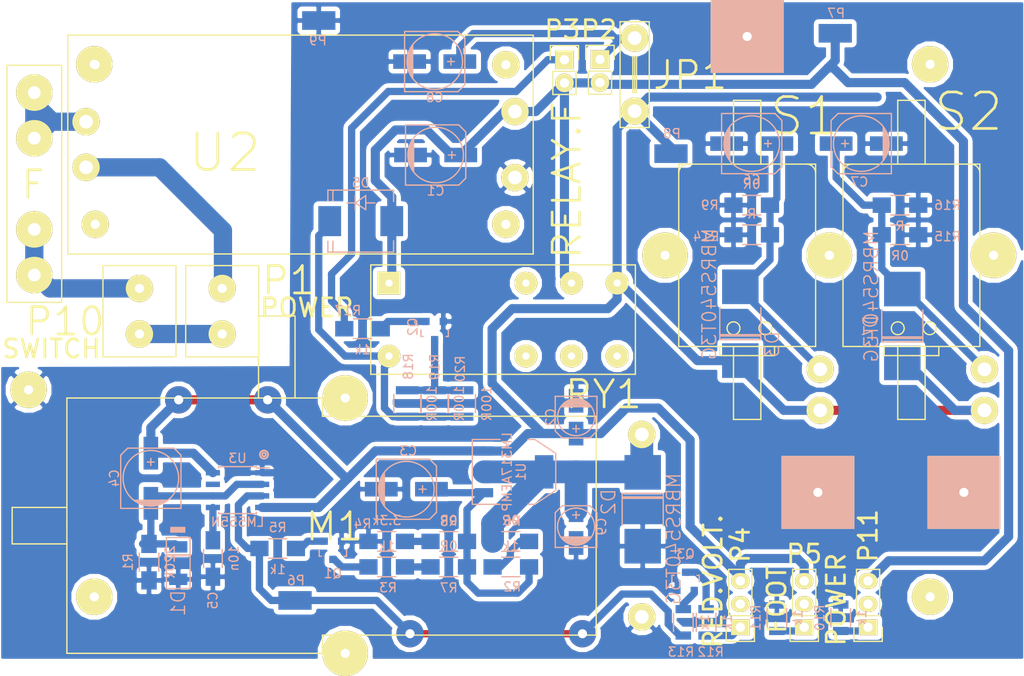
<source format=kicad_pcb>
(kicad_pcb (version 4) (host pcbnew 4.0.1-stable)

  (general
    (links 101)
    (no_connects 0)
    (area 0 0 0 0)
    (thickness 1.6)
    (drawings 48)
    (tracks 240)
    (zones 0)
    (modules 65)
    (nets 42)
  )

  (page A4 portrait)
  (layers
    (0 F.Cu signal)
    (31 B.Cu signal)
    (32 B.Adhes user hide)
    (33 F.Adhes user hide)
    (34 B.Paste user hide)
    (35 F.Paste user hide)
    (36 B.SilkS user)
    (37 F.SilkS user)
    (38 B.Mask user)
    (39 F.Mask user hide)
    (40 Dwgs.User user hide)
    (41 Cmts.User user)
    (42 Eco1.User user hide)
    (43 Eco2.User user hide)
    (44 Edge.Cuts user hide)
    (45 Margin user)
    (46 B.CrtYd user)
    (47 F.CrtYd user hide)
    (48 B.Fab user hide)
    (49 F.Fab user hide)
  )

  (setup
    (last_trace_width 0.8)
    (trace_clearance 0.3)
    (zone_clearance 0.508)
    (zone_45_only yes)
    (trace_min 0.2)
    (segment_width 0.2)
    (edge_width 0.15)
    (via_size 0.8)
    (via_drill 0.4)
    (via_min_size 0.4)
    (via_min_drill 0.3)
    (uvia_size 0.3)
    (uvia_drill 0.1)
    (uvias_allowed no)
    (uvia_min_size 0.2)
    (uvia_min_drill 0.1)
    (pcb_text_width 0.3)
    (pcb_text_size 1.5 1.5)
    (mod_edge_width 0.15)
    (mod_text_size 1 1)
    (mod_text_width 0.15)
    (pad_size 8 8)
    (pad_drill 1)
    (pad_to_mask_clearance 0.2)
    (aux_axis_origin 66 132)
    (visible_elements 7FFEBF7F)
    (pcbplotparams
      (layerselection 0x02020_00000001)
      (usegerberextensions false)
      (excludeedgelayer true)
      (linewidth 0.100000)
      (plotframeref false)
      (viasonmask false)
      (mode 1)
      (useauxorigin false)
      (hpglpennumber 1)
      (hpglpenspeed 20)
      (hpglpendiameter 15)
      (hpglpenoverlay 2)
      (psnegative false)
      (psa4output false)
      (plotreference true)
      (plotvalue true)
      (plotinvisibletext false)
      (padsonsilk true)
      (subtractmaskfromsilk false)
      (outputformat 5)
      (mirror true)
      (drillshape 1)
      (scaleselection 1)
      (outputdirectory gerber))
  )

  (net 0 "")
  (net 1 +6V)
  (net 2 GND)
  (net 3 "Net-(C3-Pad1)")
  (net 4 VCC)
  (net 5 /TRG_TRESH)
  (net 6 "Net-(C5-Pad1)")
  (net 7 "Net-(D5-Pad2)")
  (net 8 "Net-(F1-Pad1)")
  (net 9 "Net-(F1-Pad2)")
  (net 10 "Net-(H1-Pad1)")
  (net 11 "Net-(H2-Pad1)")
  (net 12 "Net-(H3-Pad1)")
  (net 13 "Net-(H4-Pad1)")
  (net 14 "Net-(P1-Pad1)")
  (net 15 "Net-(P1-Pad2)")
  (net 16 "Net-(P3-Pad1)")
  (net 17 "Net-(P4-Pad1)")
  (net 18 "Net-(P4-Pad2)")
  (net 19 "Net-(P5-Pad1)")
  (net 20 "Net-(P5-Pad2)")
  (net 21 "Net-(P11-Pad1)")
  (net 22 "Net-(P11-Pad2)")
  (net 23 "Net-(Q1-Pad3)")
  (net 24 "Net-(Q2-Pad1)")
  (net 25 "Net-(Q3-Pad1)")
  (net 26 "Net-(Q3-Pad3)")
  (net 27 "Net-(R2-Pad1)")
  (net 28 "Net-(R3-Pad2)")
  (net 29 "Net-(R4-Pad2)")
  (net 30 "Net-(RY1-Pad2)")
  (net 31 "Net-(RY1-Pad5)")
  (net 32 "Net-(U3-Pad7)")
  (net 33 "Net-(C8-Pad1)")
  (net 34 "Net-(C9-Pad1)")
  (net 35 555_OUT)
  (net 36 "Net-(Q1-Pad1)")
  (net 37 "Net-(Q2-Pad3)")
  (net 38 "Net-(RY1-Pad7)")
  (net 39 "Net-(C6-Pad1)")
  (net 40 "Net-(C7-Pad1)")
  (net 41 "Net-(RY1-Pad6)")

  (net_class Default "This is the default net class."
    (clearance 0.3)
    (trace_width 0.8)
    (via_dia 0.8)
    (via_drill 0.4)
    (uvia_dia 0.3)
    (uvia_drill 0.1)
    (add_net /TRG_TRESH)
    (add_net 555_OUT)
    (add_net GND)
    (add_net "Net-(C3-Pad1)")
    (add_net "Net-(C5-Pad1)")
    (add_net "Net-(C6-Pad1)")
    (add_net "Net-(C7-Pad1)")
    (add_net "Net-(C8-Pad1)")
    (add_net "Net-(D5-Pad2)")
    (add_net "Net-(H1-Pad1)")
    (add_net "Net-(H2-Pad1)")
    (add_net "Net-(H3-Pad1)")
    (add_net "Net-(H4-Pad1)")
    (add_net "Net-(P11-Pad1)")
    (add_net "Net-(P11-Pad2)")
    (add_net "Net-(P3-Pad1)")
    (add_net "Net-(P4-Pad1)")
    (add_net "Net-(P4-Pad2)")
    (add_net "Net-(P5-Pad1)")
    (add_net "Net-(P5-Pad2)")
    (add_net "Net-(Q1-Pad1)")
    (add_net "Net-(Q1-Pad3)")
    (add_net "Net-(Q2-Pad1)")
    (add_net "Net-(Q2-Pad3)")
    (add_net "Net-(Q3-Pad1)")
    (add_net "Net-(Q3-Pad3)")
    (add_net "Net-(R2-Pad1)")
    (add_net "Net-(R3-Pad2)")
    (add_net "Net-(R4-Pad2)")
    (add_net "Net-(RY1-Pad2)")
    (add_net "Net-(RY1-Pad5)")
    (add_net "Net-(RY1-Pad6)")
    (add_net "Net-(RY1-Pad7)")
    (add_net "Net-(U3-Pad7)")
  )

  (net_class 220V ""
    (clearance 0.5)
    (trace_width 2)
    (via_dia 0.6)
    (via_drill 0.4)
    (uvia_dia 0.3)
    (uvia_drill 0.1)
    (add_net "Net-(F1-Pad1)")
    (add_net "Net-(F1-Pad2)")
    (add_net "Net-(P1-Pad1)")
    (add_net "Net-(P1-Pad2)")
  )

  (net_class 555OUT ""
    (clearance 0.3)
    (trace_width 0.8)
    (via_dia 3)
    (via_drill 1)
    (uvia_dia 0.3)
    (uvia_drill 0.1)
  )

  (net_class 6V ""
    (clearance 0.3)
    (trace_width 1)
    (via_dia 0.8)
    (via_drill 0.4)
    (uvia_dia 0.3)
    (uvia_drill 0.1)
    (add_net +6V)
    (add_net VCC)
  )

  (net_class LM317OUT ""
    (clearance 0.3)
    (trace_width 2.5)
    (via_dia 0.8)
    (via_drill 0.4)
    (uvia_dia 0.3)
    (uvia_drill 0.1)
    (add_net "Net-(C9-Pad1)")
  )

  (module Local:VACUUM_PUMP_6V_EBAY_1 locked (layer F.Cu) (tedit 5753E949) (tstamp 57409543)
    (at 117.7 72.65)
    (path /5741D16E)
    (fp_text reference M1 (at 0.3 0.1) (layer F.SilkS)
      (effects (font (size 3 3) (thickness 0.3)))
    )
    (fp_text value PUMP (at 0 -7) (layer F.Fab)
      (effects (font (size 1.5 1.5) (thickness 0.15)))
    )
    (fp_line (start -4 -14) (end -4 -23) (layer F.SilkS) (width 0.15))
    (fp_line (start -4 -23) (end -8 -23) (layer F.SilkS) (width 0.15))
    (fp_line (start -8 -23) (end -8 -14) (layer F.SilkS) (width 0.15))
    (fp_line (start -29 -2) (end -35 -2) (layer F.SilkS) (width 0.15))
    (fp_line (start -35 -2) (end -35 2) (layer F.SilkS) (width 0.15))
    (fp_line (start -35 2) (end -29 2) (layer F.SilkS) (width 0.15))
    (fp_line (start -29 0) (end -29 -14) (layer F.SilkS) (width 0.15))
    (fp_line (start -29 -14) (end -1 -14) (layer F.SilkS) (width 0.15))
    (fp_line (start -1 -14) (end -1 -12) (layer F.SilkS) (width 0.15))
    (fp_line (start -1 -12) (end 29 -12) (layer F.SilkS) (width 0.15))
    (fp_line (start 29 -12) (end 29 12) (layer F.SilkS) (width 0.15))
    (fp_line (start 29 12) (end 0 12) (layer F.SilkS) (width 0.15))
    (fp_line (start 0 12) (end -1 12) (layer F.SilkS) (width 0.15))
    (fp_line (start -1 12) (end -1 14) (layer F.SilkS) (width 0.15))
    (fp_line (start -1 14) (end -29 14) (layer F.SilkS) (width 0.15))
    (fp_line (start -29 14) (end -29 0) (layer F.SilkS) (width 0.15))
    (pad 1 thru_hole circle (at 34 -10) (size 3 3) (drill 1.5) (layers *.Cu *.Mask F.SilkS)
      (net 34 "Net-(C9-Pad1)"))
    (pad 2 thru_hole circle (at 34 10) (size 3 3) (drill 1.5) (layers *.Cu *.Mask F.SilkS)
      (net 2 GND))
    (pad ~ thru_hole circle (at 1.5 -14) (size 5 5) (drill 1) (layers *.Cu *.Mask F.SilkS))
    (pad ~ thru_hole circle (at 1.5 14) (size 5 5) (drill 1) (layers *.Cu *.Mask F.SilkS))
  )

  (module Local:BUCK_REG_6V_EBAY (layer F.Cu) (tedit 5753EBD5) (tstamp 57408ED7)
    (at 114.3 30.85)
    (path /5740410A)
    (fp_text reference U2 (at -8.3 0.9) (layer F.SilkS)
      (effects (font (size 4 4) (thickness 0.3)))
    )
    (fp_text value Buck_regulator_module_6V (at 0 -6.5) (layer F.Fab) hide
      (effects (font (size 1.5 1.5) (thickness 0.15)))
    )
    (fp_line (start -25.5 0) (end -25.5 -12) (layer F.SilkS) (width 0.15))
    (fp_line (start -25.5 -12) (end 25.5 -12) (layer F.SilkS) (width 0.15))
    (fp_line (start 25.5 -12) (end 25.5 12) (layer F.SilkS) (width 0.15))
    (fp_line (start 25.5 12) (end -25.5 12) (layer F.SilkS) (width 0.15))
    (fp_line (start -25.5 12) (end -25.5 0) (layer F.SilkS) (width 0.15))
    (pad 1 thru_hole circle (at -23.5 -2.5) (size 3 3) (drill 1.5) (layers *.Cu *.Mask F.SilkS)
      (net 8 "Net-(F1-Pad1)"))
    (pad 2 thru_hole circle (at -23.5 2.5) (size 3 3) (drill 1.5) (layers *.Cu *.Mask F.SilkS)
      (net 15 "Net-(P1-Pad2)"))
    (pad 3 thru_hole circle (at 23.5 -3.62) (size 3 3) (drill 1.5) (layers *.Cu *.Mask F.SilkS)
      (net 1 +6V))
    (pad 4 thru_hole circle (at 23.5 3.62) (size 3 3) (drill 1.5) (layers *.Cu *.Mask F.SilkS)
      (net 2 GND))
    (pad "" np_thru_hole circle (at -22.5 -8.75) (size 3 3) (drill 1) (layers *.Cu *.Mask F.SilkS))
    (pad "" np_thru_hole circle (at -22.5 8.75) (size 3 3) (drill 1) (layers *.Cu *.Mask F.SilkS))
    (pad "" np_thru_hole circle (at 22.5 -8.75) (size 3 3) (drill 1) (layers *.Cu *.Mask F.SilkS))
    (pad "" np_thru_hole circle (at 22.5 8.75) (size 3 3) (drill 1) (layers *.Cu *.Mask F.SilkS))
  )

  (module Local:TERMBLOCK2_5MM (layer F.Cu) (tedit 5753EA84) (tstamp 57408E17)
    (at 96.65 49.13 90)
    (path /574433F9)
    (fp_text reference P10 (at -1.12 -8.15 180) (layer F.SilkS)
      (effects (font (size 3 3) (thickness 0.3)))
    )
    (fp_text value POWER_ON (at 0 5.5 90) (layer F.Fab) hide
      (effects (font (size 1.5 1.5) (thickness 0.15)))
    )
    (fp_line (start -5 0) (end -5 -4) (layer F.SilkS) (width 0.15))
    (fp_line (start -5 -4) (end 5 -4) (layer F.SilkS) (width 0.15))
    (fp_line (start 5 -4) (end 5 4) (layer F.SilkS) (width 0.15))
    (fp_line (start 5 4) (end -5 4) (layer F.SilkS) (width 0.15))
    (fp_line (start -5 4) (end -5 0) (layer F.SilkS) (width 0.15))
    (pad 1 thru_hole circle (at -2.5 0 90) (size 3 3) (drill 1) (layers *.Cu *.Mask F.SilkS)
      (net 14 "Net-(P1-Pad1)"))
    (pad 2 thru_hole circle (at 2.5 0 90) (size 3 3) (drill 1) (layers *.Cu *.Mask F.SilkS)
      (net 9 "Net-(F1-Pad2)"))
  )

  (module Local:JUMER_LONG (layer F.Cu) (tedit 5753EC13) (tstamp 5740C555)
    (at 150.92 23.18 90)
    (path /57431F65)
    (fp_text reference JP1 (at -0.07 6.08 180) (layer F.SilkS)
      (effects (font (size 3 3) (thickness 0.3)))
    )
    (fp_text value JUMPER (at 0.2 3.2 90) (layer F.Fab)
      (effects (font (size 1.5 1.5) (thickness 0.15)))
    )
    (fp_line (start -5.8 -1.6) (end -5.8 1.6) (layer F.SilkS) (width 0.15))
    (fp_line (start -5.8 1.6) (end 5.8 1.6) (layer F.SilkS) (width 0.15))
    (fp_line (start 5.8 1.6) (end 5.8 -1.6) (layer F.SilkS) (width 0.15))
    (fp_line (start 5.8 -1.6) (end -5.8 -1.6) (layer F.SilkS) (width 0.15))
    (fp_line (start -2 0.2) (end 2 0.2) (layer F.SilkS) (width 0.15))
    (fp_line (start -2 -0.2) (end 2 -0.2) (layer F.SilkS) (width 0.15))
    (fp_line (start -2 0) (end 2 0) (layer F.SilkS) (width 0.15))
    (pad 1 thru_hole circle (at -4 0 90) (size 3 3) (drill 1.5) (layers *.Cu *.Mask F.SilkS)
      (net 4 VCC))
    (pad 2 thru_hole circle (at 4 0 90) (size 3 3) (drill 1.5) (layers *.Cu *.Mask F.SilkS)
      (net 33 "Net-(C8-Pad1)"))
  )

  (module Capacitors_SMD:c_elec_6.3x7.7 (layer B.Cu) (tedit 0) (tstamp 57408D67)
    (at 129.11 32)
    (descr "SMT capacitor, aluminium electrolytic, 6.3x7.7")
    (path /5740541B)
    (fp_text reference C1 (at 0 3.937) (layer B.SilkS)
      (effects (font (size 1 1) (thickness 0.15)) (justify mirror))
    )
    (fp_text value 220u (at 0 -3.81) (layer B.SilkS) hide
      (effects (font (size 1 1) (thickness 0.15)) (justify mirror))
    )
    (fp_line (start -2.921 0.762) (end -2.921 -0.762) (layer B.SilkS) (width 0.15))
    (fp_line (start -2.794 -1.143) (end -2.794 1.143) (layer B.SilkS) (width 0.15))
    (fp_line (start -2.667 1.397) (end -2.667 -1.397) (layer B.SilkS) (width 0.15))
    (fp_line (start -2.54 -1.651) (end -2.54 1.651) (layer B.SilkS) (width 0.15))
    (fp_line (start -2.413 1.778) (end -2.413 -1.778) (layer B.SilkS) (width 0.15))
    (fp_circle (center 0 0) (end -3.048 0) (layer B.SilkS) (width 0.15))
    (fp_line (start -3.302 3.302) (end -3.302 -3.302) (layer B.SilkS) (width 0.15))
    (fp_line (start -3.302 -3.302) (end 2.54 -3.302) (layer B.SilkS) (width 0.15))
    (fp_line (start 2.54 -3.302) (end 3.302 -2.54) (layer B.SilkS) (width 0.15))
    (fp_line (start 3.302 -2.54) (end 3.302 2.54) (layer B.SilkS) (width 0.15))
    (fp_line (start 3.302 2.54) (end 2.54 3.302) (layer B.SilkS) (width 0.15))
    (fp_line (start 2.54 3.302) (end -3.302 3.302) (layer B.SilkS) (width 0.15))
    (fp_line (start 2.159 0) (end 1.397 0) (layer B.SilkS) (width 0.15))
    (fp_line (start 1.778 0.381) (end 1.778 -0.381) (layer B.SilkS) (width 0.15))
    (pad 1 smd rect (at 2.75082 0) (size 3.59918 1.6002) (layers B.Cu B.Paste B.Mask)
      (net 1 +6V))
    (pad 2 smd rect (at -2.75082 0) (size 3.59918 1.6002) (layers B.Cu B.Paste B.Mask)
      (net 2 GND))
    (model Capacitors_SMD/c_elec_6.3x7.7.wrl
      (at (xyz 0 0 0))
      (scale (xyz 1 1 1))
      (rotate (xyz 0 0 0))
    )
  )

  (module Pin_Headers:Pin_Header_Straight_1x02 (layer F.Cu) (tedit 5753EA10) (tstamp 57408DE9)
    (at 147.12 21.52)
    (descr "Through hole pin header")
    (tags "pin header")
    (path /5740569B)
    (fp_text reference P2 (at -0.12 -3.27) (layer F.SilkS)
      (effects (font (size 2 2) (thickness 0.3)))
    )
    (fp_text value FOOT_SWITCH (at 0 -3.1) (layer F.SilkS) hide
      (effects (font (size 1 1) (thickness 0.15)))
    )
    (fp_line (start 1.27 1.27) (end 1.27 3.81) (layer F.SilkS) (width 0.15))
    (fp_line (start 1.55 -1.55) (end 1.55 0) (layer F.SilkS) (width 0.15))
    (fp_line (start -1.75 -1.75) (end -1.75 4.3) (layer F.CrtYd) (width 0.05))
    (fp_line (start 1.75 -1.75) (end 1.75 4.3) (layer F.CrtYd) (width 0.05))
    (fp_line (start -1.75 -1.75) (end 1.75 -1.75) (layer F.CrtYd) (width 0.05))
    (fp_line (start -1.75 4.3) (end 1.75 4.3) (layer F.CrtYd) (width 0.05))
    (fp_line (start 1.27 1.27) (end -1.27 1.27) (layer F.SilkS) (width 0.15))
    (fp_line (start -1.55 0) (end -1.55 -1.55) (layer F.SilkS) (width 0.15))
    (fp_line (start -1.55 -1.55) (end 1.55 -1.55) (layer F.SilkS) (width 0.15))
    (fp_line (start -1.27 1.27) (end -1.27 3.81) (layer F.SilkS) (width 0.15))
    (fp_line (start -1.27 3.81) (end 1.27 3.81) (layer F.SilkS) (width 0.15))
    (pad 1 thru_hole rect (at 0 0) (size 2.032 2.032) (drill 1.016) (layers *.Cu *.Mask F.SilkS)
      (net 33 "Net-(C8-Pad1)"))
    (pad 2 thru_hole oval (at 0 2.54) (size 2.032 2.032) (drill 1.016) (layers *.Cu *.Mask F.SilkS)
      (net 1 +6V))
    (model Pin_Headers/Pin_Header_Straight_1x02.wrl
      (at (xyz 0 -0.05 0))
      (scale (xyz 1 1 1))
      (rotate (xyz 0 0 90))
    )
  )

  (module Local:SCHRACK_RP310006 (layer F.Cu) (tedit 5753E96D) (tstamp 57408EB7)
    (at 136.5 50.05)
    (path /574182FD)
    (fp_text reference RY1 (at 11 8.2) (layer F.SilkS)
      (effects (font (size 3 3) (thickness 0.3)))
    )
    (fp_text value Relay_2PDT (at -0.5 -0.5) (layer F.Fab) hide
      (effects (font (size 1.5 1.5) (thickness 0.15)))
    )
    (fp_line (start -14.5 0) (end -14.5 -6) (layer F.SilkS) (width 0.15))
    (fp_line (start -14.5 -6) (end 14.5 -6) (layer F.SilkS) (width 0.15))
    (fp_line (start 14.5 -6) (end 14.5 6) (layer F.SilkS) (width 0.15))
    (fp_line (start 14.5 6) (end -14.5 6) (layer F.SilkS) (width 0.15))
    (fp_line (start -14.5 6) (end -14.5 0) (layer F.SilkS) (width 0.15))
    (pad 1 thru_hole rect (at -12.5 -4) (size 2.5 2.5) (drill 0.8) (layers *.Cu *.Mask F.SilkS)
      (net 1 +6V))
    (pad 4 thru_hole circle (at 12.5 -4) (size 2.5 2.5) (drill 0.8) (layers *.Cu *.Mask F.SilkS)
      (net 4 VCC))
    (pad 3 thru_hole circle (at 7.5 -4) (size 2.5 2.5) (drill 0.8) (layers *.Cu *.Mask F.SilkS)
      (net 1 +6V))
    (pad 2 thru_hole circle (at 2.5 -4) (size 2.5 2.5) (drill 0.8) (layers *.Cu *.Mask F.SilkS)
      (net 30 "Net-(RY1-Pad2)"))
    (pad 5 thru_hole circle (at 12.5 4) (size 2.5 2.5) (drill 0.8) (layers *.Cu *.Mask F.SilkS)
      (net 31 "Net-(RY1-Pad5)"))
    (pad 6 thru_hole circle (at 7.5 4) (size 2.5 2.5) (drill 0.8) (layers *.Cu *.Mask F.SilkS)
      (net 41 "Net-(RY1-Pad6)"))
    (pad 7 thru_hole circle (at 2.5 4) (size 2.5 2.5) (drill 0.8) (layers *.Cu *.Mask F.SilkS)
      (net 38 "Net-(RY1-Pad7)"))
    (pad 8 thru_hole circle (at -12.5 4) (size 2.5 2.5) (drill 0.8) (layers *.Cu *.Mask F.SilkS)
      (net 7 "Net-(D5-Pad2)"))
  )

  (module Capacitors_SMD:c_elec_4x4.5 (layer B.Cu) (tedit 0) (tstamp 57408D6D)
    (at 144.5 60.75 270)
    (descr "SMT capacitor, aluminium electrolytic, 4x4.5")
    (path /57404F78)
    (fp_text reference C2 (at 0 2.794 270) (layer B.SilkS)
      (effects (font (size 1 1) (thickness 0.15)) (justify mirror))
    )
    (fp_text value 1u (at 0 -2.794 270) (layer B.SilkS) hide
      (effects (font (size 1 1) (thickness 0.15)) (justify mirror))
    )
    (fp_line (start 1.651 0) (end 0.889 0) (layer B.SilkS) (width 0.15))
    (fp_line (start 1.27 0.381) (end 1.27 -0.381) (layer B.SilkS) (width 0.15))
    (fp_line (start 1.524 -2.286) (end -2.286 -2.286) (layer B.SilkS) (width 0.15))
    (fp_line (start 2.286 1.524) (end 2.286 -1.524) (layer B.SilkS) (width 0.15))
    (fp_line (start 1.524 -2.286) (end 2.286 -1.524) (layer B.SilkS) (width 0.15))
    (fp_line (start 1.524 2.286) (end -2.286 2.286) (layer B.SilkS) (width 0.15))
    (fp_line (start 1.524 2.286) (end 2.286 1.524) (layer B.SilkS) (width 0.15))
    (fp_line (start -2.032 -0.127) (end -2.032 0.127) (layer B.SilkS) (width 0.15))
    (fp_line (start -1.905 0.635) (end -1.905 -0.635) (layer B.SilkS) (width 0.15))
    (fp_line (start -1.778 -0.889) (end -1.778 0.889) (layer B.SilkS) (width 0.15))
    (fp_line (start -1.651 -1.143) (end -1.651 1.143) (layer B.SilkS) (width 0.15))
    (fp_line (start -1.524 1.27) (end -1.524 -1.27) (layer B.SilkS) (width 0.15))
    (fp_line (start -1.397 -1.397) (end -1.397 1.397) (layer B.SilkS) (width 0.15))
    (fp_line (start -1.27 1.524) (end -1.27 -1.524) (layer B.SilkS) (width 0.15))
    (fp_line (start -1.143 1.651) (end -1.143 -1.651) (layer B.SilkS) (width 0.15))
    (fp_circle (center 0 0) (end -2.032 0) (layer B.SilkS) (width 0.15))
    (fp_line (start -2.286 2.286) (end -2.286 -2.286) (layer B.SilkS) (width 0.15))
    (pad 1 smd rect (at 1.80086 0 270) (size 2.60096 1.6002) (layers B.Cu B.Paste B.Mask)
      (net 4 VCC))
    (pad 2 smd rect (at -1.80086 0 270) (size 2.60096 1.6002) (layers B.Cu B.Paste B.Mask)
      (net 2 GND))
    (model Capacitors_SMD/c_elec_4x4.5.wrl
      (at (xyz 0 0 0))
      (scale (xyz 1 1 1))
      (rotate (xyz 0 0 0))
    )
  )

  (module Capacitors_SMD:c_elec_6.3x7.7 (layer B.Cu) (tedit 57417BC7) (tstamp 57408D73)
    (at 125.9 68.65)
    (descr "SMT capacitor, aluminium electrolytic, 6.3x7.7")
    (path /5740B863)
    (fp_text reference C3 (at 0.2 -4.2) (layer B.SilkS)
      (effects (font (size 1 1) (thickness 0.15)) (justify mirror))
    )
    (fp_text value 10u (at 0 -3.81) (layer B.SilkS) hide
      (effects (font (size 1 1) (thickness 0.15)) (justify mirror))
    )
    (fp_line (start -2.921 0.762) (end -2.921 -0.762) (layer B.SilkS) (width 0.15))
    (fp_line (start -2.794 -1.143) (end -2.794 1.143) (layer B.SilkS) (width 0.15))
    (fp_line (start -2.667 1.397) (end -2.667 -1.397) (layer B.SilkS) (width 0.15))
    (fp_line (start -2.54 -1.651) (end -2.54 1.651) (layer B.SilkS) (width 0.15))
    (fp_line (start -2.413 1.778) (end -2.413 -1.778) (layer B.SilkS) (width 0.15))
    (fp_circle (center 0 0) (end -3.048 0) (layer B.SilkS) (width 0.15))
    (fp_line (start -3.302 3.302) (end -3.302 -3.302) (layer B.SilkS) (width 0.15))
    (fp_line (start -3.302 -3.302) (end 2.54 -3.302) (layer B.SilkS) (width 0.15))
    (fp_line (start 2.54 -3.302) (end 3.302 -2.54) (layer B.SilkS) (width 0.15))
    (fp_line (start 3.302 -2.54) (end 3.302 2.54) (layer B.SilkS) (width 0.15))
    (fp_line (start 3.302 2.54) (end 2.54 3.302) (layer B.SilkS) (width 0.15))
    (fp_line (start 2.54 3.302) (end -3.302 3.302) (layer B.SilkS) (width 0.15))
    (fp_line (start 2.159 0) (end 1.397 0) (layer B.SilkS) (width 0.15))
    (fp_line (start 1.778 0.381) (end 1.778 -0.381) (layer B.SilkS) (width 0.15))
    (pad 1 smd rect (at 2.75082 0) (size 3.59918 1.6002) (layers B.Cu B.Paste B.Mask)
      (net 3 "Net-(C3-Pad1)"))
    (pad 2 smd rect (at -2.75082 0) (size 3.59918 1.6002) (layers B.Cu B.Paste B.Mask)
      (net 2 GND))
    (model Capacitors_SMD/c_elec_6.3x7.7.wrl
      (at (xyz 0 0 0))
      (scale (xyz 1 1 1))
      (rotate (xyz 0 0 0))
    )
  )

  (module Capacitors_SMD:c_elec_6.3x7.7 (layer B.Cu) (tedit 57417BD2) (tstamp 57408D79)
    (at 97.9 67.45 90)
    (descr "SMT capacitor, aluminium electrolytic, 6.3x7.7")
    (path /5741A98C)
    (fp_text reference C4 (at 0 -4 90) (layer B.SilkS)
      (effects (font (size 1 1) (thickness 0.15)) (justify mirror))
    )
    (fp_text value 10U (at 0 -3.81 90) (layer B.SilkS) hide
      (effects (font (size 1 1) (thickness 0.15)) (justify mirror))
    )
    (fp_line (start -2.921 0.762) (end -2.921 -0.762) (layer B.SilkS) (width 0.15))
    (fp_line (start -2.794 -1.143) (end -2.794 1.143) (layer B.SilkS) (width 0.15))
    (fp_line (start -2.667 1.397) (end -2.667 -1.397) (layer B.SilkS) (width 0.15))
    (fp_line (start -2.54 -1.651) (end -2.54 1.651) (layer B.SilkS) (width 0.15))
    (fp_line (start -2.413 1.778) (end -2.413 -1.778) (layer B.SilkS) (width 0.15))
    (fp_circle (center 0 0) (end -3.048 0) (layer B.SilkS) (width 0.15))
    (fp_line (start -3.302 3.302) (end -3.302 -3.302) (layer B.SilkS) (width 0.15))
    (fp_line (start -3.302 -3.302) (end 2.54 -3.302) (layer B.SilkS) (width 0.15))
    (fp_line (start 2.54 -3.302) (end 3.302 -2.54) (layer B.SilkS) (width 0.15))
    (fp_line (start 3.302 -2.54) (end 3.302 2.54) (layer B.SilkS) (width 0.15))
    (fp_line (start 3.302 2.54) (end 2.54 3.302) (layer B.SilkS) (width 0.15))
    (fp_line (start 2.54 3.302) (end -3.302 3.302) (layer B.SilkS) (width 0.15))
    (fp_line (start 2.159 0) (end 1.397 0) (layer B.SilkS) (width 0.15))
    (fp_line (start 1.778 0.381) (end 1.778 -0.381) (layer B.SilkS) (width 0.15))
    (pad 1 smd rect (at 2.75082 0 90) (size 3.59918 1.6002) (layers B.Cu B.Paste B.Mask)
      (net 4 VCC))
    (pad 2 smd rect (at -2.75082 0 90) (size 3.59918 1.6002) (layers B.Cu B.Paste B.Mask)
      (net 5 /TRG_TRESH))
    (model Capacitors_SMD/c_elec_6.3x7.7.wrl
      (at (xyz 0 0 0))
      (scale (xyz 1 1 1))
      (rotate (xyz 0 0 0))
    )
  )

  (module Capacitors_SMD:C_1206_HandSoldering (layer B.Cu) (tedit 57409D73) (tstamp 57408D7F)
    (at 104.7 76.25 270)
    (descr "Capacitor SMD 1206, hand soldering")
    (tags "capacitor 1206")
    (path /574071A2)
    (attr smd)
    (fp_text reference C5 (at 4.6 0 270) (layer B.SilkS)
      (effects (font (size 1 1) (thickness 0.15)) (justify mirror))
    )
    (fp_text value 10n (at 0 -2.3 270) (layer B.SilkS)
      (effects (font (size 1 1) (thickness 0.15)) (justify mirror))
    )
    (fp_line (start -3.3 1.15) (end 3.3 1.15) (layer B.CrtYd) (width 0.05))
    (fp_line (start -3.3 -1.15) (end 3.3 -1.15) (layer B.CrtYd) (width 0.05))
    (fp_line (start -3.3 1.15) (end -3.3 -1.15) (layer B.CrtYd) (width 0.05))
    (fp_line (start 3.3 1.15) (end 3.3 -1.15) (layer B.CrtYd) (width 0.05))
    (fp_line (start 1 1.025) (end -1 1.025) (layer B.SilkS) (width 0.15))
    (fp_line (start -1 -1.025) (end 1 -1.025) (layer B.SilkS) (width 0.15))
    (pad 1 smd rect (at -2 0 270) (size 2 1.6) (layers B.Cu B.Paste B.Mask)
      (net 6 "Net-(C5-Pad1)"))
    (pad 2 smd rect (at 2 0 270) (size 2 1.6) (layers B.Cu B.Paste B.Mask)
      (net 2 GND))
    (model Capacitors_SMD/C_1206_HandSoldering.wrl
      (at (xyz 0 0 0))
      (scale (xyz 1 1 1))
      (rotate (xyz 0 0 0))
    )
  )

  (module Capacitors_SMD:c_elec_6.3x7.7 (layer B.Cu) (tedit 0) (tstamp 57408D85)
    (at 163.75 30.75)
    (descr "SMT capacitor, aluminium electrolytic, 6.3x7.7")
    (path /57420DA6)
    (fp_text reference C6 (at 0 3.937) (layer B.SilkS)
      (effects (font (size 1 1) (thickness 0.15)) (justify mirror))
    )
    (fp_text value CP (at 0 -3.81) (layer B.SilkS) hide
      (effects (font (size 1 1) (thickness 0.15)) (justify mirror))
    )
    (fp_line (start -2.921 0.762) (end -2.921 -0.762) (layer B.SilkS) (width 0.15))
    (fp_line (start -2.794 -1.143) (end -2.794 1.143) (layer B.SilkS) (width 0.15))
    (fp_line (start -2.667 1.397) (end -2.667 -1.397) (layer B.SilkS) (width 0.15))
    (fp_line (start -2.54 -1.651) (end -2.54 1.651) (layer B.SilkS) (width 0.15))
    (fp_line (start -2.413 1.778) (end -2.413 -1.778) (layer B.SilkS) (width 0.15))
    (fp_circle (center 0 0) (end -3.048 0) (layer B.SilkS) (width 0.15))
    (fp_line (start -3.302 3.302) (end -3.302 -3.302) (layer B.SilkS) (width 0.15))
    (fp_line (start -3.302 -3.302) (end 2.54 -3.302) (layer B.SilkS) (width 0.15))
    (fp_line (start 2.54 -3.302) (end 3.302 -2.54) (layer B.SilkS) (width 0.15))
    (fp_line (start 3.302 -2.54) (end 3.302 2.54) (layer B.SilkS) (width 0.15))
    (fp_line (start 3.302 2.54) (end 2.54 3.302) (layer B.SilkS) (width 0.15))
    (fp_line (start 2.54 3.302) (end -3.302 3.302) (layer B.SilkS) (width 0.15))
    (fp_line (start 2.159 0) (end 1.397 0) (layer B.SilkS) (width 0.15))
    (fp_line (start 1.778 0.381) (end 1.778 -0.381) (layer B.SilkS) (width 0.15))
    (pad 1 smd rect (at 2.75082 0) (size 3.59918 1.6002) (layers B.Cu B.Paste B.Mask)
      (net 39 "Net-(C6-Pad1)"))
    (pad 2 smd rect (at -2.75082 0) (size 3.59918 1.6002) (layers B.Cu B.Paste B.Mask)
      (net 2 GND))
    (model Capacitors_SMD/c_elec_6.3x7.7.wrl
      (at (xyz 0 0 0))
      (scale (xyz 1 1 1))
      (rotate (xyz 0 0 0))
    )
  )

  (module Capacitors_SMD:c_elec_6.3x7.7 (layer B.Cu) (tedit 57417BA1) (tstamp 57408D8B)
    (at 175.75 30.75 180)
    (descr "SMT capacitor, aluminium electrolytic, 6.3x7.7")
    (path /5743109E)
    (fp_text reference C7 (at 0.2 -4.2 180) (layer B.SilkS)
      (effects (font (size 1 1) (thickness 0.15)) (justify mirror))
    )
    (fp_text value CP (at 0 -3.81 180) (layer B.SilkS) hide
      (effects (font (size 1 1) (thickness 0.15)) (justify mirror))
    )
    (fp_line (start -2.921 0.762) (end -2.921 -0.762) (layer B.SilkS) (width 0.15))
    (fp_line (start -2.794 -1.143) (end -2.794 1.143) (layer B.SilkS) (width 0.15))
    (fp_line (start -2.667 1.397) (end -2.667 -1.397) (layer B.SilkS) (width 0.15))
    (fp_line (start -2.54 -1.651) (end -2.54 1.651) (layer B.SilkS) (width 0.15))
    (fp_line (start -2.413 1.778) (end -2.413 -1.778) (layer B.SilkS) (width 0.15))
    (fp_circle (center 0 0) (end -3.048 0) (layer B.SilkS) (width 0.15))
    (fp_line (start -3.302 3.302) (end -3.302 -3.302) (layer B.SilkS) (width 0.15))
    (fp_line (start -3.302 -3.302) (end 2.54 -3.302) (layer B.SilkS) (width 0.15))
    (fp_line (start 2.54 -3.302) (end 3.302 -2.54) (layer B.SilkS) (width 0.15))
    (fp_line (start 3.302 -2.54) (end 3.302 2.54) (layer B.SilkS) (width 0.15))
    (fp_line (start 3.302 2.54) (end 2.54 3.302) (layer B.SilkS) (width 0.15))
    (fp_line (start 2.54 3.302) (end -3.302 3.302) (layer B.SilkS) (width 0.15))
    (fp_line (start 2.159 0) (end 1.397 0) (layer B.SilkS) (width 0.15))
    (fp_line (start 1.778 0.381) (end 1.778 -0.381) (layer B.SilkS) (width 0.15))
    (pad 1 smd rect (at 2.75082 0 180) (size 3.59918 1.6002) (layers B.Cu B.Paste B.Mask)
      (net 40 "Net-(C7-Pad1)"))
    (pad 2 smd rect (at -2.75082 0 180) (size 3.59918 1.6002) (layers B.Cu B.Paste B.Mask)
      (net 2 GND))
    (model Capacitors_SMD/c_elec_6.3x7.7.wrl
      (at (xyz 0 0 0))
      (scale (xyz 1 1 1))
      (rotate (xyz 0 0 0))
    )
  )

  (module Capacitors_SMD:c_elec_6.3x7.7 (layer B.Cu) (tedit 0) (tstamp 57408D91)
    (at 129.01 21.75)
    (descr "SMT capacitor, aluminium electrolytic, 6.3x7.7")
    (path /57437996)
    (fp_text reference C8 (at 0 3.937) (layer B.SilkS)
      (effects (font (size 1 1) (thickness 0.15)) (justify mirror))
    )
    (fp_text value 10u (at 0 -3.81) (layer B.SilkS) hide
      (effects (font (size 1 1) (thickness 0.15)) (justify mirror))
    )
    (fp_line (start -2.921 0.762) (end -2.921 -0.762) (layer B.SilkS) (width 0.15))
    (fp_line (start -2.794 -1.143) (end -2.794 1.143) (layer B.SilkS) (width 0.15))
    (fp_line (start -2.667 1.397) (end -2.667 -1.397) (layer B.SilkS) (width 0.15))
    (fp_line (start -2.54 -1.651) (end -2.54 1.651) (layer B.SilkS) (width 0.15))
    (fp_line (start -2.413 1.778) (end -2.413 -1.778) (layer B.SilkS) (width 0.15))
    (fp_circle (center 0 0) (end -3.048 0) (layer B.SilkS) (width 0.15))
    (fp_line (start -3.302 3.302) (end -3.302 -3.302) (layer B.SilkS) (width 0.15))
    (fp_line (start -3.302 -3.302) (end 2.54 -3.302) (layer B.SilkS) (width 0.15))
    (fp_line (start 2.54 -3.302) (end 3.302 -2.54) (layer B.SilkS) (width 0.15))
    (fp_line (start 3.302 -2.54) (end 3.302 2.54) (layer B.SilkS) (width 0.15))
    (fp_line (start 3.302 2.54) (end 2.54 3.302) (layer B.SilkS) (width 0.15))
    (fp_line (start 2.54 3.302) (end -3.302 3.302) (layer B.SilkS) (width 0.15))
    (fp_line (start 2.159 0) (end 1.397 0) (layer B.SilkS) (width 0.15))
    (fp_line (start 1.778 0.381) (end 1.778 -0.381) (layer B.SilkS) (width 0.15))
    (pad 1 smd rect (at 2.75082 0) (size 3.59918 1.6002) (layers B.Cu B.Paste B.Mask)
      (net 33 "Net-(C8-Pad1)"))
    (pad 2 smd rect (at -2.75082 0) (size 3.59918 1.6002) (layers B.Cu B.Paste B.Mask)
      (net 2 GND))
    (model Capacitors_SMD/c_elec_6.3x7.7.wrl
      (at (xyz 0 0 0))
      (scale (xyz 1 1 1))
      (rotate (xyz 0 0 0))
    )
  )

  (module Local:1N4148_SMD (layer B.Cu) (tedit 57409D6E) (tstamp 57408D97)
    (at 100.9 76.75 270)
    (path /5740509D)
    (fp_text reference D1 (at 4.4 0 270) (layer B.SilkS)
      (effects (font (size 1.5 1.5) (thickness 0.15)) (justify mirror))
    )
    (fp_text value 1N4148 (at 0.3 2.5 270) (layer B.Fab)
      (effects (font (size 1.5 1.5) (thickness 0.15)) (justify mirror))
    )
    (fp_line (start -3.9 0.8) (end -3.9 -0.7) (layer B.SilkS) (width 0.15))
    (fp_line (start -3.9 -0.7) (end -3.4 -0.7) (layer B.SilkS) (width 0.15))
    (fp_line (start -3.4 -0.7) (end -3.4 0.8) (layer B.SilkS) (width 0.15))
    (fp_line (start -3.4 0.8) (end -3.8 0.8) (layer B.SilkS) (width 0.15))
    (fp_line (start -3.8 0.8) (end -3.8 -0.7) (layer B.SilkS) (width 0.15))
    (fp_line (start -3.8 -0.7) (end -3.7 -0.7) (layer B.SilkS) (width 0.15))
    (fp_line (start -3.7 -0.7) (end -3.7 0.8) (layer B.SilkS) (width 0.15))
    (fp_line (start -3.7 0.8) (end -3.6 0.8) (layer B.SilkS) (width 0.15))
    (fp_line (start -3.6 0.8) (end -3.6 -0.7) (layer B.SilkS) (width 0.15))
    (fp_line (start -3.6 -0.7) (end -3.5 -0.7) (layer B.SilkS) (width 0.15))
    (fp_line (start -3.5 -0.7) (end -3.5 0.8) (layer B.SilkS) (width 0.15))
    (fp_line (start -0.9 1.3) (end -0.9 -1.3) (layer B.SilkS) (width 0.15))
    (fp_line (start -0.9 -1.3) (end -0.8 -1.3) (layer B.SilkS) (width 0.15))
    (fp_line (start -0.8 -1.3) (end -0.8 1.3) (layer B.SilkS) (width 0.15))
    (fp_line (start -2.8 1.2) (end -2.8 -1.3) (layer B.SilkS) (width 0.15))
    (fp_line (start -2.8 -1.3) (end 2.8 -1.3) (layer B.SilkS) (width 0.15))
    (fp_line (start 2.8 -1.3) (end 2.8 1.3) (layer B.SilkS) (width 0.15))
    (fp_line (start 2.8 1.3) (end -2.8 1.3) (layer B.SilkS) (width 0.15))
    (pad 1 smd rect (at -1.775 0 270) (size 1.25 2) (layers B.Cu B.Paste B.Mask)
      (net 5 /TRG_TRESH))
    (pad 2 smd rect (at 1.7875 0 270) (size 1.25 2) (layers B.Cu B.Paste B.Mask)
      (net 2 GND))
  )

  (module Local:MBRS540T3G (layer B.Cu) (tedit 57408876) (tstamp 57408D9D)
    (at 151.8 70.85 90)
    (path /574051CB)
    (fp_text reference D2 (at 0.8 -3.75 90) (layer B.SilkS)
      (effects (font (size 1.5 1.5) (thickness 0.15)) (justify mirror))
    )
    (fp_text value MBRS540T3G (at -3.25 3.4 90) (layer B.SilkS)
      (effects (font (size 1.5 1.5) (thickness 0.15)) (justify mirror))
    )
    (fp_line (start 1.2 2.2) (end 1.2 -2.2) (layer B.SilkS) (width 0.15))
    (fp_line (start 1.35 -2.25) (end 1.35 2.2) (layer B.SilkS) (width 0.15))
    (fp_line (start -1.8 2.25) (end 1.75 2.25) (layer B.SilkS) (width 0.15))
    (fp_line (start 1.75 2.25) (end 1.75 -2.25) (layer B.SilkS) (width 0.15))
    (fp_line (start 1.75 -2.25) (end -1.75 -2.25) (layer B.SilkS) (width 0.15))
    (pad 2 smd rect (at -4.05 0 90) (size 3.8 4) (layers B.Cu B.Paste B.Mask)
      (net 2 GND))
    (pad 1 smd rect (at 4.05 0 90) (size 3.8 4) (layers B.Cu B.Paste B.Mask)
      (net 34 "Net-(C9-Pad1)"))
  )

  (module Local:MBRS540T3G (layer B.Cu) (tedit 5741962B) (tstamp 57408DA3)
    (at 162.5 50.5 270)
    (path /5741FD2B)
    (fp_text reference D3 (at 2.25 -3.5 270) (layer B.SilkS)
      (effects (font (size 1.5 1.5) (thickness 0.15)) (justify mirror))
    )
    (fp_text value MBRS540T3G (at -3.25 3.4 270) (layer B.SilkS)
      (effects (font (size 1.5 1.5) (thickness 0.15)) (justify mirror))
    )
    (fp_line (start 1.2 2.2) (end 1.2 -2.2) (layer B.SilkS) (width 0.15))
    (fp_line (start 1.35 -2.25) (end 1.35 2.2) (layer B.SilkS) (width 0.15))
    (fp_line (start -1.8 2.25) (end 1.75 2.25) (layer B.SilkS) (width 0.15))
    (fp_line (start 1.75 2.25) (end 1.75 -2.25) (layer B.SilkS) (width 0.15))
    (fp_line (start 1.75 -2.25) (end -1.75 -2.25) (layer B.SilkS) (width 0.15))
    (pad 2 smd rect (at -4.05 0 270) (size 3.8 4) (layers B.Cu B.Paste B.Mask)
      (net 39 "Net-(C6-Pad1)"))
    (pad 1 smd rect (at 4.05 0 270) (size 3.8 4) (layers B.Cu B.Paste B.Mask)
      (net 4 VCC))
  )

  (module Local:MBRS540T3G (layer B.Cu) (tedit 57419628) (tstamp 57408DA9)
    (at 180.25 50.75 270)
    (path /57431083)
    (fp_text reference D4 (at 0.25 3.5 270) (layer B.SilkS)
      (effects (font (size 1.5 1.5) (thickness 0.15)) (justify mirror))
    )
    (fp_text value MBRS540T3G (at -3.25 3.4 270) (layer B.SilkS)
      (effects (font (size 1.5 1.5) (thickness 0.15)) (justify mirror))
    )
    (fp_line (start 1.2 2.2) (end 1.2 -2.2) (layer B.SilkS) (width 0.15))
    (fp_line (start 1.35 -2.25) (end 1.35 2.2) (layer B.SilkS) (width 0.15))
    (fp_line (start -1.8 2.25) (end 1.75 2.25) (layer B.SilkS) (width 0.15))
    (fp_line (start 1.75 2.25) (end 1.75 -2.25) (layer B.SilkS) (width 0.15))
    (fp_line (start 1.75 -2.25) (end -1.75 -2.25) (layer B.SilkS) (width 0.15))
    (pad 2 smd rect (at -4.05 0 270) (size 3.8 4) (layers B.Cu B.Paste B.Mask)
      (net 40 "Net-(C7-Pad1)"))
    (pad 1 smd rect (at 4.05 0 270) (size 3.8 4) (layers B.Cu B.Paste B.Mask)
      (net 4 VCC))
  )

  (module Diodes_SMD:Diode-SMC_Standard (layer B.Cu) (tedit 57417BF8) (tstamp 57408DAF)
    (at 120.9 39.25 180)
    (descr "Diode SMC Standard")
    (tags "Diode SMC Standard")
    (path /57423D6B)
    (attr smd)
    (fp_text reference D5 (at 0 4.2 180) (layer B.SilkS)
      (effects (font (size 1 1) (thickness 0.15)) (justify mirror))
    )
    (fp_text value SS34 (at 0 -5.08 180) (layer B.SilkS) hide
      (effects (font (size 1 1) (thickness 0.15)) (justify mirror))
    )
    (fp_circle (center 0 0) (end 0.7493 -0.35052) (layer B.Adhes) (width 0.381))
    (fp_circle (center 0 0) (end 0.44958 -0.20066) (layer B.Adhes) (width 0.381))
    (fp_circle (center 0 0) (end 0.14986 -0.14986) (layer B.Adhes) (width 0.381))
    (fp_line (start 0.59944 1.99898) (end 1.50114 1.99898) (layer B.SilkS) (width 0.15))
    (fp_line (start -0.55118 1.99898) (end -1.5494 1.99898) (layer B.SilkS) (width 0.15))
    (fp_line (start 3.05054 -3.40106) (end 3.05054 -2.19964) (layer B.SilkS) (width 0.15))
    (fp_line (start 3.05054 3.40106) (end 3.05054 2.19964) (layer B.SilkS) (width 0.15))
    (fp_line (start 3.59918 -3.40106) (end 3.59918 -2.19964) (layer B.SilkS) (width 0.15))
    (fp_line (start 3.59918 3.40106) (end 3.59918 2.19964) (layer B.SilkS) (width 0.15))
    (fp_line (start -3.59918 -3.40106) (end -3.59918 -2.14884) (layer B.SilkS) (width 0.15))
    (fp_line (start -3.59918 3.40106) (end -3.59918 2.14884) (layer B.SilkS) (width 0.15))
    (fp_line (start 0.59944 2.79908) (end 0.59944 1.19888) (layer B.SilkS) (width 0.15))
    (fp_line (start -0.55118 1.24968) (end -0.55118 2.79908) (layer B.SilkS) (width 0.15))
    (fp_line (start 0.59944 1.99898) (end -0.55118 1.24968) (layer B.SilkS) (width 0.15))
    (fp_line (start 0.59944 1.99898) (end -0.55118 2.79908) (layer B.SilkS) (width 0.15))
    (fp_line (start -3.59918 -3.40106) (end 3.59918 -3.40106) (layer B.SilkS) (width 0.15))
    (fp_line (start -3.59918 3.40106) (end 3.59918 3.40106) (layer B.SilkS) (width 0.15))
    (pad 1 smd rect (at -3.40106 0 90) (size 3.29946 2.49936) (layers B.Cu B.Paste B.Mask)
      (net 1 +6V))
    (pad 2 smd rect (at 3.40106 0 90) (size 3.29946 2.49936) (layers B.Cu B.Paste B.Mask)
      (net 7 "Net-(D5-Pad2)"))
    (model Diodes_SMD/Diode-SMC_Standard.wrl
      (at (xyz 0 0 0))
      (scale (xyz 0.3937 0.3937 0.3937))
      (rotate (xyz 0 0 0))
    )
  )

  (module Local:FUSE_15_MM_THPCB (layer F.Cu) (tedit 57409420) (tstamp 57408DB7)
    (at 85.13 35.16 270)
    (path /5740916D)
    (fp_text reference F1 (at 0 0 270) (layer F.SilkS) hide
      (effects (font (size 1.5 1.5) (thickness 0.15)))
    )
    (fp_text value F_Small (at 0 4 270) (layer F.Fab) hide
      (effects (font (size 1.5 1.5) (thickness 0.15)))
    )
    (fp_line (start -13 -3) (end -13 3) (layer F.SilkS) (width 0.15))
    (fp_line (start -13 3) (end 13 3) (layer F.SilkS) (width 0.15))
    (fp_line (start 13 3) (end 13 -3) (layer F.SilkS) (width 0.15))
    (fp_line (start 13 -3) (end -13 -3) (layer F.SilkS) (width 0.15))
    (pad 1 thru_hole circle (at -10 0 270) (size 4 4) (drill 1.4) (layers *.Cu *.Mask F.SilkS)
      (net 8 "Net-(F1-Pad1)"))
    (pad 1 thru_hole circle (at -5 0 270) (size 4 4) (drill 1.4) (layers *.Cu *.Mask F.SilkS)
      (net 8 "Net-(F1-Pad1)"))
    (pad 2 thru_hole circle (at 5 0 270) (size 4 4) (drill 1.4) (layers *.Cu *.Mask F.SilkS)
      (net 9 "Net-(F1-Pad2)"))
    (pad 2 thru_hole circle (at 10 0 270) (size 4 4) (drill 1.4) (layers *.Cu *.Mask F.SilkS)
      (net 9 "Net-(F1-Pad2)"))
  )

  (module Local:Mounting_hole_r3 locked (layer F.Cu) (tedit 5741A49F) (tstamp 57408DBC)
    (at 183.3 22.05)
    (path /5743DB37)
    (fp_text reference H1 (at 0 3.5) (layer F.SilkS) hide
      (effects (font (size 1.5 1.5) (thickness 0.15)))
    )
    (fp_text value HOLE (at 0 3.5) (layer F.Fab) hide
      (effects (font (size 1.5 1.5) (thickness 0.15)))
    )
    (pad 1 thru_hole circle (at 0 0) (size 4 4) (drill 1) (layers *.Cu *.Mask F.SilkS)
      (net 10 "Net-(H1-Pad1)"))
  )

  (module Local:Mounting_hole_r3 locked (layer F.Cu) (tedit 5741A499) (tstamp 57408DC1)
    (at 91.7 22.05)
    (path /5743DD82)
    (fp_text reference H2 (at 0 3.5) (layer F.SilkS) hide
      (effects (font (size 1.5 1.5) (thickness 0.15)))
    )
    (fp_text value HOLE (at 0 3.5) (layer F.Fab) hide
      (effects (font (size 1.5 1.5) (thickness 0.15)))
    )
    (pad 1 thru_hole circle (at 0 0) (size 4 4) (drill 1) (layers *.Cu *.Mask F.SilkS)
      (net 11 "Net-(H2-Pad1)"))
  )

  (module Local:Mounting_hole_r3 locked (layer F.Cu) (tedit 5741A4B0) (tstamp 57408DC6)
    (at 183.3 80.45)
    (path /5743DE57)
    (fp_text reference H3 (at 0 3.5) (layer F.SilkS) hide
      (effects (font (size 1.5 1.5) (thickness 0.15)))
    )
    (fp_text value HOLE (at 0 3.5) (layer F.Fab) hide
      (effects (font (size 1.5 1.5) (thickness 0.15)))
    )
    (pad 1 thru_hole circle (at 0 0) (size 4 4) (drill 1) (layers *.Cu *.Mask F.SilkS)
      (net 12 "Net-(H3-Pad1)"))
  )

  (module Local:Mounting_hole_r3 locked (layer F.Cu) (tedit 5741A48F) (tstamp 57408DCB)
    (at 91.7 80.45)
    (path /5743DF27)
    (fp_text reference H4 (at 0 3.5) (layer F.SilkS) hide
      (effects (font (size 1.5 1.5) (thickness 0.15)))
    )
    (fp_text value HOLE (at 0 3.5) (layer F.Fab) hide
      (effects (font (size 1.5 1.5) (thickness 0.15)))
    )
    (pad 1 thru_hole circle (at 0 0) (size 4 4) (drill 1) (layers *.Cu *.Mask F.SilkS)
      (net 13 "Net-(H4-Pad1)"))
  )

  (module Local:TERMBLOCK2_5MM (layer F.Cu) (tedit 5753E937) (tstamp 57408DE3)
    (at 105.72 49.13 90)
    (path /574048A0)
    (fp_text reference P1 (at 3.38 7.28 180) (layer F.SilkS)
      (effects (font (size 3 3) (thickness 0.3)))
    )
    (fp_text value CONN_01X02 (at 0 5.5 90) (layer F.Fab) hide
      (effects (font (size 1.5 1.5) (thickness 0.15)))
    )
    (fp_line (start -5 0) (end -5 -4) (layer F.SilkS) (width 0.15))
    (fp_line (start -5 -4) (end 5 -4) (layer F.SilkS) (width 0.15))
    (fp_line (start 5 -4) (end 5 4) (layer F.SilkS) (width 0.15))
    (fp_line (start 5 4) (end -5 4) (layer F.SilkS) (width 0.15))
    (fp_line (start -5 4) (end -5 0) (layer F.SilkS) (width 0.15))
    (pad 1 thru_hole circle (at -2.5 0 90) (size 3 3) (drill 1) (layers *.Cu *.Mask F.SilkS)
      (net 14 "Net-(P1-Pad1)"))
    (pad 2 thru_hole circle (at 2.5 0 90) (size 3 3) (drill 1) (layers *.Cu *.Mask F.SilkS)
      (net 15 "Net-(P1-Pad2)"))
  )

  (module Pin_Headers:Pin_Header_Straight_1x02 (layer F.Cu) (tedit 5753EA00) (tstamp 57408DEF)
    (at 143.225 21.55)
    (descr "Through hole pin header")
    (tags "pin header")
    (path /5741E239)
    (fp_text reference P3 (at -0.225 -3.3) (layer F.SilkS)
      (effects (font (size 2 2) (thickness 0.3)))
    )
    (fp_text value FOOT_SWITCH (at 0 -3.1) (layer F.SilkS) hide
      (effects (font (size 1 1) (thickness 0.15)))
    )
    (fp_line (start 1.27 1.27) (end 1.27 3.81) (layer F.SilkS) (width 0.15))
    (fp_line (start 1.55 -1.55) (end 1.55 0) (layer F.SilkS) (width 0.15))
    (fp_line (start -1.75 -1.75) (end -1.75 4.3) (layer F.CrtYd) (width 0.05))
    (fp_line (start 1.75 -1.75) (end 1.75 4.3) (layer F.CrtYd) (width 0.05))
    (fp_line (start -1.75 -1.75) (end 1.75 -1.75) (layer F.CrtYd) (width 0.05))
    (fp_line (start -1.75 4.3) (end 1.75 4.3) (layer F.CrtYd) (width 0.05))
    (fp_line (start 1.27 1.27) (end -1.27 1.27) (layer F.SilkS) (width 0.15))
    (fp_line (start -1.55 0) (end -1.55 -1.55) (layer F.SilkS) (width 0.15))
    (fp_line (start -1.55 -1.55) (end 1.55 -1.55) (layer F.SilkS) (width 0.15))
    (fp_line (start -1.27 1.27) (end -1.27 3.81) (layer F.SilkS) (width 0.15))
    (fp_line (start -1.27 3.81) (end 1.27 3.81) (layer F.SilkS) (width 0.15))
    (pad 1 thru_hole rect (at 0 0) (size 2.032 2.032) (drill 1.016) (layers *.Cu *.Mask F.SilkS)
      (net 16 "Net-(P3-Pad1)"))
    (pad 2 thru_hole oval (at 0 2.54) (size 2.032 2.032) (drill 1.016) (layers *.Cu *.Mask F.SilkS)
      (net 1 +6V))
    (model Pin_Headers/Pin_Header_Straight_1x02.wrl
      (at (xyz 0 -0.05 0))
      (scale (xyz 1 1 1))
      (rotate (xyz 0 0 90))
    )
  )

  (module Pin_Headers:Pin_Header_Straight_1x03 (layer F.Cu) (tedit 5753EB05) (tstamp 57408DF6)
    (at 162.5 83.79 180)
    (descr "Through hole pin header")
    (tags "pin header")
    (path /57413BB1)
    (fp_text reference P4 (at 0 9.04 270) (layer F.SilkS)
      (effects (font (size 2 2) (thickness 0.3)))
    )
    (fp_text value "Reduced voltage LED" (at 0 -3.1 180) (layer F.SilkS) hide
      (effects (font (size 1 1) (thickness 0.15)))
    )
    (fp_line (start -1.75 -1.75) (end -1.75 6.85) (layer F.CrtYd) (width 0.05))
    (fp_line (start 1.75 -1.75) (end 1.75 6.85) (layer F.CrtYd) (width 0.05))
    (fp_line (start -1.75 -1.75) (end 1.75 -1.75) (layer F.CrtYd) (width 0.05))
    (fp_line (start -1.75 6.85) (end 1.75 6.85) (layer F.CrtYd) (width 0.05))
    (fp_line (start -1.27 1.27) (end -1.27 6.35) (layer F.SilkS) (width 0.15))
    (fp_line (start -1.27 6.35) (end 1.27 6.35) (layer F.SilkS) (width 0.15))
    (fp_line (start 1.27 6.35) (end 1.27 1.27) (layer F.SilkS) (width 0.15))
    (fp_line (start 1.55 -1.55) (end 1.55 0) (layer F.SilkS) (width 0.15))
    (fp_line (start 1.27 1.27) (end -1.27 1.27) (layer F.SilkS) (width 0.15))
    (fp_line (start -1.55 0) (end -1.55 -1.55) (layer F.SilkS) (width 0.15))
    (fp_line (start -1.55 -1.55) (end 1.55 -1.55) (layer F.SilkS) (width 0.15))
    (pad 1 thru_hole rect (at 0 0 180) (size 2.032 1.7272) (drill 1.016) (layers *.Cu *.Mask F.SilkS)
      (net 17 "Net-(P4-Pad1)"))
    (pad 2 thru_hole oval (at 0 2.54 180) (size 2.032 1.7272) (drill 1.016) (layers *.Cu *.Mask F.SilkS)
      (net 18 "Net-(P4-Pad2)"))
    (pad 3 thru_hole oval (at 0 5.08 180) (size 2.032 1.7272) (drill 1.016) (layers *.Cu *.Mask F.SilkS)
      (net 4 VCC))
    (model Pin_Headers/Pin_Header_Straight_1x03.wrl
      (at (xyz 0 -0.1 0))
      (scale (xyz 1 1 1))
      (rotate (xyz 0 0 90))
    )
  )

  (module Pin_Headers:Pin_Header_Straight_1x03 (layer F.Cu) (tedit 5753E988) (tstamp 57408DFD)
    (at 169.5 83.79 180)
    (descr "Through hole pin header")
    (tags "pin header")
    (path /5741339F)
    (fp_text reference P5 (at 0 8.04 180) (layer F.SilkS)
      (effects (font (size 2 2) (thickness 0.3)))
    )
    (fp_text value "Foot on LED" (at 0 -3.1 180) (layer F.SilkS) hide
      (effects (font (size 1 1) (thickness 0.15)))
    )
    (fp_line (start -1.75 -1.75) (end -1.75 6.85) (layer F.CrtYd) (width 0.05))
    (fp_line (start 1.75 -1.75) (end 1.75 6.85) (layer F.CrtYd) (width 0.05))
    (fp_line (start -1.75 -1.75) (end 1.75 -1.75) (layer F.CrtYd) (width 0.05))
    (fp_line (start -1.75 6.85) (end 1.75 6.85) (layer F.CrtYd) (width 0.05))
    (fp_line (start -1.27 1.27) (end -1.27 6.35) (layer F.SilkS) (width 0.15))
    (fp_line (start -1.27 6.35) (end 1.27 6.35) (layer F.SilkS) (width 0.15))
    (fp_line (start 1.27 6.35) (end 1.27 1.27) (layer F.SilkS) (width 0.15))
    (fp_line (start 1.55 -1.55) (end 1.55 0) (layer F.SilkS) (width 0.15))
    (fp_line (start 1.27 1.27) (end -1.27 1.27) (layer F.SilkS) (width 0.15))
    (fp_line (start -1.55 0) (end -1.55 -1.55) (layer F.SilkS) (width 0.15))
    (fp_line (start -1.55 -1.55) (end 1.55 -1.55) (layer F.SilkS) (width 0.15))
    (pad 1 thru_hole rect (at 0 0 180) (size 2.032 1.7272) (drill 1.016) (layers *.Cu *.Mask F.SilkS)
      (net 19 "Net-(P5-Pad1)"))
    (pad 2 thru_hole oval (at 0 2.54 180) (size 2.032 1.7272) (drill 1.016) (layers *.Cu *.Mask F.SilkS)
      (net 20 "Net-(P5-Pad2)"))
    (pad 3 thru_hole oval (at 0 5.08 180) (size 2.032 1.7272) (drill 1.016) (layers *.Cu *.Mask F.SilkS)
      (net 4 VCC))
    (model Pin_Headers/Pin_Header_Straight_1x03.wrl
      (at (xyz 0 -0.1 0))
      (scale (xyz 1 1 1))
      (rotate (xyz 0 0 90))
    )
  )

  (module Local:S1751-46R (layer B.Cu) (tedit 56162932) (tstamp 57408E02)
    (at 113.7 80.85)
    (path /57439CBD)
    (fp_text reference P6 (at 0.1 -2.2) (layer B.SilkS)
      (effects (font (size 1 1) (thickness 0.15)) (justify mirror))
    )
    (fp_text value TST (at 0 2.7) (layer B.Fab) hide
      (effects (font (size 1.5 1.5) (thickness 0.15)) (justify mirror))
    )
    (pad 1 smd rect (at 0 0) (size 3.65 2.05) (layers B.Cu B.Paste B.Mask)
      (net 35 555_OUT))
  )

  (module Local:S1751-46R (layer B.Cu) (tedit 56162932) (tstamp 57408E07)
    (at 172.9 18.65)
    (path /5743D97D)
    (fp_text reference P7 (at 0.1 -2.2) (layer B.SilkS)
      (effects (font (size 1 1) (thickness 0.15)) (justify mirror))
    )
    (fp_text value TST (at 0 2.7) (layer B.Fab) hide
      (effects (font (size 1.5 1.5) (thickness 0.15)) (justify mirror))
    )
    (pad 1 smd rect (at 0 0) (size 3.65 2.05) (layers B.Cu B.Paste B.Mask)
      (net 1 +6V))
  )

  (module Local:S1751-46R (layer B.Cu) (tedit 56162932) (tstamp 57408E0C)
    (at 154.9 31.85)
    (path /5743DA25)
    (fp_text reference P8 (at 0.1 -2.2) (layer B.SilkS)
      (effects (font (size 1 1) (thickness 0.15)) (justify mirror))
    )
    (fp_text value TST (at 0 2.7) (layer B.Fab) hide
      (effects (font (size 1.5 1.5) (thickness 0.15)) (justify mirror))
    )
    (pad 1 smd rect (at 0 0) (size 3.65 2.05) (layers B.Cu B.Paste B.Mask)
      (net 4 VCC))
  )

  (module Local:S1751-46R (layer B.Cu) (tedit 56162932) (tstamp 57408E11)
    (at 116.3 17.25 180)
    (path /5743DAC8)
    (fp_text reference P9 (at 0.1 -2.2 180) (layer B.SilkS)
      (effects (font (size 1 1) (thickness 0.15)) (justify mirror))
    )
    (fp_text value TST (at 0 2.7 180) (layer B.Fab) hide
      (effects (font (size 1.5 1.5) (thickness 0.15)) (justify mirror))
    )
    (pad 1 smd rect (at 0 0 180) (size 3.65 2.05) (layers B.Cu B.Paste B.Mask)
      (net 2 GND))
  )

  (module Pin_Headers:Pin_Header_Straight_1x03 (layer F.Cu) (tedit 5753EAC7) (tstamp 57408E1E)
    (at 176.5 83.79 180)
    (descr "Through hole pin header")
    (tags "pin header")
    (path /574132B6)
    (fp_text reference P11 (at 0 10.04 270) (layer F.SilkS)
      (effects (font (size 2 2) (thickness 0.3)))
    )
    (fp_text value "Power on LED" (at 0 -3.1 180) (layer F.SilkS) hide
      (effects (font (size 1 1) (thickness 0.15)))
    )
    (fp_line (start -1.75 -1.75) (end -1.75 6.85) (layer F.CrtYd) (width 0.05))
    (fp_line (start 1.75 -1.75) (end 1.75 6.85) (layer F.CrtYd) (width 0.05))
    (fp_line (start -1.75 -1.75) (end 1.75 -1.75) (layer F.CrtYd) (width 0.05))
    (fp_line (start -1.75 6.85) (end 1.75 6.85) (layer F.CrtYd) (width 0.05))
    (fp_line (start -1.27 1.27) (end -1.27 6.35) (layer F.SilkS) (width 0.15))
    (fp_line (start -1.27 6.35) (end 1.27 6.35) (layer F.SilkS) (width 0.15))
    (fp_line (start 1.27 6.35) (end 1.27 1.27) (layer F.SilkS) (width 0.15))
    (fp_line (start 1.55 -1.55) (end 1.55 0) (layer F.SilkS) (width 0.15))
    (fp_line (start 1.27 1.27) (end -1.27 1.27) (layer F.SilkS) (width 0.15))
    (fp_line (start -1.55 0) (end -1.55 -1.55) (layer F.SilkS) (width 0.15))
    (fp_line (start -1.55 -1.55) (end 1.55 -1.55) (layer F.SilkS) (width 0.15))
    (pad 1 thru_hole rect (at 0 0 180) (size 2.032 1.7272) (drill 1.016) (layers *.Cu *.Mask F.SilkS)
      (net 21 "Net-(P11-Pad1)"))
    (pad 2 thru_hole oval (at 0 2.54 180) (size 2.032 1.7272) (drill 1.016) (layers *.Cu *.Mask F.SilkS)
      (net 22 "Net-(P11-Pad2)"))
    (pad 3 thru_hole oval (at 0 5.08 180) (size 2.032 1.7272) (drill 1.016) (layers *.Cu *.Mask F.SilkS)
      (net 1 +6V))
    (model Pin_Headers/Pin_Header_Straight_1x03.wrl
      (at (xyz 0 -0.1 0))
      (scale (xyz 1 1 1))
      (rotate (xyz 0 0 90))
    )
  )

  (module Housings_SOT-23_SOT-143_TSOT-6:SOT23 (layer B.Cu) (tedit 5501E75B) (tstamp 57408E25)
    (at 117.85 75.35076)
    (descr "SOT23, Standard")
    (tags SOT23)
    (path /57427B66)
    (attr smd)
    (fp_text reference Q1 (at 0 2.54) (layer B.SilkS)
      (effects (font (size 1 1) (thickness 0.15)) (justify mirror))
    )
    (fp_text value BC847 (at 0 -3.81) (layer B.SilkS) hide
      (effects (font (size 1 1) (thickness 0.15)) (justify mirror))
    )
    (fp_line (start 1.29916 0.65024) (end 1.2509 0.65024) (layer B.SilkS) (width 0.15))
    (fp_line (start -1.49982 -0.0508) (end -1.49982 0.65024) (layer B.SilkS) (width 0.15))
    (fp_line (start -1.49982 0.65024) (end -1.2509 0.65024) (layer B.SilkS) (width 0.15))
    (fp_line (start 1.29916 0.65024) (end 1.49982 0.65024) (layer B.SilkS) (width 0.15))
    (fp_line (start 1.49982 0.65024) (end 1.49982 -0.0508) (layer B.SilkS) (width 0.15))
    (pad 1 smd rect (at -0.95 -1.00076) (size 0.8001 0.8001) (layers B.Cu B.Paste B.Mask)
      (net 36 "Net-(Q1-Pad1)"))
    (pad 2 smd rect (at 0.95 -1.00076) (size 0.8001 0.8001) (layers B.Cu B.Paste B.Mask)
      (net 2 GND))
    (pad 3 smd rect (at 0 0.99822) (size 0.8001 0.8001) (layers B.Cu B.Paste B.Mask)
      (net 23 "Net-(Q1-Pad3)"))
    (model Housings_SOT-23_SOT-143_TSOT-6/SOT23.wrl
      (at (xyz 0 0 0))
      (scale (xyz 1 1 1))
      (rotate (xyz 0 0 0))
    )
    (model Transistors_SMD/sot23.wrl
      (at (xyz 0 0 0))
      (scale (xyz 1 1 1))
      (rotate (xyz 0 0 0))
    )
  )

  (module Housings_SOT-23_SOT-143_TSOT-6:SOT23 (layer B.Cu) (tedit 57417BEF) (tstamp 57408E2C)
    (at 129 51.25)
    (descr "SOT23, Standard")
    (tags SOT23)
    (path /5741AA12)
    (attr smd)
    (fp_text reference Q2 (at -2.4 -0.4 90) (layer B.SilkS)
      (effects (font (size 1 1) (thickness 0.15)) (justify mirror))
    )
    (fp_text value BC817-40 (at 0 -3.81) (layer B.SilkS) hide
      (effects (font (size 1 1) (thickness 0.15)) (justify mirror))
    )
    (fp_line (start 1.29916 0.65024) (end 1.2509 0.65024) (layer B.SilkS) (width 0.15))
    (fp_line (start -1.49982 -0.0508) (end -1.49982 0.65024) (layer B.SilkS) (width 0.15))
    (fp_line (start -1.49982 0.65024) (end -1.2509 0.65024) (layer B.SilkS) (width 0.15))
    (fp_line (start 1.29916 0.65024) (end 1.49982 0.65024) (layer B.SilkS) (width 0.15))
    (fp_line (start 1.49982 0.65024) (end 1.49982 -0.0508) (layer B.SilkS) (width 0.15))
    (pad 1 smd rect (at -0.95 -1.00076) (size 0.8001 0.8001) (layers B.Cu B.Paste B.Mask)
      (net 24 "Net-(Q2-Pad1)"))
    (pad 2 smd rect (at 0.95 -1.00076) (size 0.8001 0.8001) (layers B.Cu B.Paste B.Mask)
      (net 2 GND))
    (pad 3 smd rect (at 0 0.99822) (size 0.8001 0.8001) (layers B.Cu B.Paste B.Mask)
      (net 37 "Net-(Q2-Pad3)"))
    (model Housings_SOT-23_SOT-143_TSOT-6/SOT23.wrl
      (at (xyz 0 0 0))
      (scale (xyz 1 1 1))
      (rotate (xyz 0 0 0))
    )
    (model Transistors_SMD/sot23.wrl
      (at (xyz 0 0 0))
      (scale (xyz 1 1 1))
      (rotate (xyz 0 0 0))
    )
  )

  (module Housings_SOT-23_SOT-143_TSOT-6:SOT23 (layer B.Cu) (tedit 5740D0B0) (tstamp 57408E33)
    (at 156.5 78.75 180)
    (descr "SOT23, Standard")
    (tags SOT23)
    (path /57427FA1)
    (attr smd)
    (fp_text reference Q3 (at 0 3 180) (layer B.SilkS)
      (effects (font (size 1 1) (thickness 0.15)) (justify mirror))
    )
    (fp_text value BC847 (at 0 -3.81 180) (layer B.SilkS) hide
      (effects (font (size 1 1) (thickness 0.15)) (justify mirror))
    )
    (fp_line (start 1.29916 0.65024) (end 1.2509 0.65024) (layer B.SilkS) (width 0.15))
    (fp_line (start -1.49982 -0.0508) (end -1.49982 0.65024) (layer B.SilkS) (width 0.15))
    (fp_line (start -1.49982 0.65024) (end -1.2509 0.65024) (layer B.SilkS) (width 0.15))
    (fp_line (start 1.29916 0.65024) (end 1.49982 0.65024) (layer B.SilkS) (width 0.15))
    (fp_line (start 1.49982 0.65024) (end 1.49982 -0.0508) (layer B.SilkS) (width 0.15))
    (pad 1 smd rect (at -0.95 -1.00076 180) (size 0.8001 0.8001) (layers B.Cu B.Paste B.Mask)
      (net 25 "Net-(Q3-Pad1)"))
    (pad 2 smd rect (at 0.95 -1.00076 180) (size 0.8001 0.8001) (layers B.Cu B.Paste B.Mask)
      (net 2 GND))
    (pad 3 smd rect (at 0 0.99822 180) (size 0.8001 0.8001) (layers B.Cu B.Paste B.Mask)
      (net 26 "Net-(Q3-Pad3)"))
    (model Housings_SOT-23_SOT-143_TSOT-6/SOT23.wrl
      (at (xyz 0 0 0))
      (scale (xyz 1 1 1))
      (rotate (xyz 0 0 0))
    )
    (model Transistors_SMD/sot23.wrl
      (at (xyz 0 0 0))
      (scale (xyz 1 1 1))
      (rotate (xyz 0 0 0))
    )
  )

  (module Resistors_SMD:R_1206_HandSoldering (layer B.Cu) (tedit 5418A20D) (tstamp 57408E39)
    (at 97.7 76.65 270)
    (descr "Resistor SMD 1206, hand soldering")
    (tags "resistor 1206")
    (path /574076D7)
    (attr smd)
    (fp_text reference R1 (at 0 2.3 270) (layer B.SilkS)
      (effects (font (size 1 1) (thickness 0.15)) (justify mirror))
    )
    (fp_text value 220k (at 0 -2.3 270) (layer B.SilkS)
      (effects (font (size 1 1) (thickness 0.15)) (justify mirror))
    )
    (fp_line (start -3.3 1.2) (end 3.3 1.2) (layer B.CrtYd) (width 0.05))
    (fp_line (start -3.3 -1.2) (end 3.3 -1.2) (layer B.CrtYd) (width 0.05))
    (fp_line (start -3.3 1.2) (end -3.3 -1.2) (layer B.CrtYd) (width 0.05))
    (fp_line (start 3.3 1.2) (end 3.3 -1.2) (layer B.CrtYd) (width 0.05))
    (fp_line (start 1 -1.075) (end -1 -1.075) (layer B.SilkS) (width 0.15))
    (fp_line (start -1 1.075) (end 1 1.075) (layer B.SilkS) (width 0.15))
    (pad 1 smd rect (at -2 0 270) (size 2 1.7) (layers B.Cu B.Paste B.Mask)
      (net 5 /TRG_TRESH))
    (pad 2 smd rect (at 2 0 270) (size 2 1.7) (layers B.Cu B.Paste B.Mask)
      (net 2 GND))
    (model Resistors_SMD/R_1206_HandSoldering.wrl
      (at (xyz 0 0 0))
      (scale (xyz 1 1 1))
      (rotate (xyz 0 0 0))
    )
  )

  (module Resistors_SMD:R_1206_HandSoldering (layer B.Cu) (tedit 5740CAB7) (tstamp 57408E3F)
    (at 137.348325 77.174125)
    (descr "Resistor SMD 1206, hand soldering")
    (tags "resistor 1206")
    (path /5740C511)
    (attr smd)
    (fp_text reference R2 (at 0.151675 2.175875) (layer B.SilkS)
      (effects (font (size 1 1) (thickness 0.15)) (justify mirror))
    )
    (fp_text value 1k (at 0 -2.3) (layer B.SilkS)
      (effects (font (size 1 1) (thickness 0.15)) (justify mirror))
    )
    (fp_line (start -3.3 1.2) (end 3.3 1.2) (layer B.CrtYd) (width 0.05))
    (fp_line (start -3.3 -1.2) (end 3.3 -1.2) (layer B.CrtYd) (width 0.05))
    (fp_line (start -3.3 1.2) (end -3.3 -1.2) (layer B.CrtYd) (width 0.05))
    (fp_line (start 3.3 1.2) (end 3.3 -1.2) (layer B.CrtYd) (width 0.05))
    (fp_line (start 1 -1.075) (end -1 -1.075) (layer B.SilkS) (width 0.15))
    (fp_line (start -1 1.075) (end 1 1.075) (layer B.SilkS) (width 0.15))
    (pad 1 smd rect (at -2 0) (size 2 1.7) (layers B.Cu B.Paste B.Mask)
      (net 27 "Net-(R2-Pad1)"))
    (pad 2 smd rect (at 2 0) (size 2 1.7) (layers B.Cu B.Paste B.Mask)
      (net 3 "Net-(C3-Pad1)"))
    (model Resistors_SMD/R_1206_HandSoldering.wrl
      (at (xyz 0 0 0))
      (scale (xyz 1 1 1))
      (rotate (xyz 0 0 0))
    )
  )

  (module Resistors_SMD:R_1206_HandSoldering (layer B.Cu) (tedit 57417BCB) (tstamp 57408E45)
    (at 123.748325 77.174125)
    (descr "Resistor SMD 1206, hand soldering")
    (tags "resistor 1206")
    (path /5740C2DB)
    (attr smd)
    (fp_text reference R3 (at 0.151675 2.275875) (layer B.SilkS)
      (effects (font (size 1 1) (thickness 0.15)) (justify mirror))
    )
    (fp_text value 1k (at 0 -2.3) (layer B.SilkS)
      (effects (font (size 1 1) (thickness 0.15)) (justify mirror))
    )
    (fp_line (start -3.3 1.2) (end 3.3 1.2) (layer B.CrtYd) (width 0.05))
    (fp_line (start -3.3 -1.2) (end 3.3 -1.2) (layer B.CrtYd) (width 0.05))
    (fp_line (start -3.3 1.2) (end -3.3 -1.2) (layer B.CrtYd) (width 0.05))
    (fp_line (start 3.3 1.2) (end 3.3 -1.2) (layer B.CrtYd) (width 0.05))
    (fp_line (start 1 -1.075) (end -1 -1.075) (layer B.SilkS) (width 0.15))
    (fp_line (start -1 1.075) (end 1 1.075) (layer B.SilkS) (width 0.15))
    (pad 1 smd rect (at -2 0) (size 2 1.7) (layers B.Cu B.Paste B.Mask)
      (net 23 "Net-(Q1-Pad3)"))
    (pad 2 smd rect (at 2 0) (size 2 1.7) (layers B.Cu B.Paste B.Mask)
      (net 28 "Net-(R3-Pad2)"))
    (model Resistors_SMD/R_1206_HandSoldering.wrl
      (at (xyz 0 0 0))
      (scale (xyz 1 1 1))
      (rotate (xyz 0 0 0))
    )
  )

  (module Resistors_SMD:R_1206_HandSoldering (layer B.Cu) (tedit 57417BC5) (tstamp 57408E4B)
    (at 123.748325 74.374125)
    (descr "Resistor SMD 1206, hand soldering")
    (tags "resistor 1206")
    (path /5740C5BF)
    (attr smd)
    (fp_text reference R4 (at -2.648325 -1.924125) (layer B.SilkS)
      (effects (font (size 1 1) (thickness 0.15)) (justify mirror))
    )
    (fp_text value 3.3k (at 0 -2.3) (layer B.SilkS)
      (effects (font (size 1 1) (thickness 0.15)) (justify mirror))
    )
    (fp_line (start -3.3 1.2) (end 3.3 1.2) (layer B.CrtYd) (width 0.05))
    (fp_line (start -3.3 -1.2) (end 3.3 -1.2) (layer B.CrtYd) (width 0.05))
    (fp_line (start -3.3 1.2) (end -3.3 -1.2) (layer B.CrtYd) (width 0.05))
    (fp_line (start 3.3 1.2) (end 3.3 -1.2) (layer B.CrtYd) (width 0.05))
    (fp_line (start 1 -1.075) (end -1 -1.075) (layer B.SilkS) (width 0.15))
    (fp_line (start -1 1.075) (end 1 1.075) (layer B.SilkS) (width 0.15))
    (pad 1 smd rect (at -2 0) (size 2 1.7) (layers B.Cu B.Paste B.Mask)
      (net 2 GND))
    (pad 2 smd rect (at 2 0) (size 2 1.7) (layers B.Cu B.Paste B.Mask)
      (net 29 "Net-(R4-Pad2)"))
    (model Resistors_SMD/R_1206_HandSoldering.wrl
      (at (xyz 0 0 0))
      (scale (xyz 1 1 1))
      (rotate (xyz 0 0 0))
    )
  )

  (module Resistors_SMD:R_1206_HandSoldering (layer B.Cu) (tedit 5418A20D) (tstamp 57408E51)
    (at 111.8 75.15 180)
    (descr "Resistor SMD 1206, hand soldering")
    (tags "resistor 1206")
    (path /5740B0E8)
    (attr smd)
    (fp_text reference R5 (at 0 2.3 180) (layer B.SilkS)
      (effects (font (size 1 1) (thickness 0.15)) (justify mirror))
    )
    (fp_text value 1k (at 0 -2.3 180) (layer B.SilkS)
      (effects (font (size 1 1) (thickness 0.15)) (justify mirror))
    )
    (fp_line (start -3.3 1.2) (end 3.3 1.2) (layer B.CrtYd) (width 0.05))
    (fp_line (start -3.3 -1.2) (end 3.3 -1.2) (layer B.CrtYd) (width 0.05))
    (fp_line (start -3.3 1.2) (end -3.3 -1.2) (layer B.CrtYd) (width 0.05))
    (fp_line (start 3.3 1.2) (end 3.3 -1.2) (layer B.CrtYd) (width 0.05))
    (fp_line (start 1 -1.075) (end -1 -1.075) (layer B.SilkS) (width 0.15))
    (fp_line (start -1 1.075) (end 1 1.075) (layer B.SilkS) (width 0.15))
    (pad 1 smd rect (at -2 0 180) (size 2 1.7) (layers B.Cu B.Paste B.Mask)
      (net 36 "Net-(Q1-Pad1)"))
    (pad 2 smd rect (at 2 0 180) (size 2 1.7) (layers B.Cu B.Paste B.Mask)
      (net 35 555_OUT))
    (model Resistors_SMD/R_1206_HandSoldering.wrl
      (at (xyz 0 0 0))
      (scale (xyz 1 1 1))
      (rotate (xyz 0 0 0))
    )
  )

  (module Resistors_SMD:R_1206_HandSoldering (layer B.Cu) (tedit 5740CAB3) (tstamp 57408E57)
    (at 137.348325 74.374125)
    (descr "Resistor SMD 1206, hand soldering")
    (tags "resistor 1206")
    (path /5740C50B)
    (attr smd)
    (fp_text reference R6 (at 0.151675 -2.224125) (layer B.SilkS)
      (effects (font (size 1 1) (thickness 0.15)) (justify mirror))
    )
    (fp_text value 0R (at 0 -2.3) (layer B.SilkS)
      (effects (font (size 1 1) (thickness 0.15)) (justify mirror))
    )
    (fp_line (start -3.3 1.2) (end 3.3 1.2) (layer B.CrtYd) (width 0.05))
    (fp_line (start -3.3 -1.2) (end 3.3 -1.2) (layer B.CrtYd) (width 0.05))
    (fp_line (start -3.3 1.2) (end -3.3 -1.2) (layer B.CrtYd) (width 0.05))
    (fp_line (start 3.3 1.2) (end 3.3 -1.2) (layer B.CrtYd) (width 0.05))
    (fp_line (start 1 -1.075) (end -1 -1.075) (layer B.SilkS) (width 0.15))
    (fp_line (start -1 1.075) (end 1 1.075) (layer B.SilkS) (width 0.15))
    (pad 1 smd rect (at -2 0) (size 2 1.7) (layers B.Cu B.Paste B.Mask)
      (net 34 "Net-(C9-Pad1)"))
    (pad 2 smd rect (at 2 0) (size 2 1.7) (layers B.Cu B.Paste B.Mask)
      (net 27 "Net-(R2-Pad1)"))
    (model Resistors_SMD/R_1206_HandSoldering.wrl
      (at (xyz 0 0 0))
      (scale (xyz 1 1 1))
      (rotate (xyz 0 0 0))
    )
  )

  (module Resistors_SMD:R_1206_HandSoldering (layer B.Cu) (tedit 5418A20D) (tstamp 57408E5D)
    (at 130.548325 77.174125)
    (descr "Resistor SMD 1206, hand soldering")
    (tags "resistor 1206")
    (path /5740C373)
    (attr smd)
    (fp_text reference R7 (at 0 2.3) (layer B.SilkS)
      (effects (font (size 1 1) (thickness 0.15)) (justify mirror))
    )
    (fp_text value 0R (at 0 -2.3) (layer B.SilkS)
      (effects (font (size 1 1) (thickness 0.15)) (justify mirror))
    )
    (fp_line (start -3.3 1.2) (end 3.3 1.2) (layer B.CrtYd) (width 0.05))
    (fp_line (start -3.3 -1.2) (end 3.3 -1.2) (layer B.CrtYd) (width 0.05))
    (fp_line (start -3.3 1.2) (end -3.3 -1.2) (layer B.CrtYd) (width 0.05))
    (fp_line (start 3.3 1.2) (end 3.3 -1.2) (layer B.CrtYd) (width 0.05))
    (fp_line (start 1 -1.075) (end -1 -1.075) (layer B.SilkS) (width 0.15))
    (fp_line (start -1 1.075) (end 1 1.075) (layer B.SilkS) (width 0.15))
    (pad 1 smd rect (at -2 0) (size 2 1.7) (layers B.Cu B.Paste B.Mask)
      (net 28 "Net-(R3-Pad2)"))
    (pad 2 smd rect (at 2 0) (size 2 1.7) (layers B.Cu B.Paste B.Mask)
      (net 3 "Net-(C3-Pad1)"))
    (model Resistors_SMD/R_1206_HandSoldering.wrl
      (at (xyz 0 0 0))
      (scale (xyz 1 1 1))
      (rotate (xyz 0 0 0))
    )
  )

  (module Resistors_SMD:R_1206_HandSoldering (layer B.Cu) (tedit 57409B52) (tstamp 57408E63)
    (at 130.548325 74.374125)
    (descr "Resistor SMD 1206, hand soldering")
    (tags "resistor 1206")
    (path /5740C5C5)
    (attr smd)
    (fp_text reference R8 (at 0 -2.2) (layer B.SilkS)
      (effects (font (size 1 1) (thickness 0.15)) (justify mirror))
    )
    (fp_text value 0R (at 0 -2.3) (layer B.SilkS)
      (effects (font (size 1 1) (thickness 0.15)) (justify mirror))
    )
    (fp_line (start -3.3 1.2) (end 3.3 1.2) (layer B.CrtYd) (width 0.05))
    (fp_line (start -3.3 -1.2) (end 3.3 -1.2) (layer B.CrtYd) (width 0.05))
    (fp_line (start -3.3 1.2) (end -3.3 -1.2) (layer B.CrtYd) (width 0.05))
    (fp_line (start 3.3 1.2) (end 3.3 -1.2) (layer B.CrtYd) (width 0.05))
    (fp_line (start 1 -1.075) (end -1 -1.075) (layer B.SilkS) (width 0.15))
    (fp_line (start -1 1.075) (end 1 1.075) (layer B.SilkS) (width 0.15))
    (pad 1 smd rect (at -2 0) (size 2 1.7) (layers B.Cu B.Paste B.Mask)
      (net 29 "Net-(R4-Pad2)"))
    (pad 2 smd rect (at 2 0) (size 2 1.7) (layers B.Cu B.Paste B.Mask)
      (net 3 "Net-(C3-Pad1)"))
    (model Resistors_SMD/R_1206_HandSoldering.wrl
      (at (xyz 0 0 0))
      (scale (xyz 1 1 1))
      (rotate (xyz 0 0 0))
    )
  )

  (module Resistors_SMD:R_1206_HandSoldering (layer B.Cu) (tedit 57417B96) (tstamp 57408E69)
    (at 163.75 37.5)
    (descr "Resistor SMD 1206, hand soldering")
    (tags "resistor 1206")
    (path /574209BF)
    (attr smd)
    (fp_text reference R9 (at -4.6 0) (layer B.SilkS)
      (effects (font (size 1 1) (thickness 0.15)) (justify mirror))
    )
    (fp_text value 0R (at 0 -2.3) (layer B.SilkS)
      (effects (font (size 1 1) (thickness 0.15)) (justify mirror))
    )
    (fp_line (start -3.3 1.2) (end 3.3 1.2) (layer B.CrtYd) (width 0.05))
    (fp_line (start -3.3 -1.2) (end 3.3 -1.2) (layer B.CrtYd) (width 0.05))
    (fp_line (start -3.3 1.2) (end -3.3 -1.2) (layer B.CrtYd) (width 0.05))
    (fp_line (start 3.3 1.2) (end 3.3 -1.2) (layer B.CrtYd) (width 0.05))
    (fp_line (start 1 -1.075) (end -1 -1.075) (layer B.SilkS) (width 0.15))
    (fp_line (start -1 1.075) (end 1 1.075) (layer B.SilkS) (width 0.15))
    (pad 1 smd rect (at -2 0) (size 2 1.7) (layers B.Cu B.Paste B.Mask)
      (net 2 GND))
    (pad 2 smd rect (at 2 0) (size 2 1.7) (layers B.Cu B.Paste B.Mask)
      (net 39 "Net-(C6-Pad1)"))
    (model Resistors_SMD/R_1206_HandSoldering.wrl
      (at (xyz 0 0 0))
      (scale (xyz 1 1 1))
      (rotate (xyz 0 0 0))
    )
  )

  (module Resistors_SMD:R_1206_HandSoldering (layer B.Cu) (tedit 57417B8D) (tstamp 57408E87)
    (at 163.75 40.75)
    (descr "Resistor SMD 1206, hand soldering")
    (tags "resistor 1206")
    (path /5743042C)
    (attr smd)
    (fp_text reference R14 (at -5 0.2) (layer B.SilkS)
      (effects (font (size 1 1) (thickness 0.15)) (justify mirror))
    )
    (fp_text value R (at 0 -2.3) (layer B.SilkS)
      (effects (font (size 1 1) (thickness 0.15)) (justify mirror))
    )
    (fp_line (start -3.3 1.2) (end 3.3 1.2) (layer B.CrtYd) (width 0.05))
    (fp_line (start -3.3 -1.2) (end 3.3 -1.2) (layer B.CrtYd) (width 0.05))
    (fp_line (start -3.3 1.2) (end -3.3 -1.2) (layer B.CrtYd) (width 0.05))
    (fp_line (start 3.3 1.2) (end 3.3 -1.2) (layer B.CrtYd) (width 0.05))
    (fp_line (start 1 -1.075) (end -1 -1.075) (layer B.SilkS) (width 0.15))
    (fp_line (start -1 1.075) (end 1 1.075) (layer B.SilkS) (width 0.15))
    (pad 1 smd rect (at -2 0) (size 2 1.7) (layers B.Cu B.Paste B.Mask)
      (net 2 GND))
    (pad 2 smd rect (at 2 0) (size 2 1.7) (layers B.Cu B.Paste B.Mask)
      (net 39 "Net-(C6-Pad1)"))
    (model Resistors_SMD/R_1206_HandSoldering.wrl
      (at (xyz 0 0 0))
      (scale (xyz 1 1 1))
      (rotate (xyz 0 0 0))
    )
  )

  (module Resistors_SMD:R_1206_HandSoldering (layer B.Cu) (tedit 57417B99) (tstamp 57408E8D)
    (at 180 40.75 180)
    (descr "Resistor SMD 1206, hand soldering")
    (tags "resistor 1206")
    (path /57431098)
    (attr smd)
    (fp_text reference R15 (at -5.2 -0.2 180) (layer B.SilkS)
      (effects (font (size 1 1) (thickness 0.15)) (justify mirror))
    )
    (fp_text value 0R (at 0 -2.3 180) (layer B.SilkS)
      (effects (font (size 1 1) (thickness 0.15)) (justify mirror))
    )
    (fp_line (start -3.3 1.2) (end 3.3 1.2) (layer B.CrtYd) (width 0.05))
    (fp_line (start -3.3 -1.2) (end 3.3 -1.2) (layer B.CrtYd) (width 0.05))
    (fp_line (start -3.3 1.2) (end -3.3 -1.2) (layer B.CrtYd) (width 0.05))
    (fp_line (start 3.3 1.2) (end 3.3 -1.2) (layer B.CrtYd) (width 0.05))
    (fp_line (start 1 -1.075) (end -1 -1.075) (layer B.SilkS) (width 0.15))
    (fp_line (start -1 1.075) (end 1 1.075) (layer B.SilkS) (width 0.15))
    (pad 1 smd rect (at -2 0 180) (size 2 1.7) (layers B.Cu B.Paste B.Mask)
      (net 2 GND))
    (pad 2 smd rect (at 2 0 180) (size 2 1.7) (layers B.Cu B.Paste B.Mask)
      (net 40 "Net-(C7-Pad1)"))
    (model Resistors_SMD/R_1206_HandSoldering.wrl
      (at (xyz 0 0 0))
      (scale (xyz 1 1 1))
      (rotate (xyz 0 0 0))
    )
  )

  (module Resistors_SMD:R_1206_HandSoldering (layer B.Cu) (tedit 57417B9C) (tstamp 57408E93)
    (at 180 37.5 180)
    (descr "Resistor SMD 1206, hand soldering")
    (tags "resistor 1206")
    (path /574310AB)
    (attr smd)
    (fp_text reference R16 (at -5.2 0 180) (layer B.SilkS)
      (effects (font (size 1 1) (thickness 0.15)) (justify mirror))
    )
    (fp_text value R (at 0 -2.3 180) (layer B.SilkS)
      (effects (font (size 1 1) (thickness 0.15)) (justify mirror))
    )
    (fp_line (start -3.3 1.2) (end 3.3 1.2) (layer B.CrtYd) (width 0.05))
    (fp_line (start -3.3 -1.2) (end 3.3 -1.2) (layer B.CrtYd) (width 0.05))
    (fp_line (start -3.3 1.2) (end -3.3 -1.2) (layer B.CrtYd) (width 0.05))
    (fp_line (start 3.3 1.2) (end 3.3 -1.2) (layer B.CrtYd) (width 0.05))
    (fp_line (start 1 -1.075) (end -1 -1.075) (layer B.SilkS) (width 0.15))
    (fp_line (start -1 1.075) (end 1 1.075) (layer B.SilkS) (width 0.15))
    (pad 1 smd rect (at -2 0 180) (size 2 1.7) (layers B.Cu B.Paste B.Mask)
      (net 2 GND))
    (pad 2 smd rect (at 2 0 180) (size 2 1.7) (layers B.Cu B.Paste B.Mask)
      (net 40 "Net-(C7-Pad1)"))
    (model Resistors_SMD/R_1206_HandSoldering.wrl
      (at (xyz 0 0 0))
      (scale (xyz 1 1 1))
      (rotate (xyz 0 0 0))
    )
  )

  (module Resistors_SMD:R_1206_HandSoldering (layer B.Cu) (tedit 57417BEB) (tstamp 57408E99)
    (at 121.1 51.05 180)
    (descr "Resistor SMD 1206, hand soldering")
    (tags "resistor 1206")
    (path /5741DC85)
    (attr smd)
    (fp_text reference R17 (at 1.6 2 360) (layer B.SilkS)
      (effects (font (size 1 1) (thickness 0.15)) (justify mirror))
    )
    (fp_text value 1k (at 0 -2.3 180) (layer B.SilkS)
      (effects (font (size 1 1) (thickness 0.15)) (justify mirror))
    )
    (fp_line (start -3.3 1.2) (end 3.3 1.2) (layer B.CrtYd) (width 0.05))
    (fp_line (start -3.3 -1.2) (end 3.3 -1.2) (layer B.CrtYd) (width 0.05))
    (fp_line (start -3.3 1.2) (end -3.3 -1.2) (layer B.CrtYd) (width 0.05))
    (fp_line (start 3.3 1.2) (end 3.3 -1.2) (layer B.CrtYd) (width 0.05))
    (fp_line (start 1 -1.075) (end -1 -1.075) (layer B.SilkS) (width 0.15))
    (fp_line (start -1 1.075) (end 1 1.075) (layer B.SilkS) (width 0.15))
    (pad 1 smd rect (at -2 0 180) (size 2 1.7) (layers B.Cu B.Paste B.Mask)
      (net 24 "Net-(Q2-Pad1)"))
    (pad 2 smd rect (at 2 0 180) (size 2 1.7) (layers B.Cu B.Paste B.Mask)
      (net 16 "Net-(P3-Pad1)"))
    (model Resistors_SMD/R_1206_HandSoldering.wrl
      (at (xyz 0 0 0))
      (scale (xyz 1 1 1))
      (rotate (xyz 0 0 0))
    )
  )

  (module SOIC_Packages:SOIC-8_3.9x4.9mm_Pitch1.27mm (layer B.Cu) (tedit 54130A77) (tstamp 57408EE3)
    (at 107.4 68.75 180)
    (descr "8-Lead Plastic Small Outline (SN) - Narrow, 3.90 mm Body [SOIC] (see Microchip Packaging Specification 00000049BS.pdf)")
    (tags "SOIC 1.27")
    (path /57404135)
    (attr smd)
    (fp_text reference U3 (at 0 3.5 180) (layer B.SilkS)
      (effects (font (size 1 1) (thickness 0.15)) (justify mirror))
    )
    (fp_text value LM555N (at 0 -3.5 180) (layer B.SilkS)
      (effects (font (size 1 1) (thickness 0.15)) (justify mirror))
    )
    (fp_line (start -3.75 2.75) (end -3.75 -2.75) (layer B.CrtYd) (width 0.05))
    (fp_line (start 3.75 2.75) (end 3.75 -2.75) (layer B.CrtYd) (width 0.05))
    (fp_line (start -3.75 2.75) (end 3.75 2.75) (layer B.CrtYd) (width 0.05))
    (fp_line (start -3.75 -2.75) (end 3.75 -2.75) (layer B.CrtYd) (width 0.05))
    (fp_line (start -2.075 2.575) (end -2.075 2.43) (layer B.SilkS) (width 0.15))
    (fp_line (start 2.075 2.575) (end 2.075 2.43) (layer B.SilkS) (width 0.15))
    (fp_line (start 2.075 -2.575) (end 2.075 -2.43) (layer B.SilkS) (width 0.15))
    (fp_line (start -2.075 -2.575) (end -2.075 -2.43) (layer B.SilkS) (width 0.15))
    (fp_line (start -2.075 2.575) (end 2.075 2.575) (layer B.SilkS) (width 0.15))
    (fp_line (start -2.075 -2.575) (end 2.075 -2.575) (layer B.SilkS) (width 0.15))
    (fp_line (start -2.075 2.43) (end -3.475 2.43) (layer B.SilkS) (width 0.15))
    (pad 1 smd rect (at -2.7 1.905 180) (size 1.55 0.6) (layers B.Cu B.Paste B.Mask)
      (net 2 GND))
    (pad 2 smd rect (at -2.7 0.635 180) (size 1.55 0.6) (layers B.Cu B.Paste B.Mask)
      (net 5 /TRG_TRESH))
    (pad 3 smd rect (at -2.7 -0.635 180) (size 1.55 0.6) (layers B.Cu B.Paste B.Mask)
      (net 35 555_OUT))
    (pad 4 smd rect (at -2.7 -1.905 180) (size 1.55 0.6) (layers B.Cu B.Paste B.Mask)
      (net 4 VCC))
    (pad 5 smd rect (at 2.7 -1.905 180) (size 1.55 0.6) (layers B.Cu B.Paste B.Mask)
      (net 6 "Net-(C5-Pad1)"))
    (pad 6 smd rect (at 2.7 -0.635 180) (size 1.55 0.6) (layers B.Cu B.Paste B.Mask)
      (net 5 /TRG_TRESH))
    (pad 7 smd rect (at 2.7 0.635 180) (size 1.55 0.6) (layers B.Cu B.Paste B.Mask)
      (net 32 "Net-(U3-Pad7)"))
    (pad 8 smd rect (at 2.7 1.905 180) (size 1.55 0.6) (layers B.Cu B.Paste B.Mask)
      (net 4 VCC))
    (model Housings_SOIC/SOIC-8_3.9x4.9mm_Pitch1.27mm.wrl
      (at (xyz 0 0 0))
      (scale (xyz 1 1 1))
      (rotate (xyz 0 0 0))
    )
  )

  (module Local:SOLENOID_6V_EBAY_1 (layer F.Cu) (tedit 5753E9D9) (tstamp 5740954B)
    (at 163.25 43 270)
    (path /5741E3D8)
    (fp_text reference S1 (at -15.25 -6.25 360) (layer F.SilkS)
      (effects (font (size 4 4) (thickness 0.3)))
    )
    (fp_text value SOLENOID (at 9 9.5 270) (layer F.Fab) hide
      (effects (font (size 1.5 1.5) (thickness 0.15)))
    )
    (fp_circle (center 8 1.5) (end 8.5 2) (layer F.SilkS) (width 0.15))
    (fp_circle (center 8 -2) (end 8.5 -1.5) (layer F.SilkS) (width 0.15))
    (fp_arc (start -9 6.5) (end -9 7.5) (angle 90) (layer F.SilkS) (width 0.15))
    (fp_arc (start -9 -6.5) (end -10 -6.5) (angle 90) (layer F.SilkS) (width 0.15))
    (fp_line (start 10 -3) (end 11 -3) (layer F.SilkS) (width 0.15))
    (fp_line (start 11 -3) (end 11 2.5) (layer F.SilkS) (width 0.15))
    (fp_line (start 11 2.5) (end 11 3) (layer F.SilkS) (width 0.15))
    (fp_line (start 11 3) (end 10 3) (layer F.SilkS) (width 0.15))
    (fp_line (start 10 -1.5) (end 18 -1.5) (layer F.SilkS) (width 0.15))
    (fp_line (start 18 -1.5) (end 18 1.5) (layer F.SilkS) (width 0.15))
    (fp_line (start 18 1.5) (end 10 1.5) (layer F.SilkS) (width 0.15))
    (fp_line (start -10 -1.5) (end -17 -1.5) (layer F.SilkS) (width 0.15))
    (fp_line (start -17 -1.5) (end -17 1.5) (layer F.SilkS) (width 0.15))
    (fp_line (start -17 1.5) (end -10 1.5) (layer F.SilkS) (width 0.15))
    (fp_line (start -10 0) (end -10 -7.5) (layer F.SilkS) (width 0.15))
    (fp_line (start -10 -7.5) (end 10 -7.5) (layer F.SilkS) (width 0.15))
    (fp_line (start 10 -7.5) (end 10 7.5) (layer F.SilkS) (width 0.15))
    (fp_line (start 10 7.5) (end -10 7.5) (layer F.SilkS) (width 0.15))
    (fp_line (start -10 7.5) (end -10 0) (layer F.SilkS) (width 0.15))
    (pad 1 thru_hole circle (at 12.5 -8 270) (size 3 3) (drill 1.5) (layers *.Cu *.Mask F.SilkS)
      (net 39 "Net-(C6-Pad1)"))
    (pad 2 thru_hole circle (at 17 -8 270) (size 3 3) (drill 1.5) (layers *.Cu *.Mask F.SilkS)
      (net 4 VCC))
    (pad ~ thru_hole circle (at 0 -9 270) (size 5 5) (drill 1) (layers *.Cu *.Mask F.SilkS))
    (pad ~ thru_hole circle (at 0 9 270) (size 5 5) (drill 1) (layers *.Cu *.Mask F.SilkS))
  )

  (module Local:SOLENOID_6V_EBAY_1 (layer F.Cu) (tedit 5753E9DE) (tstamp 57409553)
    (at 181.25 43 270)
    (path /5743107D)
    (fp_text reference S2 (at -15.75 -6.25 360) (layer F.SilkS)
      (effects (font (size 4 4) (thickness 0.3)))
    )
    (fp_text value SOLENOID (at 9 9.5 270) (layer F.Fab) hide
      (effects (font (size 1.5 1.5) (thickness 0.15)))
    )
    (fp_circle (center 8 1.5) (end 8.5 2) (layer F.SilkS) (width 0.15))
    (fp_circle (center 8 -2) (end 8.5 -1.5) (layer F.SilkS) (width 0.15))
    (fp_arc (start -9 6.5) (end -9 7.5) (angle 90) (layer F.SilkS) (width 0.15))
    (fp_arc (start -9 -6.5) (end -10 -6.5) (angle 90) (layer F.SilkS) (width 0.15))
    (fp_line (start 10 -3) (end 11 -3) (layer F.SilkS) (width 0.15))
    (fp_line (start 11 -3) (end 11 2.5) (layer F.SilkS) (width 0.15))
    (fp_line (start 11 2.5) (end 11 3) (layer F.SilkS) (width 0.15))
    (fp_line (start 11 3) (end 10 3) (layer F.SilkS) (width 0.15))
    (fp_line (start 10 -1.5) (end 18 -1.5) (layer F.SilkS) (width 0.15))
    (fp_line (start 18 -1.5) (end 18 1.5) (layer F.SilkS) (width 0.15))
    (fp_line (start 18 1.5) (end 10 1.5) (layer F.SilkS) (width 0.15))
    (fp_line (start -10 -1.5) (end -17 -1.5) (layer F.SilkS) (width 0.15))
    (fp_line (start -17 -1.5) (end -17 1.5) (layer F.SilkS) (width 0.15))
    (fp_line (start -17 1.5) (end -10 1.5) (layer F.SilkS) (width 0.15))
    (fp_line (start -10 0) (end -10 -7.5) (layer F.SilkS) (width 0.15))
    (fp_line (start -10 -7.5) (end 10 -7.5) (layer F.SilkS) (width 0.15))
    (fp_line (start 10 -7.5) (end 10 7.5) (layer F.SilkS) (width 0.15))
    (fp_line (start 10 7.5) (end -10 7.5) (layer F.SilkS) (width 0.15))
    (fp_line (start -10 7.5) (end -10 0) (layer F.SilkS) (width 0.15))
    (pad 1 thru_hole circle (at 12.5 -8 270) (size 3 3) (drill 1.5) (layers *.Cu *.Mask F.SilkS)
      (net 40 "Net-(C7-Pad1)"))
    (pad 2 thru_hole circle (at 17 -8 270) (size 3 3) (drill 1.5) (layers *.Cu *.Mask F.SilkS)
      (net 4 VCC))
    (pad ~ thru_hole circle (at 0 -9 270) (size 5 5) (drill 1) (layers *.Cu *.Mask F.SilkS))
    (pad ~ thru_hole circle (at 0 9 270) (size 5 5) (drill 1) (layers *.Cu *.Mask F.SilkS))
  )

  (module Resistors_SMD:R_1210 (layer B.Cu) (tedit 57409E5A) (tstamp 5740A08C)
    (at 126 59.25 270)
    (descr "Resistor SMD 1210, reflow soldering, Vishay (see dcrcw.pdf)")
    (tags "resistor 1210")
    (path /5741EC7B)
    (attr smd)
    (fp_text reference R18 (at -4.055001 -0.11653 270) (layer B.SilkS)
      (effects (font (size 1 1) (thickness 0.15)) (justify mirror))
    )
    (fp_text value 100R (at 0 -2.7 270) (layer B.SilkS)
      (effects (font (size 1 1) (thickness 0.15)) (justify mirror))
    )
    (fp_line (start -2.2 1.6) (end 2.2 1.6) (layer B.CrtYd) (width 0.05))
    (fp_line (start -2.2 -1.6) (end 2.2 -1.6) (layer B.CrtYd) (width 0.05))
    (fp_line (start -2.2 1.6) (end -2.2 -1.6) (layer B.CrtYd) (width 0.05))
    (fp_line (start 2.2 1.6) (end 2.2 -1.6) (layer B.CrtYd) (width 0.05))
    (fp_line (start 1 -1.475) (end -1 -1.475) (layer B.SilkS) (width 0.15))
    (fp_line (start -1 1.475) (end 1 1.475) (layer B.SilkS) (width 0.15))
    (pad 1 smd rect (at -1.45 0 270) (size 0.9 2.5) (layers B.Cu B.Paste B.Mask)
      (net 37 "Net-(Q2-Pad3)"))
    (pad 2 smd rect (at 1.45 0 270) (size 0.9 2.5) (layers B.Cu B.Paste B.Mask)
      (net 7 "Net-(D5-Pad2)"))
    (model Resistors_SMD/R_1210.wrl
      (at (xyz 0 0 0))
      (scale (xyz 1 1 1))
      (rotate (xyz 0 0 0))
    )
  )

  (module Resistors_SMD:R_1210 (layer B.Cu) (tedit 57409E57) (tstamp 5740A091)
    (at 129 59.25 270)
    (descr "Resistor SMD 1210, reflow soldering, Vishay (see dcrcw.pdf)")
    (tags "resistor 1210")
    (path /5741ED61)
    (attr smd)
    (fp_text reference R19 (at -4 0 270) (layer B.SilkS)
      (effects (font (size 1 1) (thickness 0.15)) (justify mirror))
    )
    (fp_text value 100R (at 0 -2.7 270) (layer B.SilkS)
      (effects (font (size 1 1) (thickness 0.15)) (justify mirror))
    )
    (fp_line (start -2.2 1.6) (end 2.2 1.6) (layer B.CrtYd) (width 0.05))
    (fp_line (start -2.2 -1.6) (end 2.2 -1.6) (layer B.CrtYd) (width 0.05))
    (fp_line (start -2.2 1.6) (end -2.2 -1.6) (layer B.CrtYd) (width 0.05))
    (fp_line (start 2.2 1.6) (end 2.2 -1.6) (layer B.CrtYd) (width 0.05))
    (fp_line (start 1 -1.475) (end -1 -1.475) (layer B.SilkS) (width 0.15))
    (fp_line (start -1 1.475) (end 1 1.475) (layer B.SilkS) (width 0.15))
    (pad 1 smd rect (at -1.45 0 270) (size 0.9 2.5) (layers B.Cu B.Paste B.Mask)
      (net 37 "Net-(Q2-Pad3)"))
    (pad 2 smd rect (at 1.45 0 270) (size 0.9 2.5) (layers B.Cu B.Paste B.Mask)
      (net 7 "Net-(D5-Pad2)"))
    (model Resistors_SMD/R_1210.wrl
      (at (xyz 0 0 0))
      (scale (xyz 1 1 1))
      (rotate (xyz 0 0 0))
    )
  )

  (module Resistors_SMD:R_1210 (layer B.Cu) (tedit 57409E54) (tstamp 5740A096)
    (at 132 59.25 270)
    (descr "Resistor SMD 1210, reflow soldering, Vishay (see dcrcw.pdf)")
    (tags "resistor 1210")
    (path /5741EE28)
    (attr smd)
    (fp_text reference R20 (at -3.8 0.2 270) (layer B.SilkS)
      (effects (font (size 1 1) (thickness 0.15)) (justify mirror))
    )
    (fp_text value 100R (at 0 -2.7 270) (layer B.SilkS)
      (effects (font (size 1 1) (thickness 0.15)) (justify mirror))
    )
    (fp_line (start -2.2 1.6) (end 2.2 1.6) (layer B.CrtYd) (width 0.05))
    (fp_line (start -2.2 -1.6) (end 2.2 -1.6) (layer B.CrtYd) (width 0.05))
    (fp_line (start -2.2 1.6) (end -2.2 -1.6) (layer B.CrtYd) (width 0.05))
    (fp_line (start 2.2 1.6) (end 2.2 -1.6) (layer B.CrtYd) (width 0.05))
    (fp_line (start 1 -1.475) (end -1 -1.475) (layer B.SilkS) (width 0.15))
    (fp_line (start -1 1.475) (end 1 1.475) (layer B.SilkS) (width 0.15))
    (pad 1 smd rect (at -1.45 0 270) (size 0.9 2.5) (layers B.Cu B.Paste B.Mask)
      (net 37 "Net-(Q2-Pad3)"))
    (pad 2 smd rect (at 1.45 0 270) (size 0.9 2.5) (layers B.Cu B.Paste B.Mask)
      (net 7 "Net-(D5-Pad2)"))
    (model Resistors_SMD/R_1210.wrl
      (at (xyz 0 0 0))
      (scale (xyz 1 1 1))
      (rotate (xyz 0 0 0))
    )
  )

  (module Local:SOT-223_LM317 (layer B.Cu) (tedit 5740C785) (tstamp 5740C8B5)
    (at 137.7 66.75 90)
    (descr "LM317 SOT223 4 pins")
    (tags "CMS SOT")
    (path /5740426B)
    (attr smd)
    (fp_text reference U1 (at 0 0.762 90) (layer B.SilkS)
      (effects (font (size 1 1) (thickness 0.15)) (justify mirror))
    )
    (fp_text value LM317AEMP (at 0 -0.762 90) (layer B.SilkS)
      (effects (font (size 1 1) (thickness 0.15)) (justify mirror))
    )
    (fp_line (start -3.556 -1.524) (end -3.556 -4.572) (layer B.SilkS) (width 0.15))
    (fp_line (start -3.556 -4.572) (end 3.556 -4.572) (layer B.SilkS) (width 0.15))
    (fp_line (start 3.556 -4.572) (end 3.556 -1.524) (layer B.SilkS) (width 0.15))
    (fp_line (start -3.556 1.524) (end -3.556 2.286) (layer B.SilkS) (width 0.15))
    (fp_line (start -3.556 2.286) (end -2.032 4.572) (layer B.SilkS) (width 0.15))
    (fp_line (start -2.032 4.572) (end 2.032 4.572) (layer B.SilkS) (width 0.15))
    (fp_line (start 2.032 4.572) (end 3.556 2.286) (layer B.SilkS) (width 0.15))
    (fp_line (start 3.556 2.286) (end 3.556 1.524) (layer B.SilkS) (width 0.15))
    (pad 2 smd rect (at 0 3.302 90) (size 3.6576 2.032) (layers B.Cu B.Paste B.Mask)
      (net 34 "Net-(C9-Pad1)"))
    (pad 2 smd rect (at 0 -3.302 90) (size 1.016 2.032) (layers B.Cu B.Paste B.Mask)
      (net 34 "Net-(C9-Pad1)"))
    (pad 3 smd rect (at 2.286 -3.302 90) (size 1.016 2.032) (layers B.Cu B.Paste B.Mask)
      (net 4 VCC))
    (pad 1 smd rect (at -2.286 -3.302 90) (size 1.016 2.032) (layers B.Cu B.Paste B.Mask)
      (net 3 "Net-(C3-Pad1)"))
    (model SMD_Packages/SOT-223.wrl
      (at (xyz 0 0 0))
      (scale (xyz 0.4 0.4 0.4))
      (rotate (xyz 0 0 0))
    )
  )

  (module Capacitors_SMD:c_elec_4x4.5 (layer B.Cu) (tedit 0) (tstamp 5740E353)
    (at 144.5 72.75 90)
    (descr "SMT capacitor, aluminium electrolytic, 4x4.5")
    (path /574655CF)
    (fp_text reference C9 (at 0 2.794 90) (layer B.SilkS)
      (effects (font (size 1 1) (thickness 0.15)) (justify mirror))
    )
    (fp_text value 1u (at 0 -2.794 90) (layer B.SilkS) hide
      (effects (font (size 1 1) (thickness 0.15)) (justify mirror))
    )
    (fp_line (start 1.651 0) (end 0.889 0) (layer B.SilkS) (width 0.15))
    (fp_line (start 1.27 0.381) (end 1.27 -0.381) (layer B.SilkS) (width 0.15))
    (fp_line (start 1.524 -2.286) (end -2.286 -2.286) (layer B.SilkS) (width 0.15))
    (fp_line (start 2.286 1.524) (end 2.286 -1.524) (layer B.SilkS) (width 0.15))
    (fp_line (start 1.524 -2.286) (end 2.286 -1.524) (layer B.SilkS) (width 0.15))
    (fp_line (start 1.524 2.286) (end -2.286 2.286) (layer B.SilkS) (width 0.15))
    (fp_line (start 1.524 2.286) (end 2.286 1.524) (layer B.SilkS) (width 0.15))
    (fp_line (start -2.032 -0.127) (end -2.032 0.127) (layer B.SilkS) (width 0.15))
    (fp_line (start -1.905 0.635) (end -1.905 -0.635) (layer B.SilkS) (width 0.15))
    (fp_line (start -1.778 -0.889) (end -1.778 0.889) (layer B.SilkS) (width 0.15))
    (fp_line (start -1.651 -1.143) (end -1.651 1.143) (layer B.SilkS) (width 0.15))
    (fp_line (start -1.524 1.27) (end -1.524 -1.27) (layer B.SilkS) (width 0.15))
    (fp_line (start -1.397 -1.397) (end -1.397 1.397) (layer B.SilkS) (width 0.15))
    (fp_line (start -1.27 1.524) (end -1.27 -1.524) (layer B.SilkS) (width 0.15))
    (fp_line (start -1.143 1.651) (end -1.143 -1.651) (layer B.SilkS) (width 0.15))
    (fp_circle (center 0 0) (end -2.032 0) (layer B.SilkS) (width 0.15))
    (fp_line (start -2.286 2.286) (end -2.286 -2.286) (layer B.SilkS) (width 0.15))
    (pad 1 smd rect (at 1.80086 0 90) (size 2.60096 1.6002) (layers B.Cu B.Paste B.Mask)
      (net 34 "Net-(C9-Pad1)"))
    (pad 2 smd rect (at -1.80086 0 90) (size 2.60096 1.6002) (layers B.Cu B.Paste B.Mask)
      (net 2 GND))
    (model Capacitors_SMD/c_elec_4x4.5.wrl
      (at (xyz 0 0 0))
      (scale (xyz 1 1 1))
      (rotate (xyz 0 0 0))
    )
  )

  (module Resistors_SMD:R_1206 (layer B.Cu) (tedit 5415CFA7) (tstamp 57419026)
    (at 158.75 83.25 270)
    (descr "Resistor SMD 1206, reflow soldering, Vishay (see dcrcw.pdf)")
    (tags "resistor 1206")
    (path /57410F95)
    (attr smd)
    (fp_text reference R12 (at 3.25 -0.5 360) (layer B.SilkS)
      (effects (font (size 1 1) (thickness 0.15)) (justify mirror))
    )
    (fp_text value 1k (at 0 -2.3 270) (layer B.SilkS)
      (effects (font (size 1 1) (thickness 0.15)) (justify mirror))
    )
    (fp_line (start -2.2 1.2) (end 2.2 1.2) (layer B.CrtYd) (width 0.05))
    (fp_line (start -2.2 -1.2) (end 2.2 -1.2) (layer B.CrtYd) (width 0.05))
    (fp_line (start -2.2 1.2) (end -2.2 -1.2) (layer B.CrtYd) (width 0.05))
    (fp_line (start 2.2 1.2) (end 2.2 -1.2) (layer B.CrtYd) (width 0.05))
    (fp_line (start 1 -1.075) (end -1 -1.075) (layer B.SilkS) (width 0.15))
    (fp_line (start -1 1.075) (end 1 1.075) (layer B.SilkS) (width 0.15))
    (pad 1 smd rect (at -1.45 0 270) (size 0.9 1.7) (layers B.Cu B.Paste B.Mask)
      (net 26 "Net-(Q3-Pad3)"))
    (pad 2 smd rect (at 1.45 0 270) (size 0.9 1.7) (layers B.Cu B.Paste B.Mask)
      (net 17 "Net-(P4-Pad1)"))
    (model Resistors_SMD/R_1206.wrl
      (at (xyz 0 0 0))
      (scale (xyz 1 1 1))
      (rotate (xyz 0 0 0))
    )
  )

  (module Resistors_SMD:R_1206 (layer B.Cu) (tedit 5415CFA7) (tstamp 57419032)
    (at 156.25 83.25 270)
    (descr "Resistor SMD 1206, reflow soldering, Vishay (see dcrcw.pdf)")
    (tags "resistor 1206")
    (path /574106CE)
    (attr smd)
    (fp_text reference R13 (at 3.25 0.25 360) (layer B.SilkS)
      (effects (font (size 1 1) (thickness 0.15)) (justify mirror))
    )
    (fp_text value 1k (at 0 -2.3 270) (layer B.SilkS)
      (effects (font (size 1 1) (thickness 0.15)) (justify mirror))
    )
    (fp_line (start -2.2 1.2) (end 2.2 1.2) (layer B.CrtYd) (width 0.05))
    (fp_line (start -2.2 -1.2) (end 2.2 -1.2) (layer B.CrtYd) (width 0.05))
    (fp_line (start -2.2 1.2) (end -2.2 -1.2) (layer B.CrtYd) (width 0.05))
    (fp_line (start 2.2 1.2) (end 2.2 -1.2) (layer B.CrtYd) (width 0.05))
    (fp_line (start 1 -1.075) (end -1 -1.075) (layer B.SilkS) (width 0.15))
    (fp_line (start -1 1.075) (end 1 1.075) (layer B.SilkS) (width 0.15))
    (pad 1 smd rect (at -1.45 0 270) (size 0.9 1.7) (layers B.Cu B.Paste B.Mask)
      (net 25 "Net-(Q3-Pad1)"))
    (pad 2 smd rect (at 1.45 0 270) (size 0.9 1.7) (layers B.Cu B.Paste B.Mask)
      (net 35 555_OUT))
    (model Resistors_SMD/R_1206.wrl
      (at (xyz 0 0 0))
      (scale (xyz 1 1 1))
      (rotate (xyz 0 0 0))
    )
  )

  (module Resistors_SMD:R_1206 (layer B.Cu) (tedit 5415CFA7) (tstamp 5741957A)
    (at 173.5 82.75 270)
    (descr "Resistor SMD 1206, reflow soldering, Vishay (see dcrcw.pdf)")
    (tags "resistor 1206")
    (path /5740611C)
    (attr smd)
    (fp_text reference R10 (at 0 2.3 270) (layer B.SilkS)
      (effects (font (size 1 1) (thickness 0.15)) (justify mirror))
    )
    (fp_text value 1k (at 0 -2.3 270) (layer B.SilkS)
      (effects (font (size 1 1) (thickness 0.15)) (justify mirror))
    )
    (fp_line (start -2.2 1.2) (end 2.2 1.2) (layer B.CrtYd) (width 0.05))
    (fp_line (start -2.2 -1.2) (end 2.2 -1.2) (layer B.CrtYd) (width 0.05))
    (fp_line (start -2.2 1.2) (end -2.2 -1.2) (layer B.CrtYd) (width 0.05))
    (fp_line (start 2.2 1.2) (end 2.2 -1.2) (layer B.CrtYd) (width 0.05))
    (fp_line (start 1 -1.075) (end -1 -1.075) (layer B.SilkS) (width 0.15))
    (fp_line (start -1 1.075) (end 1 1.075) (layer B.SilkS) (width 0.15))
    (pad 1 smd rect (at -1.45 0 270) (size 0.9 1.7) (layers B.Cu B.Paste B.Mask)
      (net 2 GND))
    (pad 2 smd rect (at 1.45 0 270) (size 0.9 1.7) (layers B.Cu B.Paste B.Mask)
      (net 21 "Net-(P11-Pad1)"))
    (model Resistors_SMD/R_1206.wrl
      (at (xyz 0 0 0))
      (scale (xyz 1 1 1))
      (rotate (xyz 0 0 0))
    )
  )

  (module Resistors_SMD:R_1206 (layer B.Cu) (tedit 5415CFA7) (tstamp 57419586)
    (at 166.5 82.75 270)
    (descr "Resistor SMD 1206, reflow soldering, Vishay (see dcrcw.pdf)")
    (tags "resistor 1206")
    (path /57406996)
    (attr smd)
    (fp_text reference R11 (at 0 2.3 270) (layer B.SilkS)
      (effects (font (size 1 1) (thickness 0.15)) (justify mirror))
    )
    (fp_text value 1k (at 0 -2.3 270) (layer B.SilkS)
      (effects (font (size 1 1) (thickness 0.15)) (justify mirror))
    )
    (fp_line (start -2.2 1.2) (end 2.2 1.2) (layer B.CrtYd) (width 0.05))
    (fp_line (start -2.2 -1.2) (end 2.2 -1.2) (layer B.CrtYd) (width 0.05))
    (fp_line (start -2.2 1.2) (end -2.2 -1.2) (layer B.CrtYd) (width 0.05))
    (fp_line (start 2.2 1.2) (end 2.2 -1.2) (layer B.CrtYd) (width 0.05))
    (fp_line (start 1 -1.075) (end -1 -1.075) (layer B.SilkS) (width 0.15))
    (fp_line (start -1 1.075) (end 1 1.075) (layer B.SilkS) (width 0.15))
    (pad 1 smd rect (at -1.45 0 270) (size 0.9 1.7) (layers B.Cu B.Paste B.Mask)
      (net 2 GND))
    (pad 2 smd rect (at 1.45 0 270) (size 0.9 1.7) (layers B.Cu B.Paste B.Mask)
      (net 19 "Net-(P5-Pad1)"))
    (model Resistors_SMD/R_1206.wrl
      (at (xyz 0 0 0))
      (scale (xyz 1 1 1))
      (rotate (xyz 0 0 0))
    )
  )

  (module Local:Mounting_hole_r4 (layer F.Cu) (tedit 57540FFD) (tstamp 5741A683)
    (at 171 69)
    (fp_text reference REF** (at 0.6 5.6) (layer F.SilkS) hide
      (effects (font (size 1.5 1.5) (thickness 0.15)))
    )
    (fp_text value Mounting_hole_r4 (at 0.4 3.2) (layer F.Fab) hide
      (effects (font (size 1.5 1.5) (thickness 0.15)))
    )
    (pad ~ thru_hole rect (at 0 0) (size 8 8) (drill 1) (layers *.Cu *.SilkS *.Mask)
      (net 2 GND) (solder_mask_margin 1) (zone_connect 2))
  )

  (module Local:Mounting_hole_r4 (layer F.Cu) (tedit 57540FF6) (tstamp 5741A68C)
    (at 187 69)
    (fp_text reference REF** (at 0.6 5.6) (layer F.SilkS) hide
      (effects (font (size 1.5 1.5) (thickness 0.15)))
    )
    (fp_text value Mounting_hole_r4 (at 0.4 3.2) (layer F.Fab) hide
      (effects (font (size 1.5 1.5) (thickness 0.15)))
    )
    (pad ~ thru_hole rect (at 0 0) (size 8 8) (drill 1) (layers *.Cu *.SilkS *.Mask)
      (net 2 GND) (solder_mask_margin 1) (zone_connect 2))
  )

  (module Local:Mounting_hole_r3 (layer F.Cu) (tedit 5741981E) (tstamp 5741A6C0)
    (at 84.5 57.75)
    (fp_text reference REF** (at 0 3.5) (layer F.SilkS) hide
      (effects (font (size 1.5 1.5) (thickness 0.15)))
    )
    (fp_text value Mounting_hole_r3 (at 0 3.5) (layer F.Fab) hide
      (effects (font (size 1.5 1.5) (thickness 0.15)))
    )
    (pad 1 thru_hole circle (at 0 0) (size 4 4) (drill 1) (layers *.Cu *.Mask F.SilkS)
      (net 2 GND))
  )

  (module Local:Mounting_hole_r4 (layer F.Cu) (tedit 57541009) (tstamp 5741A700)
    (at 163.25 19)
    (fp_text reference REF** (at 0.6 5.6) (layer F.SilkS) hide
      (effects (font (size 1.5 1.5) (thickness 0.15)))
    )
    (fp_text value Mounting_hole_r4 (at 0.4 3.2) (layer F.Fab) hide
      (effects (font (size 1.5 1.5) (thickness 0.15)))
    )
    (pad ~ thru_hole rect (at 0 0) (size 8 8) (drill 1) (layers *.Cu *.SilkS *.Mask)
      (net 2 GND) (solder_mask_margin 1) (zone_connect 2))
  )

  (gr_text RELAY.F (at 143.5 34.75 90) (layer F.SilkS)
    (effects (font (size 3 3) (thickness 0.3)))
  )
  (gr_text F (at 85 35.25) (layer F.SilkS)
    (effects (font (size 3 3) (thickness 0.3)))
  )
  (gr_text RED.VOLT. (at 159.5 78.75 90) (layer F.SilkS)
    (effects (font (size 2 2) (thickness 0.3)))
  )
  (gr_text FOOT (at 166.5 80.75 90) (layer F.SilkS)
    (effects (font (size 2 2) (thickness 0.3)))
  )
  (gr_text POWER (at 173 80.75 90) (layer F.SilkS)
    (effects (font (size 2 2) (thickness 0.3)))
  )
  (gr_text SWITCH (at 87 53.25) (layer F.SilkS)
    (effects (font (size 2 2) (thickness 0.3)))
  )
  (gr_text POWER (at 115 48.75) (layer F.SilkS)
    (effects (font (size 2 2) (thickness 0.3)))
  )
  (gr_line (start 143 84.25) (end 128.5 84.25) (angle 90) (layer F.CrtYd) (width 0.2))
  (gr_line (start 143 84.75) (end 143 84.25) (angle 90) (layer F.CrtYd) (width 0.2))
  (gr_line (start 128.5 84.75) (end 143 84.75) (angle 90) (layer F.CrtYd) (width 0.2))
  (gr_line (start 128.5 83.75) (end 128.5 84.75) (angle 90) (layer F.CrtYd) (width 0.2))
  (gr_line (start 128.5 85.25) (end 128.5 83.75) (angle 90) (layer F.CrtYd) (width 0.2))
  (gr_line (start 143 85.25) (end 128.5 85.25) (angle 90) (layer F.CrtYd) (width 0.2))
  (gr_line (start 143 83.75) (end 143 85.25) (angle 90) (layer F.CrtYd) (width 0.2))
  (gr_line (start 128.5 83.75) (end 143 83.75) (angle 90) (layer F.CrtYd) (width 0.2))
  (gr_line (start 103 58.75) (end 108.5 58.75) (angle 90) (layer F.CrtYd) (width 0.2))
  (gr_line (start 103 58.25) (end 103 58.75) (angle 90) (layer F.CrtYd) (width 0.2))
  (gr_line (start 103 59.25) (end 103 58.25) (angle 90) (layer F.CrtYd) (width 0.2))
  (gr_line (start 108.5 59.25) (end 103 59.25) (angle 90) (layer F.CrtYd) (width 0.2))
  (gr_line (start 108.5 58.25) (end 108.5 59.25) (angle 90) (layer F.CrtYd) (width 0.2))
  (gr_line (start 103 58.25) (end 108.5 58.25) (angle 90) (layer F.CrtYd) (width 0.2))
  (gr_line (start 87 64.75) (end 86 65.75) (angle 90) (layer B.Mask) (width 0.2))
  (gr_line (start 86 64.75) (end 85 65.75) (angle 90) (layer B.Mask) (width 0.2))
  (gr_line (start 85 64.75) (end 84 65.75) (angle 90) (layer B.Mask) (width 0.2))
  (gr_line (start 84 64.75) (end 83 65.75) (angle 90) (layer B.Mask) (width 0.2))
  (gr_line (start 83 64.75) (end 82 65.75) (angle 90) (layer B.Mask) (width 0.2))
  (gr_line (start 83 64.75) (end 87 64.75) (angle 90) (layer B.Mask) (width 0.2))
  (gr_line (start 85 61.75) (end 85 64.75) (angle 90) (layer B.Mask) (width 0.2))
  (gr_circle (center 110.3 64.85) (end 110.3 65.05) (layer B.SilkS) (width 0.2))
  (gr_circle (center 110.3 64.85) (end 110.7 65.05) (layer B.SilkS) (width 0.2))
  (gr_line (start 193.5 22.05) (end 85.5 22.05) (layer Dwgs.User) (width 0.2))
  (gr_line (start 81.5 80.45) (end 194.3 80.45) (layer Dwgs.User) (width 0.2))
  (gr_line (start 183.3 15.25) (end 183.3 91.85) (layer Dwgs.User) (width 0.2))
  (gr_line (start 91.7 15.25) (end 91.7 89.05) (layer Dwgs.User) (width 0.2))
  (gr_line (start 81.5 80.25) (end 81.5 22.25) (layer Margin) (width 0.2))
  (gr_line (start 186.5 87.25) (end 88.5 87.25) (layer Margin) (width 0.2))
  (gr_line (start 193.5 22.25) (end 193.5 80.25) (layer Margin) (width 0.2))
  (gr_line (start 88.5 15.25) (end 186.5 15.25) (layer Margin) (width 0.2))
  (gr_arc (start 81.5 87.25) (end 81.5 80.25) (angle 90) (layer Margin) (width 0.2))
  (gr_arc (start 193.5 87.25) (end 186.5 87.25) (angle 90) (layer Margin) (width 0.2))
  (gr_arc (start 193.5 15.25) (end 193.5 22.25) (angle 90) (layer Margin) (width 0.2))
  (gr_arc (start 81.5 15.25) (end 88.5 15.25) (angle 90) (layer Margin) (width 0.2))
  (gr_circle (center 84.4 18.15) (end 81.8 18.15) (layer Dwgs.User) (width 0.2))
  (gr_circle (center 190.6 18.15) (end 193.2 18.05) (layer Dwgs.User) (width 0.2))
  (gr_circle (center 190.6 84.35) (end 190.6 86.95) (layer Dwgs.User) (width 0.2))
  (gr_circle (center 84.4 84.35) (end 84.4 86.95) (layer Dwgs.User) (width 0.2))
  (dimension 72 (width 0.3) (layer Dwgs.User)
    (gr_text "72,000 mm" (at 47.65 96 270) (layer Dwgs.User)
      (effects (font (size 1.5 1.5) (thickness 0.3)))
    )
    (feature1 (pts (xy 66 132) (xy 46.3 132)))
    (feature2 (pts (xy 66 60) (xy 46.3 60)))
    (crossbar (pts (xy 49 60) (xy 49 132)))
    (arrow1a (pts (xy 49 132) (xy 48.413579 130.873496)))
    (arrow1b (pts (xy 49 132) (xy 49.586421 130.873496)))
    (arrow2a (pts (xy 49 60) (xy 48.413579 61.126504)))
    (arrow2b (pts (xy 49 60) (xy 49.586421 61.126504)))
  )
  (dimension 112 (width 0.3) (layer Dwgs.User)
    (gr_text "112,000 mm" (at 106 33.15) (layer Dwgs.User)
      (effects (font (size 1.5 1.5) (thickness 0.3)))
    )
    (feature1 (pts (xy 162 42.5) (xy 162 31.8)))
    (feature2 (pts (xy 50 42.5) (xy 50 31.8)))
    (crossbar (pts (xy 50 34.5) (xy 162 34.5)))
    (arrow1a (pts (xy 162 34.5) (xy 160.873496 35.086421)))
    (arrow1b (pts (xy 162 34.5) (xy 160.873496 33.913579)))
    (arrow2a (pts (xy 50 34.5) (xy 51.126504 35.086421)))
    (arrow2b (pts (xy 50 34.5) (xy 51.126504 33.913579)))
  )

  (segment (start 172.1 22.45) (end 172.69 22.45) (width 1) (layer B.Cu) (net 1))
  (segment (start 178.75 76.5) (end 176.5 78.75) (width 1) (layer B.Cu) (net 1))
  (segment (start 172.69 22.45) (end 174.3 24.06) (width 1) (layer B.Cu) (net 1))
  (segment (start 180.51 24.06) (end 186.949999 30.499999) (width 1) (layer B.Cu) (net 1))
  (segment (start 189.25 76.5) (end 178.75 76.5) (width 1) (layer B.Cu) (net 1))
  (segment (start 174.3 24.06) (end 180.51 24.06) (width 1) (layer B.Cu) (net 1))
  (segment (start 186.949999 30.499999) (end 186.949999 48.499999) (width 1) (layer B.Cu) (net 1))
  (segment (start 186.949999 48.499999) (end 191.9 53.45) (width 1) (layer B.Cu) (net 1))
  (segment (start 191.9 53.45) (end 191.9 73.85) (width 1) (layer B.Cu) (net 1))
  (segment (start 191.9 73.85) (end 189.25 76.5) (width 1) (layer B.Cu) (net 1))
  (segment (start 147.12 24.06) (end 147.11 24.06) (width 1) (layer B.Cu) (net 1))
  (segment (start 147.11 24.06) (end 147.3 24.25) (width 1) (layer B.Cu) (net 1))
  (segment (start 147.3 24.25) (end 170.3 24.25) (width 1) (layer B.Cu) (net 1))
  (segment (start 170.3 24.25) (end 172.1 22.45) (width 1) (layer B.Cu) (net 1))
  (segment (start 122.5 31.45) (end 122.5 34.79921) (width 1) (layer B.Cu) (net 1))
  (segment (start 122.5 34.79921) (end 124.30106 36.60027) (width 1) (layer B.Cu) (net 1))
  (segment (start 124.30106 36.60027) (end 124.30106 39.25) (width 1) (layer B.Cu) (net 1))
  (segment (start 124.7 29.25) (end 122.5 31.45) (width 1) (layer B.Cu) (net 1))
  (segment (start 128.11133 29.25) (end 124.7 29.25) (width 1) (layer B.Cu) (net 1))
  (segment (start 131.86082 32) (end 130.86133 32) (width 1) (layer B.Cu) (net 1))
  (segment (start 130.86133 32) (end 128.11133 29.25) (width 1) (layer B.Cu) (net 1))
  (segment (start 172.9 18.65) (end 172.9 21.65) (width 1) (layer B.Cu) (net 1))
  (segment (start 172.9 21.65) (end 172.1 22.45) (width 1) (layer B.Cu) (net 1) (tstamp 57417D29))
  (segment (start 124.30106 39.25) (end 124.30106 45.74894) (width 1) (layer B.Cu) (net 1))
  (segment (start 124.30106 45.74894) (end 124 46.05) (width 1) (layer B.Cu) (net 1))
  (segment (start 131.86082 32) (end 131.55 32) (width 1) (layer B.Cu) (net 1))
  (segment (start 124.30106 39.24894) (end 124.30106 39.25) (width 1) (layer B.Cu) (net 1))
  (segment (start 143.225 24.09) (end 143.225 45.275) (width 1) (layer B.Cu) (net 1))
  (segment (start 143.225 24.09) (end 147.09 24.09) (width 1) (layer B.Cu) (net 1))
  (segment (start 147.09 24.09) (end 147.12 24.06) (width 1) (layer B.Cu) (net 1))
  (segment (start 137.8 27.23) (end 136.63082 27.23) (width 1) (layer B.Cu) (net 1))
  (segment (start 136.63082 27.23) (end 131.86082 32) (width 1) (layer B.Cu) (net 1))
  (segment (start 137.8 27.23) (end 140.085 27.23) (width 1) (layer B.Cu) (net 1))
  (segment (start 140.085 27.23) (end 143.225 24.09) (width 1) (layer B.Cu) (net 1))
  (segment (start 137.8 27.23) (end 137.8 26.95) (width 0.8) (layer B.Cu) (net 1))
  (segment (start 143.225 45.275) (end 144 46.05) (width 1) (layer B.Cu) (net 1))
  (segment (start 143.8 45.85) (end 144 46.05) (width 1) (layer B.Cu) (net 1))
  (segment (start 113.095 66.845) (end 110.1 66.845) (width 0.8) (layer B.Cu) (net 2) (tstamp 5740CE68))
  (segment (start 113.5 67.25) (end 113.095 66.845) (width 0.8) (layer B.Cu) (net 2) (tstamp 5740CE67))
  (segment (start 132.548325 77.174125) (end 132.548325 78.824125) (width 0.8) (layer B.Cu) (net 3))
  (segment (start 132.548325 78.824125) (end 133.7742 80.05) (width 0.8) (layer B.Cu) (net 3))
  (segment (start 133.7742 80.05) (end 138.1 80.05) (width 0.8) (layer B.Cu) (net 3))
  (segment (start 139.348325 78.801675) (end 139.348325 77.174125) (width 0.8) (layer B.Cu) (net 3))
  (segment (start 138.1 80.05) (end 139.348325 78.801675) (width 0.8) (layer B.Cu) (net 3))
  (segment (start 132.548325 74.374125) (end 132.548325 77.174125) (width 0.8) (layer B.Cu) (net 3))
  (segment (start 134.398 69.036) (end 132.548325 70.885675) (width 0.8) (layer B.Cu) (net 3))
  (segment (start 132.548325 70.885675) (end 132.548325 74.374125) (width 0.8) (layer B.Cu) (net 3))
  (segment (start 134.398 69.036) (end 129.03682 69.036) (width 0.8) (layer B.Cu) (net 3))
  (segment (start 129.03682 69.036) (end 128.65082 68.65) (width 0.8) (layer B.Cu) (net 3))
  (segment (start 180.25 54.8) (end 180.8 54.8) (width 1) (layer B.Cu) (net 4))
  (segment (start 180.8 54.8) (end 186 60) (width 1) (layer B.Cu) (net 4) (tstamp 57585E15))
  (segment (start 186 60) (end 189.25 60) (width 1) (layer B.Cu) (net 4) (tstamp 57585E16))
  (segment (start 171.25 60) (end 189.25 60) (width 1) (layer F.Cu) (net 4))
  (segment (start 162.5 54.55) (end 162.5 55.25) (width 1) (layer B.Cu) (net 4))
  (segment (start 162.5 55.25) (end 167.25 60) (width 1) (layer B.Cu) (net 4) (tstamp 57585E02))
  (segment (start 167.25 60) (end 171.25 60) (width 1) (layer B.Cu) (net 4) (tstamp 57585E03))
  (segment (start 149 46.05) (end 149.3 46.05) (width 1) (layer B.Cu) (net 4))
  (segment (start 149.3 46.05) (end 157.8 54.55) (width 1) (layer B.Cu) (net 4) (tstamp 57585DFD))
  (segment (start 157.8 54.55) (end 162.5 54.55) (width 1) (layer B.Cu) (net 4) (tstamp 57585DFE))
  (segment (start 144.5 62.55086) (end 147.19914 62.55086) (width 1) (layer B.Cu) (net 4))
  (segment (start 147.19914 62.55086) (end 150 59.75) (width 1) (layer B.Cu) (net 4))
  (segment (start 150 59.75) (end 153.5 59.75) (width 1) (layer B.Cu) (net 4))
  (segment (start 157 63.25) (end 157 72.75) (width 1) (layer B.Cu) (net 4))
  (segment (start 153.5 59.75) (end 157 63.25) (width 1) (layer B.Cu) (net 4))
  (segment (start 157 72.75) (end 162.5 78.25) (width 1) (layer B.Cu) (net 4))
  (segment (start 162.5 78.25) (end 162.5 78.71) (width 1) (layer B.Cu) (net 4))
  (segment (start 162.5 78.71) (end 162.5 76.8464) (width 1) (layer B.Cu) (net 4))
  (segment (start 162.5 76.8464) (end 163.0964 76.25) (width 1) (layer B.Cu) (net 4))
  (segment (start 163.0964 76.25) (end 168.75 76.25) (width 1) (layer B.Cu) (net 4))
  (segment (start 168.75 76.25) (end 169.5 77) (width 1) (layer B.Cu) (net 4))
  (segment (start 169.5 77) (end 169.5 78.71) (width 1) (layer B.Cu) (net 4))
  (segment (start 149 47.817766) (end 147.967766 48.85) (width 1) (layer B.Cu) (net 4))
  (segment (start 135.3 51.05) (end 135.3 57.05) (width 1) (layer B.Cu) (net 4))
  (segment (start 147.967766 48.85) (end 137.5 48.85) (width 1) (layer B.Cu) (net 4))
  (segment (start 137.5 48.85) (end 135.3 51.05) (width 1) (layer B.Cu) (net 4))
  (segment (start 135.3 57.05) (end 140.80086 62.55086) (width 1) (layer B.Cu) (net 4))
  (segment (start 140.80086 62.55086) (end 144.5 62.55086) (width 1) (layer B.Cu) (net 4))
  (segment (start 150.92 27.18) (end 152.45 25.65) (width 1) (layer B.Cu) (net 4))
  (segment (start 152.45 25.65) (end 177.490512 25.65) (width 1) (layer B.Cu) (net 4))
  (segment (start 154.9 31.85) (end 154.9 31.16) (width 1) (layer B.Cu) (net 4))
  (segment (start 154.9 31.16) (end 150.92 27.18) (width 1) (layer B.Cu) (net 4))
  (segment (start 149 46.05) (end 149 29.1) (width 1) (layer B.Cu) (net 4))
  (segment (start 149 29.1) (end 150.92 27.18) (width 1) (layer B.Cu) (net 4))
  (segment (start 149 46.05) (end 149 47.817766) (width 1) (layer B.Cu) (net 4))
  (segment (start 150.95 28.01) (end 150.95 27.15) (width 1) (layer B.Cu) (net 4))
  (segment (start 150.95 27.15) (end 150.92 27.18) (width 1) (layer B.Cu) (net 4))
  (segment (start 150.92 27.18) (end 151.02 27.18) (width 1) (layer B.Cu) (net 4))
  (segment (start 151.02 27.18) (end 151.34 26.86) (width 1) (layer B.Cu) (net 4))
  (segment (start 97.9 64.69918) (end 102.55418 64.69918) (width 1) (layer B.Cu) (net 4))
  (segment (start 102.55418 64.69918) (end 104.7 66.845) (width 1) (layer B.Cu) (net 4) (tstamp 5740E793))
  (via (at 110.7 58.85) (size 3) (drill 1) (layers F.Cu B.Cu) (net 4))
  (segment (start 100.94959 58.85) (end 110.7 58.85) (width 1) (layer F.Cu) (net 4))
  (via (at 100.94959 58.85) (size 3) (drill 1) (layers F.Cu B.Cu) (net 4))
  (segment (start 97.9 64.69918) (end 97.9 61.89959) (width 1) (layer B.Cu) (net 4))
  (segment (start 97.9 61.89959) (end 100.94959 58.85) (width 1) (layer B.Cu) (net 4))
  (segment (start 110.7 58.85) (end 119.3 67.45) (width 1) (layer B.Cu) (net 4))
  (segment (start 119.3 67.45) (end 119.5 67.45) (width 1) (layer B.Cu) (net 4))
  (segment (start 122.5 64.45) (end 119.5 67.45) (width 1) (layer B.Cu) (net 4))
  (segment (start 119.5 67.45) (end 116.295 70.655) (width 1) (layer B.Cu) (net 4))
  (segment (start 134.398 64.464) (end 134.384 64.45) (width 1) (layer B.Cu) (net 4))
  (segment (start 134.384 64.45) (end 122.5 64.45) (width 1) (layer B.Cu) (net 4))
  (segment (start 116.295 70.655) (end 110.1 70.655) (width 1) (layer B.Cu) (net 4))
  (segment (start 136.414 64.464) (end 137.286 64.464) (width 1) (layer B.Cu) (net 4))
  (segment (start 134.398 64.464) (end 136.414 64.464) (width 1) (layer B.Cu) (net 4))
  (segment (start 139.19914 62.55086) (end 145.19914 62.55086) (width 1) (layer B.Cu) (net 4) (tstamp 5740E39F))
  (segment (start 137.286 64.464) (end 139.19914 62.55086) (width 1) (layer B.Cu) (net 4) (tstamp 5740E39E))
  (segment (start 104.7 69.385) (end 98.71582 69.385) (width 0.8) (layer B.Cu) (net 5))
  (segment (start 98.71582 69.385) (end 97.9 70.20082) (width 0.8) (layer B.Cu) (net 5) (tstamp 5740CC4B))
  (segment (start 97 74.65) (end 100.575 74.65) (width 0.8) (layer B.Cu) (net 5))
  (segment (start 100.575 74.65) (end 100.9 74.975) (width 0.8) (layer B.Cu) (net 5) (tstamp 5740CC48))
  (segment (start 97.9 70.20082) (end 97.9 73.75) (width 0.8) (layer B.Cu) (net 5))
  (segment (start 97.9 73.75) (end 97 74.65) (width 0.8) (layer B.Cu) (net 5) (tstamp 5740CC45))
  (segment (start 104.7 69.385) (end 106.065 69.385) (width 0.8) (layer B.Cu) (net 5))
  (segment (start 107.335 68.115) (end 110.1 68.115) (width 0.8) (layer B.Cu) (net 5) (tstamp 5740CBBB))
  (segment (start 106.065 69.385) (end 107.335 68.115) (width 0.8) (layer B.Cu) (net 5) (tstamp 5740CBBA))
  (segment (start 104.7 70.655) (end 104.7 74.25) (width 0.8) (layer B.Cu) (net 6))
  (segment (start 129 60.7) (end 132 60.7) (width 0.8) (layer B.Cu) (net 7))
  (segment (start 126 60.7) (end 129 60.7) (width 0.8) (layer B.Cu) (net 7))
  (segment (start 124 54.05) (end 124 54.75) (width 0.8) (layer B.Cu) (net 7))
  (segment (start 124 54.75) (end 123.5 55.25) (width 0.8) (layer B.Cu) (net 7) (tstamp 575858DF))
  (segment (start 124.45 60.7) (end 126 60.7) (width 0.8) (layer B.Cu) (net 7) (tstamp 575858E2))
  (segment (start 123.5 59.75) (end 124.45 60.7) (width 0.8) (layer B.Cu) (net 7) (tstamp 575858E1))
  (segment (start 123.5 55.25) (end 123.5 59.75) (width 0.8) (layer B.Cu) (net 7) (tstamp 575858E0))
  (segment (start 117.49894 39.25) (end 117.49894 39.65005) (width 0.8) (layer B.Cu) (net 7))
  (segment (start 117.49894 39.65005) (end 116.3 40.84899) (width 0.8) (layer B.Cu) (net 7))
  (segment (start 116.3 40.84899) (end 116.3 51.160002) (width 0.8) (layer B.Cu) (net 7))
  (segment (start 116.3 51.160002) (end 119.189998 54.05) (width 0.8) (layer B.Cu) (net 7))
  (segment (start 119.189998 54.05) (end 122.232234 54.05) (width 0.8) (layer B.Cu) (net 7))
  (segment (start 122.232234 54.05) (end 124 54.05) (width 0.8) (layer B.Cu) (net 7))
  (segment (start 85.13 25.16) (end 85.13 26.39) (width 2) (layer B.Cu) (net 8))
  (segment (start 85.13 26.39) (end 87.09 28.35) (width 2) (layer B.Cu) (net 8) (tstamp 5740F5A9))
  (segment (start 90.8 28.35) (end 87.09 28.35) (width 2) (layer B.Cu) (net 8))
  (segment (start 87.09 28.35) (end 86.94 28.35) (width 2) (layer B.Cu) (net 8) (tstamp 5740F5AC))
  (segment (start 86.94 28.35) (end 85.13 30.16) (width 2) (layer B.Cu) (net 8) (tstamp 5740F5A6))
  (segment (start 85.13 25.16) (end 85.13 30.16) (width 2) (layer B.Cu) (net 8))
  (segment (start 85.13 45.16) (end 85.37 45.16) (width 2) (layer B.Cu) (net 9))
  (segment (start 85.37 45.16) (end 86.84 46.63) (width 2) (layer B.Cu) (net 9) (tstamp 5740F604))
  (segment (start 86.84 46.63) (end 96.65 46.63) (width 2) (layer B.Cu) (net 9) (tstamp 5740F605))
  (segment (start 85.13 40.16) (end 85.13 45.16) (width 2) (layer B.Cu) (net 9))
  (segment (start 96.65 51.63) (end 105.72 51.63) (width 2) (layer B.Cu) (net 14))
  (segment (start 90.8 33.35) (end 98.86 33.35) (width 2) (layer B.Cu) (net 15))
  (segment (start 105.8 40.29) (end 105.8 45.79) (width 2) (layer B.Cu) (net 15) (tstamp 5740F5A1))
  (segment (start 98.86 33.35) (end 105.8 40.29) (width 2) (layer B.Cu) (net 15) (tstamp 5740F5A0))
  (segment (start 143.225 21.55) (end 141.409 21.55) (width 0.8) (layer B.Cu) (net 16))
  (segment (start 141.409 21.55) (end 137.929001 25.029999) (width 0.8) (layer B.Cu) (net 16))
  (segment (start 119.1 49.4) (end 119.1 51.05) (width 0.8) (layer B.Cu) (net 16))
  (segment (start 137.929001 25.029999) (end 123.920001 25.029999) (width 0.8) (layer B.Cu) (net 16))
  (segment (start 123.920001 25.029999) (end 119.9 29.05) (width 0.8) (layer B.Cu) (net 16))
  (segment (start 119.9 29.05) (end 119.9 42.85) (width 0.8) (layer B.Cu) (net 16))
  (segment (start 119.9 42.85) (end 117.7 45.05) (width 0.8) (layer B.Cu) (net 16))
  (segment (start 117.7 45.05) (end 117.7 48) (width 0.8) (layer B.Cu) (net 16))
  (segment (start 117.7 48) (end 119.1 49.4) (width 0.8) (layer B.Cu) (net 16))
  (segment (start 158.75 84.7) (end 161.59 84.7) (width 0.8) (layer B.Cu) (net 17))
  (segment (start 161.59 84.7) (end 162.5 83.79) (width 0.8) (layer B.Cu) (net 17))
  (segment (start 166.5 84.2) (end 169.09 84.2) (width 0.8) (layer B.Cu) (net 19))
  (segment (start 169.09 84.2) (end 169.5 83.79) (width 0.8) (layer B.Cu) (net 19))
  (segment (start 173.5 84.2) (end 176.09 84.2) (width 0.8) (layer B.Cu) (net 21))
  (segment (start 176.09 84.2) (end 176.5 83.79) (width 0.8) (layer B.Cu) (net 21))
  (segment (start 117.85 76.34898) (end 117.99898 76.34898) (width 0.8) (layer B.Cu) (net 23))
  (segment (start 117.99898 76.34898) (end 118.824125 77.174125) (width 0.8) (layer B.Cu) (net 23) (tstamp 5740CDC9))
  (segment (start 118.824125 77.174125) (end 121.748325 77.174125) (width 0.8) (layer B.Cu) (net 23) (tstamp 5740CDCE))
  (segment (start 128.05 50.24924) (end 123.90076 50.24924) (width 0.8) (layer B.Cu) (net 24))
  (segment (start 123.90076 50.24924) (end 123.1 51.05) (width 0.8) (layer B.Cu) (net 24) (tstamp 575858F3))
  (segment (start 157.45 80.05) (end 156.25 81.25) (width 0.8) (layer B.Cu) (net 25))
  (segment (start 156.25 81.25) (end 156.25 81.8) (width 0.8) (layer B.Cu) (net 25))
  (segment (start 157.45 79.75076) (end 157.45 80.05) (width 0.8) (layer B.Cu) (net 25))
  (segment (start 156.5 77.75178) (end 157.70005 77.75178) (width 0.8) (layer B.Cu) (net 26))
  (segment (start 157.70005 77.75178) (end 158.75 78.80173) (width 0.8) (layer B.Cu) (net 26))
  (segment (start 158.75 78.80173) (end 158.75 80.55) (width 0.8) (layer B.Cu) (net 26))
  (segment (start 158.75 80.55) (end 158.75 81.8) (width 0.8) (layer B.Cu) (net 26))
  (segment (start 135.348325 77.174125) (end 136.175875 77.174125) (width 0.8) (layer B.Cu) (net 27))
  (segment (start 136.175875 77.174125) (end 137.3 76.05) (width 0.8) (layer B.Cu) (net 27) (tstamp 5740CB28))
  (segment (start 137.3 76.05) (end 137.3 75.45) (width 0.8) (layer B.Cu) (net 27) (tstamp 5740CB29))
  (segment (start 137.3 75.45) (end 138.375875 74.374125) (width 0.8) (layer B.Cu) (net 27) (tstamp 5740CB2A))
  (segment (start 138.375875 74.374125) (end 139.348325 74.374125) (width 0.8) (layer B.Cu) (net 27) (tstamp 5740CB2B))
  (segment (start 125.748325 77.174125) (end 128.548325 77.174125) (width 0.8) (layer B.Cu) (net 28))
  (segment (start 125.748325 74.374125) (end 128.548325 74.374125) (width 0.8) (layer B.Cu) (net 29))
  (segment (start 150.92 19.18) (end 149.46 19.18) (width 0.8) (layer B.Cu) (net 33))
  (segment (start 149.46 19.18) (end 147.12 21.52) (width 0.8) (layer B.Cu) (net 33))
  (segment (start 150.92 19.18) (end 148.79868 19.18) (width 0.8) (layer B.Cu) (net 33))
  (segment (start 148.79868 19.18) (end 148.29868 18.68) (width 0.8) (layer B.Cu) (net 33))
  (segment (start 148.29868 18.68) (end 133.23072 18.68) (width 0.8) (layer B.Cu) (net 33))
  (segment (start 133.23072 18.68) (end 131.76082 20.1499) (width 0.8) (layer B.Cu) (net 33))
  (segment (start 131.76082 20.1499) (end 131.76082 21.75) (width 0.8) (layer B.Cu) (net 33))
  (segment (start 135.348325 74.374125) (end 135.348325 72.401675) (width 2.5) (layer B.Cu) (net 34))
  (segment (start 135.348325 72.401675) (end 141 66.75) (width 2.5) (layer B.Cu) (net 34))
  (segment (start 141 66.75) (end 141.002 66.75) (width 2.5) (layer B.Cu) (net 34))
  (segment (start 134.398 66.75) (end 136.9 66.75) (width 2.5) (layer B.Cu) (net 34))
  (segment (start 136.9 66.75) (end 141.002 66.75) (width 2.5) (layer B.Cu) (net 34))
  (segment (start 134.398 66.75) (end 134.906 66.75) (width 2.5) (layer B.Cu) (net 34))
  (segment (start 141.002 66.75) (end 144.5 66.75) (width 2.5) (layer B.Cu) (net 34))
  (segment (start 144.5 66.75) (end 151.75 66.75) (width 2.5) (layer B.Cu) (net 34))
  (segment (start 144.5 70.94914) (end 144.5 66.75) (width 2.5) (layer B.Cu) (net 34))
  (segment (start 151.7 62.65) (end 151.7 66.7) (width 2.5) (layer B.Cu) (net 34))
  (segment (start 151.7 66.7) (end 151.8 66.8) (width 2.5) (layer B.Cu) (net 34) (tstamp 5740CC53))
  (segment (start 151.75 66.75) (end 151.8 66.8) (width 2.5) (layer B.Cu) (net 34))
  (segment (start 109.8 75.15) (end 109.8 79.55) (width 0.8) (layer B.Cu) (net 35))
  (segment (start 111.1 80.85) (end 113.7 80.85) (width 0.8) (layer B.Cu) (net 35) (tstamp 5741A716))
  (segment (start 109.8 79.55) (end 111.1 80.85) (width 0.8) (layer B.Cu) (net 35) (tstamp 5741A715))
  (segment (start 145.2 84.5) (end 149.55 80.15) (width 0.8) (layer B.Cu) (net 35))
  (segment (start 149.55 80.15) (end 152.7 80.15) (width 0.8) (layer B.Cu) (net 35))
  (segment (start 152.7 80.15) (end 154.6 82.05) (width 0.8) (layer B.Cu) (net 35))
  (segment (start 154.6 82.05) (end 154.6 83.45) (width 0.8) (layer B.Cu) (net 35))
  (segment (start 154.6 83.45) (end 155.85 84.7) (width 0.8) (layer B.Cu) (net 35))
  (segment (start 155.85 84.7) (end 156.25 84.7) (width 0.8) (layer B.Cu) (net 35))
  (via (at 145.2 84.5) (size 3) (drill 1) (layers F.Cu B.Cu) (net 35))
  (segment (start 113.7 80.85) (end 122.65 80.85) (width 0.8) (layer B.Cu) (net 35))
  (segment (start 122.65 80.85) (end 126.3 84.5) (width 0.8) (layer B.Cu) (net 35))
  (segment (start 113.8 80.75) (end 113.7 80.85) (width 0.8) (layer B.Cu) (net 35))
  (segment (start 126.3 84.5) (end 145.2 84.5) (width 0.8) (layer F.Cu) (net 35))
  (segment (start 123.45 81.65) (end 126.3 84.5) (width 0.8) (layer B.Cu) (net 35))
  (via (at 126.3 84.5) (size 3) (drill 1) (layers F.Cu B.Cu) (net 35))
  (segment (start 109.8 75.15) (end 110 75.15) (width 0.8) (layer B.Cu) (net 35))
  (segment (start 110.1 69.385) (end 108.465 69.385) (width 0.8) (layer B.Cu) (net 35))
  (segment (start 108.465 69.385) (end 107.5 70.35) (width 0.8) (layer B.Cu) (net 35) (tstamp 5740CC5A))
  (segment (start 107.5 70.35) (end 107.5 74.15) (width 0.8) (layer B.Cu) (net 35) (tstamp 5740CC5B))
  (segment (start 107.5 74.15) (end 108.5 75.15) (width 0.8) (layer B.Cu) (net 35) (tstamp 5740CC5C))
  (segment (start 108.5 75.15) (end 109.8 75.15) (width 0.8) (layer B.Cu) (net 35) (tstamp 5740CC5D))
  (segment (start 113.8 75.15) (end 114.3 75.15) (width 0.8) (layer B.Cu) (net 36))
  (segment (start 114.3 75.15) (end 115.1 74.35) (width 0.8) (layer B.Cu) (net 36) (tstamp 5740CBC8))
  (segment (start 115.1 74.35) (end 116.9 74.35) (width 0.8) (layer B.Cu) (net 36) (tstamp 5740CBC9))
  (segment (start 129 52.24822) (end 129 57.8) (width 0.8) (layer B.Cu) (net 37))
  (segment (start 129 57.8) (end 132 57.8) (width 0.8) (layer B.Cu) (net 37))
  (segment (start 126 57.8) (end 129 57.8) (width 0.8) (layer B.Cu) (net 37))
  (segment (start 162.5 46.45) (end 162.5 46.75) (width 0.8) (layer B.Cu) (net 39))
  (segment (start 162.5 46.75) (end 171.25 55.5) (width 0.8) (layer B.Cu) (net 39) (tstamp 57585E2C))
  (segment (start 162.5 46.45) (end 162.8 46.45) (width 0.8) (layer B.Cu) (net 39))
  (segment (start 162.8 46.45) (end 165.75 43.5) (width 0.8) (layer B.Cu) (net 39) (tstamp 57585E1E))
  (segment (start 165.75 43.5) (end 165.75 40.75) (width 0.8) (layer B.Cu) (net 39) (tstamp 57585E1F))
  (segment (start 165.75 37.5) (end 165.75 40.75) (width 0.8) (layer B.Cu) (net 39))
  (segment (start 166.50082 30.75) (end 166.50082 36.74918) (width 0.8) (layer B.Cu) (net 39))
  (segment (start 166.50082 36.74918) (end 165.75 37.5) (width 0.8) (layer B.Cu) (net 39) (tstamp 57585E19))
  (segment (start 180.25 46.7) (end 180.45 46.7) (width 0.8) (layer B.Cu) (net 40))
  (segment (start 180.45 46.7) (end 189.25 55.5) (width 0.8) (layer B.Cu) (net 40) (tstamp 57585E2F))
  (segment (start 178 40.75) (end 178 44.45) (width 0.8) (layer B.Cu) (net 40))
  (segment (start 178 44.45) (end 180.25 46.7) (width 0.8) (layer B.Cu) (net 40) (tstamp 57585E29))
  (segment (start 178 37.5) (end 178 40.75) (width 0.8) (layer B.Cu) (net 40))
  (segment (start 172.99918 30.75) (end 172.99918 34.49918) (width 0.8) (layer B.Cu) (net 40))
  (segment (start 176 37.5) (end 178 37.5) (width 0.8) (layer B.Cu) (net 40) (tstamp 57585E24))
  (segment (start 172.99918 34.49918) (end 176 37.5) (width 0.8) (layer B.Cu) (net 40) (tstamp 57585E22))

  (zone (net 0) (net_name "") (layer B.Cu) (tstamp 0) (hatch edge 0.508)
    (connect_pads (clearance 0.508))
    (min_thickness 0.254)
    (keepout (tracks allowed) (vias allowed) (copperpour not_allowed))
    (fill yes (arc_segments 16) (thermal_gap 0.508) (thermal_bridge_width 0.508))
    (polygon
      (pts
        (xy 81.5 15.25) (xy 81.5 55.25) (xy 113.1 55.15) (xy 113.3 15.25)
      )
    )
  )
  (zone (net 2) (net_name GND) (layer B.Cu) (tstamp 57409AE3) (hatch edge 0.508)
    (connect_pads (clearance 0.508))
    (min_thickness 0.254)
    (fill yes (arc_segments 16) (thermal_gap 0.508) (thermal_bridge_width 0.508))
    (polygon
      (pts
        (xy 88.5 15.25) (xy 193.5 15.25) (xy 193.5 87.25) (xy 81.5 87.25) (xy 81.5 22.25)
      )
    )
    (filled_polygon
      (pts
        (xy 193.373 42.34879) (xy 192.909273 41.226485) (xy 192.028153 40.343826) (xy 190.876326 39.865546) (xy 189.629146 39.864457)
        (xy 188.476485 40.340727) (xy 188.084999 40.73153) (xy 188.084999 30.499999) (xy 187.998602 30.065653) (xy 187.752565 29.697433)
        (xy 182.715607 24.660475) (xy 182.773567 24.684542) (xy 183.821834 24.685457) (xy 184.790658 24.285147) (xy 185.532542 23.544557)
        (xy 185.934542 22.576433) (xy 185.935457 21.528166) (xy 185.535147 20.559342) (xy 184.794557 19.817458) (xy 183.826433 19.415458)
        (xy 182.778166 19.414543) (xy 181.809342 19.814853) (xy 181.067458 20.555443) (xy 180.665458 21.523567) (xy 180.664543 22.571834)
        (xy 180.837375 22.990119) (xy 180.51 22.925) (xy 174.770132 22.925) (xy 173.940943 22.095811) (xy 173.948603 22.084346)
        (xy 174.035 21.65) (xy 174.035 20.32244) (xy 174.725 20.32244) (xy 174.960317 20.278162) (xy 175.176441 20.13909)
        (xy 175.321431 19.92689) (xy 175.37244 19.675) (xy 175.37244 17.625) (xy 175.328162 17.389683) (xy 175.18909 17.173559)
        (xy 174.97689 17.028569) (xy 174.725 16.97756) (xy 171.075 16.97756) (xy 170.839683 17.021838) (xy 170.623559 17.16091)
        (xy 170.478569 17.37311) (xy 170.42756 17.625) (xy 170.42756 19.675) (xy 170.471838 19.910317) (xy 170.61091 20.126441)
        (xy 170.82311 20.271431) (xy 171.075 20.32244) (xy 171.765 20.32244) (xy 171.765 21.179868) (xy 169.829868 23.115)
        (xy 148.468403 23.115) (xy 148.450501 23.088208) (xy 148.587441 23.00009) (xy 148.732431 22.78789) (xy 148.78344 22.536)
        (xy 148.78344 21.320272) (xy 149.412181 20.69153) (xy 149.709041 20.988909) (xy 150.493459 21.314628) (xy 151.342815 21.31537)
        (xy 152.1278 20.99102) (xy 152.728909 20.390959) (xy 153.054628 19.606541) (xy 153.05537 18.757185) (xy 152.73102 17.9722)
        (xy 152.130959 17.371091) (xy 151.346541 17.045372) (xy 150.497185 17.04463) (xy 149.7122 17.36898) (xy 149.111091 17.969041)
        (xy 149.093587 18.011195) (xy 149.030536 17.948144) (xy 148.694757 17.723785) (xy 148.29868 17.644999) (xy 148.298675 17.645)
        (xy 133.230725 17.645) (xy 133.23072 17.644999) (xy 132.834643 17.723785) (xy 132.498864 17.948144) (xy 132.498862 17.948147)
        (xy 131.028964 19.418044) (xy 130.804605 19.753823) (xy 130.725819 20.1499) (xy 130.72582 20.149905) (xy 130.72582 20.30246)
        (xy 129.96123 20.30246) (xy 129.725913 20.346738) (xy 129.509789 20.48581) (xy 129.364799 20.69801) (xy 129.31379 20.9499)
        (xy 129.31379 22.5501) (xy 129.358068 22.785417) (xy 129.49714 23.001541) (xy 129.70934 23.146531) (xy 129.96123 23.19754)
        (xy 133.56041 23.19754) (xy 133.795727 23.153262) (xy 134.011851 23.01419) (xy 134.156841 22.80199) (xy 134.20785 22.5501)
        (xy 134.20785 20.9499) (xy 134.163572 20.714583) (xy 134.0245 20.498459) (xy 133.8123 20.353469) (xy 133.56041 20.30246)
        (xy 133.071972 20.30246) (xy 133.659431 19.715) (xy 147.461288 19.715) (xy 147.319728 19.85656) (xy 146.104 19.85656)
        (xy 145.868683 19.900838) (xy 145.652559 20.03991) (xy 145.507569 20.25211) (xy 145.45656 20.504) (xy 145.45656 22.536)
        (xy 145.500838 22.771317) (xy 145.619035 22.955) (xy 144.743748 22.955) (xy 144.837431 22.81789) (xy 144.88844 22.566)
        (xy 144.88844 20.534) (xy 144.844162 20.298683) (xy 144.70509 20.082559) (xy 144.49289 19.937569) (xy 144.241 19.88656)
        (xy 142.209 19.88656) (xy 141.973683 19.930838) (xy 141.757559 20.06991) (xy 141.612569 20.28211) (xy 141.565408 20.515)
        (xy 141.409005 20.515) (xy 141.409 20.514999) (xy 141.030941 20.590201) (xy 141.012923 20.593785) (xy 140.677144 20.818144)
        (xy 140.677142 20.818147) (xy 138.9104 22.584889) (xy 138.934628 22.526541) (xy 138.93537 21.677185) (xy 138.61102 20.8922)
        (xy 138.010959 20.291091) (xy 137.226541 19.965372) (xy 136.377185 19.96463) (xy 135.5922 20.28898) (xy 134.991091 20.889041)
        (xy 134.665372 21.673459) (xy 134.66463 22.522815) (xy 134.98898 23.3078) (xy 135.589041 23.908909) (xy 135.796369 23.994999)
        (xy 123.920006 23.994999) (xy 123.920001 23.994998) (xy 123.523924 24.073784) (xy 123.188145 24.298143) (xy 123.188143 24.298146)
        (xy 119.168144 28.318144) (xy 118.943785 28.653923) (xy 118.864999 29.05) (xy 118.865 29.050005) (xy 118.865 36.976398)
        (xy 118.74862 36.95283) (xy 116.24926 36.95283) (xy 116.013943 36.997108) (xy 115.797819 37.13618) (xy 115.652829 37.34838)
        (xy 115.60182 37.60027) (xy 115.60182 40.083458) (xy 115.568144 40.117134) (xy 115.343785 40.452913) (xy 115.264999 40.84899)
        (xy 115.265 40.848995) (xy 115.265 51.159997) (xy 115.264999 51.160002) (xy 115.343785 51.556079) (xy 115.568144 51.891858)
        (xy 118.45814 54.781853) (xy 118.458142 54.781856) (xy 118.565999 54.853923) (xy 118.79392 55.006215) (xy 119.189998 55.085)
        (xy 122.38808 55.085) (xy 122.401043 55.116372) (xy 122.476537 55.191997) (xy 122.464999 55.25) (xy 122.465 55.250005)
        (xy 122.465 59.749995) (xy 122.464999 59.75) (xy 122.543785 60.146077) (xy 122.768144 60.481856) (xy 123.718142 61.431853)
        (xy 123.718144 61.431856) (xy 123.990878 61.61409) (xy 124.053923 61.656215) (xy 124.45 61.735001) (xy 124.450005 61.735)
        (xy 124.48138 61.735) (xy 124.49811 61.746431) (xy 124.75 61.79744) (xy 127.25 61.79744) (xy 127.485317 61.753162)
        (xy 127.496979 61.745658) (xy 127.49811 61.746431) (xy 127.75 61.79744) (xy 130.25 61.79744) (xy 130.485317 61.753162)
        (xy 130.496979 61.745658) (xy 130.49811 61.746431) (xy 130.75 61.79744) (xy 133.25 61.79744) (xy 133.485317 61.753162)
        (xy 133.701441 61.61409) (xy 133.846431 61.40189) (xy 133.89744 61.15) (xy 133.89744 60.25) (xy 133.853162 60.014683)
        (xy 133.71409 59.798559) (xy 133.50189 59.653569) (xy 133.25 59.60256) (xy 130.75 59.60256) (xy 130.514683 59.646838)
        (xy 130.503021 59.654342) (xy 130.50189 59.653569) (xy 130.25 59.60256) (xy 127.75 59.60256) (xy 127.514683 59.646838)
        (xy 127.503021 59.654342) (xy 127.50189 59.653569) (xy 127.25 59.60256) (xy 124.816271 59.60256) (xy 124.535 59.321288)
        (xy 124.535 58.853901) (xy 124.75 58.89744) (xy 127.25 58.89744) (xy 127.485317 58.853162) (xy 127.496979 58.845658)
        (xy 127.49811 58.846431) (xy 127.75 58.89744) (xy 130.25 58.89744) (xy 130.485317 58.853162) (xy 130.496979 58.845658)
        (xy 130.49811 58.846431) (xy 130.75 58.89744) (xy 133.25 58.89744) (xy 133.485317 58.853162) (xy 133.701441 58.71409)
        (xy 133.846431 58.50189) (xy 133.89744 58.25) (xy 133.89744 57.35) (xy 133.853162 57.114683) (xy 133.71409 56.898559)
        (xy 133.50189 56.753569) (xy 133.25 56.70256) (xy 130.75 56.70256) (xy 130.514683 56.746838) (xy 130.503021 56.754342)
        (xy 130.50189 56.753569) (xy 130.25 56.70256) (xy 130.035 56.70256) (xy 130.035 52.709947) (xy 130.04749 52.64827)
        (xy 130.04749 51.84817) (xy 130.003212 51.612853) (xy 129.86414 51.396729) (xy 129.678591 51.269949) (xy 129.823 51.12554)
        (xy 129.823 50.37624) (xy 130.077 50.37624) (xy 130.077 51.12554) (xy 130.23575 51.28429) (xy 130.476359 51.28429)
        (xy 130.709748 51.187617) (xy 130.888377 51.008989) (xy 130.98505 50.7756) (xy 130.98505 50.53499) (xy 130.8263 50.37624)
        (xy 130.077 50.37624) (xy 129.823 50.37624) (xy 129.803 50.37624) (xy 129.803 50.12224) (xy 129.823 50.12224)
        (xy 129.823 49.37294) (xy 130.077 49.37294) (xy 130.077 50.12224) (xy 130.8263 50.12224) (xy 130.98505 49.96349)
        (xy 130.98505 49.72288) (xy 130.888377 49.489491) (xy 130.709748 49.310863) (xy 130.476359 49.21419) (xy 130.23575 49.21419)
        (xy 130.077 49.37294) (xy 129.823 49.37294) (xy 129.66425 49.21419) (xy 129.423641 49.21419) (xy 129.190252 49.310863)
        (xy 129.011623 49.489491) (xy 128.996566 49.525842) (xy 128.91414 49.397749) (xy 128.70194 49.252759) (xy 128.45005 49.20175)
        (xy 127.64995 49.20175) (xy 127.583571 49.21424) (xy 123.900765 49.21424) (xy 123.90076 49.214239) (xy 123.54832 49.284345)
        (xy 123.504683 49.293025) (xy 123.168904 49.517384) (xy 123.168902 49.517387) (xy 123.133729 49.55256) (xy 122.1 49.55256)
        (xy 121.864683 49.596838) (xy 121.648559 49.73591) (xy 121.503569 49.94811) (xy 121.45256 50.2) (xy 121.45256 51.9)
        (xy 121.496838 52.135317) (xy 121.63591 52.351441) (xy 121.84811 52.496431) (xy 122.1 52.54744) (xy 122.837063 52.54744)
        (xy 122.402907 52.980839) (xy 122.388722 53.015) (xy 119.618709 53.015) (xy 119.151149 52.54744) (xy 120.1 52.54744)
        (xy 120.335317 52.503162) (xy 120.551441 52.36409) (xy 120.696431 52.15189) (xy 120.74744 51.9) (xy 120.74744 50.2)
        (xy 120.703162 49.964683) (xy 120.56409 49.748559) (xy 120.35189 49.603569) (xy 120.135 49.559648) (xy 120.135 49.400005)
        (xy 120.135001 49.4) (xy 120.056215 49.003923) (xy 119.831856 48.668144) (xy 118.735 47.571288) (xy 118.735 45.478712)
        (xy 120.631853 43.581858) (xy 120.631856 43.581856) (xy 120.856215 43.246077) (xy 120.935001 42.85) (xy 120.935 42.849995)
        (xy 120.935 29.478712) (xy 124.348712 26.064999) (xy 135.972008 26.064999) (xy 135.816723 26.438965) (xy 131.703228 30.55246)
        (xy 131.018922 30.55246) (xy 128.913896 28.447434) (xy 128.829375 28.390959) (xy 128.545676 28.201397) (xy 128.11133 28.115)
        (xy 124.7 28.115) (xy 124.265654 28.201397) (xy 123.981955 28.390959) (xy 123.897434 28.447434) (xy 121.697434 30.647434)
        (xy 121.451397 31.015654) (xy 121.365 31.45) (xy 121.365 34.79921) (xy 121.451397 35.233556) (xy 121.606224 35.46527)
        (xy 121.697434 35.601776) (xy 123.048945 36.953288) (xy 122.816063 36.997108) (xy 122.599939 37.13618) (xy 122.454949 37.34838)
        (xy 122.40394 37.60027) (xy 122.40394 40.89973) (xy 122.448218 41.135047) (xy 122.58729 41.351171) (xy 122.79949 41.496161)
        (xy 123.05138 41.54717) (xy 123.16606 41.54717) (xy 123.16606 44.15256) (xy 122.75 44.15256) (xy 122.514683 44.196838)
        (xy 122.298559 44.33591) (xy 122.153569 44.54811) (xy 122.10256 44.8) (xy 122.10256 47.3) (xy 122.146838 47.535317)
        (xy 122.28591 47.751441) (xy 122.49811 47.896431) (xy 122.75 47.94744) (xy 125.25 47.94744) (xy 125.485317 47.903162)
        (xy 125.701441 47.76409) (xy 125.846431 47.55189) (xy 125.89744 47.3) (xy 125.89744 44.8) (xy 125.853162 44.564683)
        (xy 125.71409 44.348559) (xy 125.50189 44.203569) (xy 125.43606 44.190238) (xy 125.43606 41.54717) (xy 125.55074 41.54717)
        (xy 125.786057 41.502892) (xy 126.002181 41.36382) (xy 126.147171 41.15162) (xy 126.19818 40.89973) (xy 126.19818 40.022815)
        (xy 134.66463 40.022815) (xy 134.98898 40.8078) (xy 135.589041 41.408909) (xy 136.373459 41.734628) (xy 137.222815 41.73537)
        (xy 138.0078 41.41102) (xy 138.608909 40.810959) (xy 138.934628 40.026541) (xy 138.93537 39.177185) (xy 138.61102 38.3922)
        (xy 138.010959 37.791091) (xy 137.226541 37.465372) (xy 136.377185 37.46463) (xy 135.5922 37.78898) (xy 134.991091 38.389041)
        (xy 134.665372 39.173459) (xy 134.66463 40.022815) (xy 126.19818 40.022815) (xy 126.19818 37.60027) (xy 126.153902 37.364953)
        (xy 126.01483 37.148829) (xy 125.80263 37.003839) (xy 125.55074 36.95283) (xy 125.43606 36.95283) (xy 125.43606 36.60027)
        (xy 125.349663 36.165924) (xy 125.228085 35.98397) (xy 136.465635 35.98397) (xy 136.625418 36.302739) (xy 137.416187 36.612723)
        (xy 138.265387 36.596497) (xy 138.974582 36.302739) (xy 139.134365 35.98397) (xy 137.8 34.649605) (xy 136.465635 35.98397)
        (xy 125.228085 35.98397) (xy 125.103626 35.797703) (xy 123.635 34.329078) (xy 123.635 34.086187) (xy 135.657277 34.086187)
        (xy 135.673503 34.935387) (xy 135.967261 35.644582) (xy 136.28603 35.804365) (xy 137.620395 34.47) (xy 137.979605 34.47)
        (xy 139.31397 35.804365) (xy 139.632739 35.644582) (xy 139.942723 34.853813) (xy 139.926497 34.004613) (xy 139.632739 33.295418)
        (xy 139.31397 33.135635) (xy 137.979605 34.47) (xy 137.620395 34.47) (xy 136.28603 33.135635) (xy 135.967261 33.295418)
        (xy 135.657277 34.086187) (xy 123.635 34.086187) (xy 123.635 32.28575) (xy 123.92459 32.28575) (xy 123.92459 32.92641)
        (xy 124.021263 33.159799) (xy 124.199892 33.338427) (xy 124.433281 33.4351) (xy 126.07343 33.4351) (xy 126.23218 33.27635)
        (xy 126.23218 32.127) (xy 126.48618 32.127) (xy 126.48618 33.27635) (xy 126.64493 33.4351) (xy 128.285079 33.4351)
        (xy 128.518468 33.338427) (xy 128.697097 33.159799) (xy 128.79377 32.92641) (xy 128.79377 32.28575) (xy 128.63502 32.127)
        (xy 126.48618 32.127) (xy 126.23218 32.127) (xy 124.08334 32.127) (xy 123.92459 32.28575) (xy 123.635 32.28575)
        (xy 123.635 31.920132) (xy 123.92459 31.630542) (xy 123.92459 31.71425) (xy 124.08334 31.873) (xy 126.23218 31.873)
        (xy 126.23218 30.72365) (xy 126.07343 30.5649) (xy 124.990232 30.5649) (xy 125.170132 30.385) (xy 127.641198 30.385)
        (xy 127.821098 30.5649) (xy 126.64493 30.5649) (xy 126.48618 30.72365) (xy 126.48618 31.873) (xy 128.63502 31.873)
        (xy 128.79377 31.71425) (xy 128.79377 31.537572) (xy 129.41379 32.157592) (xy 129.41379 32.8001) (xy 129.458068 33.035417)
        (xy 129.59714 33.251541) (xy 129.80934 33.396531) (xy 130.06123 33.44754) (xy 133.66041 33.44754) (xy 133.895727 33.403262)
        (xy 134.111851 33.26419) (xy 134.256841 33.05199) (xy 134.276273 32.95603) (xy 136.465635 32.95603) (xy 137.8 34.290395)
        (xy 139.134365 32.95603) (xy 138.974582 32.637261) (xy 138.183813 32.327277) (xy 137.334613 32.343503) (xy 136.625418 32.637261)
        (xy 136.465635 32.95603) (xy 134.276273 32.95603) (xy 134.30785 32.8001) (xy 134.30785 31.1999) (xy 134.301231 31.164721)
        (xy 136.508113 28.957839) (xy 136.589041 29.038909) (xy 137.373459 29.364628) (xy 138.222815 29.36537) (xy 139.0078 29.04102)
        (xy 139.608909 28.440959) (xy 139.64045 28.365) (xy 140.085 28.365) (xy 140.519346 28.278603) (xy 140.887566 28.032566)
        (xy 142.09 26.830132) (xy 142.09 45.275) (xy 142.151784 45.585609) (xy 142.115328 45.673405) (xy 142.114674 46.423305)
        (xy 142.401043 47.116372) (xy 142.930839 47.647093) (xy 143.094377 47.715) (xy 139.906535 47.715) (xy 140.066372 47.648957)
        (xy 140.597093 47.119161) (xy 140.884672 46.426595) (xy 140.885326 45.676695) (xy 140.598957 44.983628) (xy 140.069161 44.452907)
        (xy 139.376595 44.165328) (xy 138.626695 44.164674) (xy 137.933628 44.451043) (xy 137.402907 44.980839) (xy 137.115328 45.673405)
        (xy 137.114674 46.423305) (xy 137.401043 47.116372) (xy 137.930839 47.647093) (xy 138.094377 47.715) (xy 137.5 47.715)
        (xy 137.065654 47.801397) (xy 136.768424 48) (xy 136.697434 48.047434) (xy 134.497434 50.247434) (xy 134.251397 50.615654)
        (xy 134.165 51.05) (xy 134.165 57.05) (xy 134.251397 57.484346) (xy 134.463243 57.801396) (xy 134.497434 57.852566)
        (xy 138.394868 61.75) (xy 136.815868 63.329) (xy 135.514936 63.329) (xy 135.414 63.30856) (xy 133.382 63.30856)
        (xy 133.347774 63.315) (xy 122.5 63.315) (xy 122.065655 63.401396) (xy 121.697434 63.647434) (xy 119.4 65.944868)
        (xy 112.804421 59.349289) (xy 112.834628 59.276541) (xy 112.834632 59.270854) (xy 116.064457 59.270854) (xy 116.540727 60.423515)
        (xy 117.421847 61.306174) (xy 118.573674 61.784454) (xy 119.820854 61.785543) (xy 120.973515 61.309273) (xy 121.856174 60.428153)
        (xy 122.334454 59.276326) (xy 122.335543 58.029146) (xy 121.859273 56.876485) (xy 120.978153 55.993826) (xy 119.826326 55.515546)
        (xy 118.579146 55.514457) (xy 117.426485 55.990727) (xy 116.543826 56.871847) (xy 116.065546 58.023674) (xy 116.064457 59.270854)
        (xy 112.834632 59.270854) (xy 112.83537 58.427185) (xy 112.51102 57.6422) (xy 111.910959 57.041091) (xy 111.126541 56.715372)
        (xy 110.277185 56.71463) (xy 109.4922 57.03898) (xy 108.891091 57.639041) (xy 108.565372 58.423459) (xy 108.56463 59.272815)
        (xy 108.88898 60.0578) (xy 109.489041 60.658909) (xy 110.273459 60.984628) (xy 111.122815 60.98537) (xy 111.198829 60.953961)
        (xy 117.794868 67.55) (xy 115.824868 69.52) (xy 111.52244 69.52) (xy 111.52244 69.085) (xy 111.478162 68.849683)
        (xy 111.414322 68.750472) (xy 111.471431 68.66689) (xy 111.52244 68.415) (xy 111.52244 67.815) (xy 111.478162 67.579683)
        (xy 111.419822 67.48902) (xy 111.51 67.27131) (xy 111.51 67.13075) (xy 111.35125 66.972) (xy 110.227 66.972)
        (xy 110.227 66.992) (xy 109.973 66.992) (xy 109.973 66.972) (xy 108.84875 66.972) (xy 108.74075 67.08)
        (xy 107.335005 67.08) (xy 107.335 67.079999) (xy 106.938922 67.158785) (xy 106.873558 67.20246) (xy 106.603144 67.383144)
        (xy 106.603142 67.383147) (xy 106.12244 67.863849) (xy 106.12244 67.815) (xy 106.078162 67.579683) (xy 106.014322 67.480472)
        (xy 106.071431 67.39689) (xy 106.12244 67.145) (xy 106.12244 66.545) (xy 106.098674 66.41869) (xy 108.69 66.41869)
        (xy 108.69 66.55925) (xy 108.84875 66.718) (xy 109.973 66.718) (xy 109.973 66.06875) (xy 110.227 66.06875)
        (xy 110.227 66.718) (xy 111.35125 66.718) (xy 111.51 66.55925) (xy 111.51 66.41869) (xy 111.413327 66.185301)
        (xy 111.234698 66.006673) (xy 111.001309 65.91) (xy 110.38575 65.91) (xy 110.227 66.06875) (xy 109.973 66.06875)
        (xy 109.81425 65.91) (xy 109.198691 65.91) (xy 108.965302 66.006673) (xy 108.786673 66.185301) (xy 108.69 66.41869)
        (xy 106.098674 66.41869) (xy 106.078162 66.309683) (xy 105.93909 66.093559) (xy 105.72689 65.948569) (xy 105.475 65.89756)
        (xy 105.357692 65.89756) (xy 103.356746 63.896614) (xy 102.988526 63.650577) (xy 102.55418 63.56418) (xy 99.34754 63.56418)
        (xy 99.34754 62.89959) (xy 99.303262 62.664273) (xy 99.16419 62.448149) (xy 99.040849 62.363873) (xy 100.450302 60.954421)
        (xy 100.523049 60.984628) (xy 101.372405 60.98537) (xy 102.15739 60.66102) (xy 102.758499 60.060959) (xy 103.084218 59.276541)
        (xy 103.08496 58.427185) (xy 102.76061 57.6422) (xy 102.160549 57.041091) (xy 101.376131 56.715372) (xy 100.526775 56.71463)
        (xy 99.74179 57.03898) (xy 99.140681 57.639041) (xy 98.814962 58.423459) (xy 98.81422 59.272815) (xy 98.845628 59.348829)
        (xy 97.097434 61.097024) (xy 96.851397 61.465244) (xy 96.765 61.89959) (xy 96.765 62.360508) (xy 96.648459 62.4355)
        (xy 96.503469 62.6477) (xy 96.45246 62.89959) (xy 96.45246 66.49877) (xy 96.496738 66.734087) (xy 96.63581 66.950211)
        (xy 96.84801 67.095201) (xy 97.0999 67.14621) (xy 98.7001 67.14621) (xy 98.935417 67.101932) (xy 99.151541 66.96286)
        (xy 99.296531 66.75066) (xy 99.34754 66.49877) (xy 99.34754 65.83418) (xy 102.084048 65.83418) (xy 103.27756 67.027692)
        (xy 103.27756 67.145) (xy 103.321838 67.380317) (xy 103.385678 67.479528) (xy 103.328569 67.56311) (xy 103.27756 67.815)
        (xy 103.27756 68.35) (xy 99.3379 68.35) (xy 99.303262 68.165913) (xy 99.16419 67.949789) (xy 98.95199 67.804799)
        (xy 98.7001 67.75379) (xy 97.0999 67.75379) (xy 96.864583 67.798068) (xy 96.648459 67.93714) (xy 96.503469 68.14934)
        (xy 96.45246 68.40123) (xy 96.45246 72.00041) (xy 96.496738 72.235727) (xy 96.63581 72.451851) (xy 96.84801 72.596841)
        (xy 96.865 72.600282) (xy 96.865 73.00256) (xy 96.85 73.00256) (xy 96.614683 73.046838) (xy 96.398559 73.18591)
        (xy 96.253569 73.39811) (xy 96.20256 73.65) (xy 96.20256 74.016298) (xy 96.043785 74.253923) (xy 95.964999 74.65)
        (xy 96.043785 75.046077) (xy 96.20256 75.283702) (xy 96.20256 75.65) (xy 96.246838 75.885317) (xy 96.38591 76.101441)
        (xy 96.59811 76.246431) (xy 96.85 76.29744) (xy 98.55 76.29744) (xy 98.785317 76.253162) (xy 99.001441 76.11409)
        (xy 99.146431 75.90189) (xy 99.190352 75.685) (xy 99.268554 75.685) (xy 99.296838 75.835317) (xy 99.43591 76.051441)
        (xy 99.64811 76.196431) (xy 99.9 76.24744) (xy 101.9 76.24744) (xy 102.135317 76.203162) (xy 102.351441 76.06409)
        (xy 102.496431 75.85189) (xy 102.54744 75.6) (xy 102.54744 74.35) (xy 102.503162 74.114683) (xy 102.36409 73.898559)
        (xy 102.15189 73.753569) (xy 101.9 73.70256) (xy 100.98421 73.70256) (xy 100.971077 73.693785) (xy 100.575 73.614999)
        (xy 100.574995 73.615) (xy 99.190854 73.615) (xy 99.153162 73.414683) (xy 99.01409 73.198559) (xy 98.935 73.144519)
        (xy 98.935 72.60365) (xy 98.935417 72.603572) (xy 99.151541 72.4645) (xy 99.296531 72.2523) (xy 99.34754 72.00041)
        (xy 99.34754 70.42) (xy 103.27756 70.42) (xy 103.27756 70.955) (xy 103.321838 71.190317) (xy 103.46091 71.406441)
        (xy 103.665 71.54589) (xy 103.665 72.646778) (xy 103.664683 72.646838) (xy 103.448559 72.78591) (xy 103.303569 72.99811)
        (xy 103.25256 73.25) (xy 103.25256 75.25) (xy 103.296838 75.485317) (xy 103.43591 75.701441) (xy 103.64811 75.846431)
        (xy 103.9 75.89744) (xy 105.5 75.89744) (xy 105.735317 75.853162) (xy 105.951441 75.71409) (xy 106.096431 75.50189)
        (xy 106.14744 75.25) (xy 106.14744 73.25) (xy 106.103162 73.014683) (xy 105.96409 72.798559) (xy 105.75189 72.653569)
        (xy 105.735 72.650149) (xy 105.735 71.542279) (xy 105.926441 71.41909) (xy 106.071431 71.20689) (xy 106.12244 70.955)
        (xy 106.12244 70.408575) (xy 106.461077 70.341215) (xy 106.467616 70.336846) (xy 106.464999 70.35) (xy 106.465 70.350005)
        (xy 106.465 74.149995) (xy 106.464999 74.15) (xy 106.543785 74.546077) (xy 106.768144 74.881856) (xy 107.768142 75.881853)
        (xy 107.768144 75.881856) (xy 108.096778 76.101441) (xy 108.103923 76.106215) (xy 108.175214 76.120396) (xy 108.196838 76.235317)
        (xy 108.33591 76.451441) (xy 108.54811 76.596431) (xy 108.765 76.640352) (xy 108.765 79.549995) (xy 108.764999 79.55)
        (xy 108.843785 79.946077) (xy 109.068144 80.281856) (xy 110.368142 81.581853) (xy 110.368144 81.581856) (xy 110.476001 81.653923)
        (xy 110.703923 81.806215) (xy 111.1 81.885001) (xy 111.100005 81.885) (xy 111.229442 81.885) (xy 111.271838 82.110317)
        (xy 111.41091 82.326441) (xy 111.62311 82.471431) (xy 111.875 82.52244) (xy 115.525 82.52244) (xy 115.760317 82.478162)
        (xy 115.976441 82.33909) (xy 116.121431 82.12689) (xy 116.170415 81.885) (xy 122.221288 81.885) (xy 122.718144 82.381855)
        (xy 122.718144 82.381856) (xy 124.160871 83.824582) (xy 124.237073 83.900784) (xy 124.165372 84.073459) (xy 124.16463 84.922815)
        (xy 124.48898 85.7078) (xy 125.089041 86.308909) (xy 125.873459 86.634628) (xy 126.722815 86.63537) (xy 127.5078 86.31102)
        (xy 128.108909 85.710959) (xy 128.434628 84.926541) (xy 128.43537 84.077185) (xy 128.11102 83.2922) (xy 127.510959 82.691091)
        (xy 126.726541 82.365372) (xy 125.877185 82.36463) (xy 125.701099 82.437387) (xy 124.181856 80.918144) (xy 124.181855 80.918144)
        (xy 123.381856 80.118144) (xy 123.046077 79.893785) (xy 122.65 79.814999) (xy 122.649995 79.815) (xy 116.170558 79.815)
        (xy 116.128162 79.589683) (xy 115.98909 79.373559) (xy 115.77689 79.228569) (xy 115.525 79.17756) (xy 111.875 79.17756)
        (xy 111.639683 79.221838) (xy 111.423559 79.36091) (xy 111.281919 79.568207) (xy 110.835 79.121288) (xy 110.835 76.640854)
        (xy 111.035317 76.603162) (xy 111.251441 76.46409) (xy 111.396431 76.25189) (xy 111.44744 76) (xy 111.44744 74.3)
        (xy 112.15256 74.3) (xy 112.15256 76) (xy 112.196838 76.235317) (xy 112.33591 76.451441) (xy 112.54811 76.596431)
        (xy 112.8 76.64744) (xy 114.8 76.64744) (xy 115.035317 76.603162) (xy 115.251441 76.46409) (xy 115.396431 76.25189)
        (xy 115.44744 76) (xy 115.44744 75.466271) (xy 115.528711 75.385) (xy 116.438273 75.385) (xy 116.49995 75.39749)
        (xy 117.134255 75.39749) (xy 116.998509 75.48484) (xy 116.853519 75.69704) (xy 116.80251 75.94893) (xy 116.80251 76.74903)
        (xy 116.846788 76.984347) (xy 116.98586 77.200471) (xy 117.19806 77.345461) (xy 117.44995 77.39647) (xy 117.582758 77.39647)
        (xy 118.092267 77.905978) (xy 118.092269 77.905981) (xy 118.269085 78.024125) (xy 118.428047 78.13034) (xy 118.824125 78.209126)
        (xy 118.82413 78.209125) (xy 120.135695 78.209125) (xy 120.145163 78.259442) (xy 120.284235 78.475566) (xy 120.496435 78.620556)
        (xy 120.748325 78.671565) (xy 122.748325 78.671565) (xy 122.983642 78.627287) (xy 123.199766 78.488215) (xy 123.344756 78.276015)
        (xy 123.395765 78.024125) (xy 123.395765 76.324125) (xy 123.351487 76.088808) (xy 123.212415 75.872684) (xy 123.072575 75.777135)
        (xy 123.108023 75.762452) (xy 123.286652 75.583824) (xy 123.383325 75.350435) (xy 123.383325 74.659875) (xy 123.224575 74.501125)
        (xy 121.875325 74.501125) (xy 121.875325 74.521125) (xy 121.621325 74.521125) (xy 121.621325 74.501125) (xy 120.272075 74.501125)
        (xy 120.113325 74.659875) (xy 120.113325 75.350435) (xy 120.209998 75.583824) (xy 120.388627 75.762452) (xy 120.425072 75.777548)
        (xy 120.296884 75.860035) (xy 120.151894 76.072235) (xy 120.138348 76.139125) (xy 119.252836 76.139125) (xy 118.859212 75.7455)
        (xy 118.853212 75.713613) (xy 118.71414 75.497489) (xy 118.528591 75.370709) (xy 118.673 75.2263) (xy 118.673 74.477)
        (xy 118.927 74.477) (xy 118.927 75.2263) (xy 119.08575 75.38505) (xy 119.326359 75.38505) (xy 119.559748 75.288377)
        (xy 119.738377 75.109749) (xy 119.83505 74.87636) (xy 119.83505 74.63575) (xy 119.6763 74.477) (xy 118.927 74.477)
        (xy 118.673 74.477) (xy 118.653 74.477) (xy 118.653 74.223) (xy 118.673 74.223) (xy 118.673 73.4737)
        (xy 118.927 73.4737) (xy 118.927 74.223) (xy 119.6763 74.223) (xy 119.83505 74.06425) (xy 119.83505 73.82364)
        (xy 119.738377 73.590251) (xy 119.559748 73.411623) (xy 119.526413 73.397815) (xy 120.113325 73.397815) (xy 120.113325 74.088375)
        (xy 120.272075 74.247125) (xy 121.621325 74.247125) (xy 121.621325 73.047875) (xy 121.875325 73.047875) (xy 121.875325 74.247125)
        (xy 123.224575 74.247125) (xy 123.383325 74.088375) (xy 123.383325 73.524125) (xy 124.100885 73.524125) (xy 124.100885 75.224125)
        (xy 124.145163 75.459442) (xy 124.284235 75.675566) (xy 124.429408 75.774758) (xy 124.296884 75.860035) (xy 124.151894 76.072235)
        (xy 124.100885 76.324125) (xy 124.100885 78.024125) (xy 124.145163 78.259442) (xy 124.284235 78.475566) (xy 124.496435 78.620556)
        (xy 124.748325 78.671565) (xy 126.748325 78.671565) (xy 126.983642 78.627287) (xy 127.149802 78.520366) (xy 127.296435 78.620556)
        (xy 127.548325 78.671565) (xy 129.548325 78.671565) (xy 129.783642 78.627287) (xy 129.999766 78.488215) (xy 130.144756 78.276015)
        (xy 130.195765 78.024125) (xy 130.195765 76.324125) (xy 130.151487 76.088808) (xy 130.012415 75.872684) (xy 129.867242 75.773492)
        (xy 129.999766 75.688215) (xy 130.144756 75.476015) (xy 130.195765 75.224125) (xy 130.195765 73.524125) (xy 130.151487 73.288808)
        (xy 130.012415 73.072684) (xy 129.800215 72.927694) (xy 129.548325 72.876685) (xy 127.548325 72.876685) (xy 127.313008 72.920963)
        (xy 127.146848 73.027884) (xy 127.000215 72.927694) (xy 126.748325 72.876685) (xy 124.748325 72.876685) (xy 124.513008 72.920963)
        (xy 124.296884 73.060035) (xy 124.151894 73.272235) (xy 124.100885 73.524125) (xy 123.383325 73.524125) (xy 123.383325 73.397815)
        (xy 123.286652 73.164426) (xy 123.108023 72.985798) (xy 122.874634 72.889125) (xy 122.034075 72.889125) (xy 121.875325 73.047875)
        (xy 121.621325 73.047875) (xy 121.462575 72.889125) (xy 120.622016 72.889125) (xy 120.388627 72.985798) (xy 120.209998 73.164426)
        (xy 120.113325 73.397815) (xy 119.526413 73.397815) (xy 119.326359 73.31495) (xy 119.08575 73.31495) (xy 118.927 73.4737)
        (xy 118.673 73.4737) (xy 118.51425 73.31495) (xy 118.273641 73.31495) (xy 118.040252 73.411623) (xy 117.861623 73.590251)
        (xy 117.846566 73.626602) (xy 117.76414 73.498509) (xy 117.55194 73.353519) (xy 117.30005 73.30251) (xy 116.49995 73.30251)
        (xy 116.433571 73.315) (xy 115.100005 73.315) (xy 115.1 73.314999) (xy 114.703923 73.393785) (xy 114.368144 73.618144)
        (xy 114.368142 73.618147) (xy 114.333729 73.65256) (xy 112.8 73.65256) (xy 112.564683 73.696838) (xy 112.348559 73.83591)
        (xy 112.203569 74.04811) (xy 112.15256 74.3) (xy 111.44744 74.3) (xy 111.403162 74.064683) (xy 111.26409 73.848559)
        (xy 111.05189 73.703569) (xy 110.8 73.65256) (xy 108.8 73.65256) (xy 108.564683 73.696838) (xy 108.535 73.715938)
        (xy 108.535 70.778712) (xy 108.67756 70.636152) (xy 108.67756 70.955) (xy 108.721838 71.190317) (xy 108.86091 71.406441)
        (xy 109.07311 71.551431) (xy 109.325 71.60244) (xy 109.514253 71.60244) (xy 109.665654 71.703603) (xy 110.1 71.79)
        (xy 116.295 71.79) (xy 116.729346 71.703603) (xy 117.097566 71.457566) (xy 119.619382 68.93575) (xy 120.71459 68.93575)
        (xy 120.71459 69.57641) (xy 120.811263 69.809799) (xy 120.989892 69.988427) (xy 121.223281 70.0851) (xy 122.86343 70.0851)
        (xy 123.02218 69.92635) (xy 123.02218 68.777) (xy 123.27618 68.777) (xy 123.27618 69.92635) (xy 123.43493 70.0851)
        (xy 125.075079 70.0851) (xy 125.308468 69.988427) (xy 125.487097 69.809799) (xy 125.58377 69.57641) (xy 125.58377 68.93575)
        (xy 125.42502 68.777) (xy 123.27618 68.777) (xy 123.02218 68.777) (xy 120.87334 68.777) (xy 120.71459 68.93575)
        (xy 119.619382 68.93575) (xy 120.302566 68.252567) (xy 120.302568 68.252564) (xy 120.71459 67.840542) (xy 120.71459 68.36425)
        (xy 120.87334 68.523) (xy 123.02218 68.523) (xy 123.02218 67.37365) (xy 123.27618 67.37365) (xy 123.27618 68.523)
        (xy 125.42502 68.523) (xy 125.58377 68.36425) (xy 125.58377 67.72359) (xy 125.487097 67.490201) (xy 125.308468 67.311573)
        (xy 125.075079 67.2149) (xy 123.43493 67.2149) (xy 123.27618 67.37365) (xy 123.02218 67.37365) (xy 122.86343 67.2149)
        (xy 121.340232 67.2149) (xy 122.970132 65.585) (xy 132.952919 65.585) (xy 132.656487 66.028642) (xy 132.513 66.75)
        (xy 132.656487 67.471358) (xy 133.010383 68.001) (xy 131.09785 68.001) (xy 131.09785 67.8499) (xy 131.053572 67.614583)
        (xy 130.9145 67.398459) (xy 130.7023 67.253469) (xy 130.45041 67.20246) (xy 126.85123 67.20246) (xy 126.615913 67.246738)
        (xy 126.399789 67.38581) (xy 126.254799 67.59801) (xy 126.20379 67.8499) (xy 126.20379 69.4501) (xy 126.248068 69.685417)
        (xy 126.38714 69.901541) (xy 126.59934 70.046531) (xy 126.85123 70.09754) (xy 130.45041 70.09754) (xy 130.591458 70.071)
        (xy 131.899288 70.071) (xy 131.816469 70.153819) (xy 131.59211 70.489598) (xy 131.513324 70.885675) (xy 131.513325 70.88568)
        (xy 131.513325 72.883271) (xy 131.313008 72.920963) (xy 131.096884 73.060035) (xy 130.951894 73.272235) (xy 130.900885 73.524125)
        (xy 130.900885 75.224125) (xy 130.945163 75.459442) (xy 131.084235 75.675566) (xy 131.229408 75.774758) (xy 131.096884 75.860035)
        (xy 130.951894 76.072235) (xy 130.900885 76.324125) (xy 130.900885 78.024125) (xy 130.945163 78.259442) (xy 131.084235 78.475566)
        (xy 131.296435 78.620556) (xy 131.513325 78.664477) (xy 131.513325 78.82412) (xy 131.513324 78.824125) (xy 131.59211 79.220202)
        (xy 131.816469 79.555981) (xy 133.042342 80.781853) (xy 133.042344 80.781856) (xy 133.246315 80.918144) (xy 133.378123 81.006215)
        (xy 133.7742 81.085001) (xy 133.774205 81.085) (xy 138.099995 81.085) (xy 138.1 81.085001) (xy 138.496077 81.006215)
        (xy 138.831856 80.781856) (xy 140.080178 79.533533) (xy 140.080181 79.533531) (xy 140.30454 79.197752) (xy 140.307207 79.184345)
        (xy 140.383326 78.801675) (xy 140.383325 78.80167) (xy 140.383325 78.664979) (xy 140.583642 78.627287) (xy 140.799766 78.488215)
        (xy 140.944756 78.276015) (xy 140.995765 78.024125) (xy 140.995765 76.324125) (xy 140.951487 76.088808) (xy 140.812415 75.872684)
        (xy 140.667242 75.773492) (xy 140.799766 75.688215) (xy 140.944756 75.476015) (xy 140.995765 75.224125) (xy 140.995765 74.83661)
        (xy 143.0649 74.83661) (xy 143.0649 75.977649) (xy 143.161573 76.211038) (xy 143.340201 76.389667) (xy 143.57359 76.48634)
        (xy 144.21425 76.48634) (xy 144.373 76.32759) (xy 144.373 74.67786) (xy 144.627 74.67786) (xy 144.627 76.32759)
        (xy 144.78575 76.48634) (xy 145.42641 76.48634) (xy 145.659799 76.389667) (xy 145.838427 76.211038) (xy 145.9351 75.977649)
        (xy 145.9351 75.18575) (xy 149.165 75.18575) (xy 149.165 76.926309) (xy 149.261673 77.159698) (xy 149.440301 77.338327)
        (xy 149.67369 77.435) (xy 151.51425 77.435) (xy 151.673 77.27625) (xy 151.673 75.027) (xy 151.927 75.027)
        (xy 151.927 77.27625) (xy 152.08575 77.435) (xy 153.92631 77.435) (xy 154.159699 77.338327) (xy 154.338327 77.159698)
        (xy 154.435 76.926309) (xy 154.435 75.18575) (xy 154.27625 75.027) (xy 151.927 75.027) (xy 151.673 75.027)
        (xy 149.32375 75.027) (xy 149.165 75.18575) (xy 145.9351 75.18575) (xy 145.9351 74.83661) (xy 145.77635 74.67786)
        (xy 144.627 74.67786) (xy 144.373 74.67786) (xy 143.22365 74.67786) (xy 143.0649 74.83661) (xy 140.995765 74.83661)
        (xy 140.995765 73.524125) (xy 140.951487 73.288808) (xy 140.812415 73.072684) (xy 140.600215 72.927694) (xy 140.348325 72.876685)
        (xy 138.348325 72.876685) (xy 138.113008 72.920963) (xy 137.896884 73.060035) (xy 137.751894 73.272235) (xy 137.700885 73.524125)
        (xy 137.700885 73.604273) (xy 137.644019 73.642269) (xy 137.233325 74.052963) (xy 137.233325 73.182467) (xy 141.189553 69.22624)
        (xy 142.018 69.22624) (xy 142.253317 69.181962) (xy 142.469441 69.04289) (xy 142.614431 68.83069) (xy 142.615 68.82788)
        (xy 142.615 70.94914) (xy 142.758487 71.670498) (xy 143.05246 72.110459) (xy 143.05246 72.24962) (xy 143.096738 72.484937)
        (xy 143.23581 72.701061) (xy 143.304357 72.747897) (xy 143.161573 72.890682) (xy 143.0649 73.124071) (xy 143.0649 74.26511)
        (xy 143.22365 74.42386) (xy 144.373 74.42386) (xy 144.373 74.40386) (xy 144.627 74.40386) (xy 144.627 74.42386)
        (xy 145.77635 74.42386) (xy 145.9351 74.26511) (xy 145.9351 73.124071) (xy 145.838427 72.890682) (xy 145.821436 72.873691)
        (xy 149.165 72.873691) (xy 149.165 74.61425) (xy 149.32375 74.773) (xy 151.673 74.773) (xy 151.673 72.52375)
        (xy 151.927 72.52375) (xy 151.927 74.773) (xy 154.27625 74.773) (xy 154.435 74.61425) (xy 154.435 72.873691)
        (xy 154.338327 72.640302) (xy 154.159699 72.461673) (xy 153.92631 72.365) (xy 152.08575 72.365) (xy 151.927 72.52375)
        (xy 151.673 72.52375) (xy 151.51425 72.365) (xy 149.67369 72.365) (xy 149.440301 72.461673) (xy 149.261673 72.640302)
        (xy 149.165 72.873691) (xy 145.821436 72.873691) (xy 145.696727 72.748982) (xy 145.751541 72.71371) (xy 145.896531 72.50151)
        (xy 145.94754 72.24962) (xy 145.94754 72.110459) (xy 146.241513 71.670498) (xy 146.385 70.94914) (xy 146.385 68.635)
        (xy 149.15256 68.635) (xy 149.15256 68.7) (xy 149.196838 68.935317) (xy 149.33591 69.151441) (xy 149.54811 69.296431)
        (xy 149.8 69.34744) (xy 153.8 69.34744) (xy 154.035317 69.303162) (xy 154.251441 69.16409) (xy 154.396431 68.95189)
        (xy 154.44744 68.7) (xy 154.44744 64.9) (xy 154.403162 64.664683) (xy 154.26409 64.448559) (xy 154.05189 64.303569)
        (xy 153.8 64.25256) (xy 153.585 64.25256) (xy 153.585 63.677712) (xy 153.834628 63.076541) (xy 153.83537 62.227185)
        (xy 153.51102 61.4422) (xy 152.954791 60.885) (xy 153.029868 60.885) (xy 155.865 63.720133) (xy 155.865 72.75)
        (xy 155.951397 73.184346) (xy 156.161314 73.498509) (xy 156.197434 73.552566) (xy 160.90595 78.261082) (xy 160.816655 78.71)
        (xy 160.930729 79.283489) (xy 161.255585 79.76967) (xy 161.570366 79.98) (xy 161.255585 80.19033) (xy 160.930729 80.676511)
        (xy 160.816655 81.25) (xy 160.930729 81.823489) (xy 161.255585 82.30967) (xy 161.269913 82.319243) (xy 161.248683 82.323238)
        (xy 161.032559 82.46231) (xy 160.887569 82.67451) (xy 160.83656 82.9264) (xy 160.83656 83.665) (xy 159.86862 83.665)
        (xy 159.85189 83.653569) (xy 159.6 83.60256) (xy 157.9 83.60256) (xy 157.664683 83.646838) (xy 157.498523 83.753759)
        (xy 157.35189 83.653569) (xy 157.1 83.60256) (xy 156.216271 83.60256) (xy 155.635 83.021288) (xy 155.635 82.89744)
        (xy 157.1 82.89744) (xy 157.335317 82.853162) (xy 157.501477 82.746241) (xy 157.64811 82.846431) (xy 157.9 82.89744)
        (xy 159.6 82.89744) (xy 159.835317 82.853162) (xy 160.051441 82.71409) (xy 160.196431 82.50189) (xy 160.24744 82.25)
        (xy 160.24744 81.35) (xy 160.203162 81.114683) (xy 160.06409 80.898559) (xy 159.85189 80.753569) (xy 159.785 80.740023)
        (xy 159.785 78.801735) (xy 159.785001 78.80173) (xy 159.706215 78.405653) (xy 159.68707 78.377) (xy 159.481856 78.069874)
        (xy 159.481853 78.069872) (xy 158.431906 77.019924) (xy 158.096127 76.795565) (xy 157.70005 76.716779) (xy 157.700045 76.71678)
        (xy 156.961727 76.71678) (xy 156.90005 76.70429) (xy 156.09995 76.70429) (xy 155.864633 76.748568) (xy 155.648509 76.88764)
        (xy 155.503519 77.09984) (xy 155.45251 77.35173) (xy 155.45251 78.15183) (xy 155.496788 78.387147) (xy 155.63586 78.603271)
        (xy 155.821409 78.730051) (xy 155.677 78.87446) (xy 155.677 79.62376) (xy 155.697 79.62376) (xy 155.697 79.87776)
        (xy 155.677 79.87776) (xy 155.677 79.89776) (xy 155.423 79.89776) (xy 155.423 79.87776) (xy 154.6737 79.87776)
        (xy 154.51495 80.03651) (xy 154.51495 80.27712) (xy 154.611623 80.510509) (xy 154.790252 80.689137) (xy 155.023641 80.78581)
        (xy 155.104119 80.78581) (xy 154.948559 80.88591) (xy 154.928694 80.914983) (xy 153.431856 79.418144) (xy 153.141896 79.2244)
        (xy 154.51495 79.2244) (xy 154.51495 79.46501) (xy 154.6737 79.62376) (xy 155.423 79.62376) (xy 155.423 78.87446)
        (xy 155.26425 78.71571) (xy 155.023641 78.71571) (xy 154.790252 78.812383) (xy 154.611623 78.991011) (xy 154.51495 79.2244)
        (xy 153.141896 79.2244) (xy 153.096077 79.193785) (xy 152.7 79.114999) (xy 152.699995 79.115) (xy 149.550005 79.115)
        (xy 149.55 79.114999) (xy 149.153923 79.193785) (xy 148.818144 79.418144) (xy 145.799215 82.437073) (xy 145.626541 82.365372)
        (xy 144.777185 82.36463) (xy 143.9922 82.68898) (xy 143.391091 83.289041) (xy 143.065372 84.073459) (xy 143.06463 84.922815)
        (xy 143.38898 85.7078) (xy 143.989041 86.308909) (xy 144.773459 86.634628) (xy 145.622815 86.63537) (xy 146.4078 86.31102)
        (xy 147.008909 85.710959) (xy 147.334628 84.926541) (xy 147.335294 84.16397) (xy 150.365635 84.16397) (xy 150.525418 84.482739)
        (xy 151.316187 84.792723) (xy 152.165387 84.776497) (xy 152.874582 84.482739) (xy 153.034365 84.16397) (xy 151.7 82.829605)
        (xy 150.365635 84.16397) (xy 147.335294 84.16397) (xy 147.33537 84.077185) (xy 147.262613 83.901099) (xy 149.978712 81.185)
        (xy 150.09002 81.185) (xy 150.072706 81.202314) (xy 150.186028 81.315636) (xy 149.867261 81.475418) (xy 149.557277 82.266187)
        (xy 149.573503 83.115387) (xy 149.867261 83.824582) (xy 150.18603 83.984365) (xy 151.520395 82.65) (xy 151.506253 82.635858)
        (xy 151.685858 82.456253) (xy 151.7 82.470395) (xy 151.714143 82.456253) (xy 151.893748 82.635858) (xy 151.879605 82.65)
        (xy 153.21397 83.984365) (xy 153.532739 83.824582) (xy 153.603568 83.643897) (xy 153.643785 83.846077) (xy 153.868144 84.181856)
        (xy 154.75256 85.066271) (xy 154.75256 85.15) (xy 154.796838 85.385317) (xy 154.93591 85.601441) (xy 155.14811 85.746431)
        (xy 155.4 85.79744) (xy 157.1 85.79744) (xy 157.335317 85.753162) (xy 157.501477 85.646241) (xy 157.64811 85.746431)
        (xy 157.9 85.79744) (xy 159.6 85.79744) (xy 159.835317 85.753162) (xy 159.863542 85.735) (xy 161.589995 85.735)
        (xy 161.59 85.735001) (xy 161.986077 85.656215) (xy 162.321856 85.431856) (xy 162.452672 85.30104) (xy 163.516 85.30104)
        (xy 163.751317 85.256762) (xy 163.967441 85.11769) (xy 164.112431 84.90549) (xy 164.16344 84.6536) (xy 164.16344 82.9264)
        (xy 164.119162 82.691083) (xy 163.98009 82.474959) (xy 163.76789 82.329969) (xy 163.726561 82.3216) (xy 163.744415 82.30967)
        (xy 164.069271 81.823489) (xy 164.11656 81.58575) (xy 165.015 81.58575) (xy 165.015 81.876309) (xy 165.111673 82.109698)
        (xy 165.290301 82.288327) (xy 165.52369 82.385) (xy 166.21425 82.385) (xy 166.373 82.22625) (xy 166.373 81.427)
        (xy 165.17375 81.427) (xy 165.015 81.58575) (xy 164.11656 81.58575) (xy 164.183345 81.25) (xy 164.078656 80.723691)
        (xy 165.015 80.723691) (xy 165.015 81.01425) (xy 165.17375 81.173) (xy 166.373 81.173) (xy 166.373 80.37375)
        (xy 166.21425 80.215) (xy 165.52369 80.215) (xy 165.290301 80.311673) (xy 165.111673 80.490302) (xy 165.015 80.723691)
        (xy 164.078656 80.723691) (xy 164.069271 80.676511) (xy 163.744415 80.19033) (xy 163.429634 79.98) (xy 163.744415 79.76967)
        (xy 164.069271 79.283489) (xy 164.183345 78.71) (xy 164.069271 78.136511) (xy 163.744415 77.65033) (xy 163.635 77.577221)
        (xy 163.635 77.385) (xy 168.279868 77.385) (xy 168.365 77.470132) (xy 168.365 77.577221) (xy 168.255585 77.65033)
        (xy 167.930729 78.136511) (xy 167.816655 78.71) (xy 167.930729 79.283489) (xy 168.255585 79.76967) (xy 168.570366 79.98)
        (xy 168.255585 80.19033) (xy 167.952167 80.644426) (xy 167.888327 80.490302) (xy 167.709699 80.311673) (xy 167.47631 80.215)
        (xy 166.78575 80.215) (xy 166.627 80.37375) (xy 166.627 81.173) (xy 166.647 81.173) (xy 166.647 81.427)
        (xy 166.627 81.427) (xy 166.627 82.22625) (xy 166.78575 82.385) (xy 167.47631 82.385) (xy 167.709699 82.288327)
        (xy 167.888327 82.109698) (xy 167.977738 81.893842) (xy 168.255585 82.30967) (xy 168.269913 82.319243) (xy 168.248683 82.323238)
        (xy 168.032559 82.46231) (xy 167.887569 82.67451) (xy 167.83656 82.9264) (xy 167.83656 83.165) (xy 167.61862 83.165)
        (xy 167.60189 83.153569) (xy 167.35 83.10256) (xy 165.65 83.10256) (xy 165.414683 83.146838) (xy 165.198559 83.28591)
        (xy 165.053569 83.49811) (xy 165.00256 83.75) (xy 165.00256 84.65) (xy 165.046838 84.885317) (xy 165.18591 85.101441)
        (xy 165.39811 85.246431) (xy 165.65 85.29744) (xy 167.35 85.29744) (xy 167.585317 85.253162) (xy 167.613542 85.235)
        (xy 168.210111 85.235) (xy 168.23211 85.250031) (xy 168.484 85.30104) (xy 170.516 85.30104) (xy 170.751317 85.256762)
        (xy 170.967441 85.11769) (xy 171.112431 84.90549) (xy 171.16344 84.6536) (xy 171.16344 82.9264) (xy 171.119162 82.691083)
        (xy 170.98009 82.474959) (xy 170.76789 82.329969) (xy 170.726561 82.3216) (xy 170.744415 82.30967) (xy 171.069271 81.823489)
        (xy 171.11656 81.58575) (xy 172.015 81.58575) (xy 172.015 81.876309) (xy 172.111673 82.109698) (xy 172.290301 82.288327)
        (xy 172.52369 82.385) (xy 173.21425 82.385) (xy 173.373 82.22625) (xy 173.373 81.427) (xy 172.17375 81.427)
        (xy 172.015 81.58575) (xy 171.11656 81.58575) (xy 171.183345 81.25) (xy 171.078656 80.723691) (xy 172.015 80.723691)
        (xy 172.015 81.01425) (xy 172.17375 81.173) (xy 173.373 81.173) (xy 173.373 80.37375) (xy 173.21425 80.215)
        (xy 172.52369 80.215) (xy 172.290301 80.311673) (xy 172.111673 80.490302) (xy 172.015 80.723691) (xy 171.078656 80.723691)
        (xy 171.069271 80.676511) (xy 170.744415 80.19033) (xy 170.429634 79.98) (xy 170.744415 79.76967) (xy 171.069271 79.283489)
        (xy 171.183345 78.71) (xy 171.069271 78.136511) (xy 170.744415 77.65033) (xy 170.635 77.577221) (xy 170.635 77)
        (xy 170.548603 76.565654) (xy 170.302566 76.197434) (xy 169.552566 75.447434) (xy 169.184346 75.201397) (xy 168.75 75.115)
        (xy 163.0964 75.115) (xy 162.662054 75.201397) (xy 162.293834 75.447434) (xy 161.7982 75.943068) (xy 158.135 72.279868)
        (xy 158.135 63.25) (xy 158.048603 62.815654) (xy 157.972766 62.702156) (xy 157.802566 62.447433) (xy 154.302566 58.947434)
        (xy 154.161478 58.853162) (xy 153.934346 58.701397) (xy 153.5 58.615) (xy 150 58.615) (xy 149.565654 58.701397)
        (xy 149.338522 58.853162) (xy 149.197434 58.947434) (xy 146.729008 61.41586) (xy 145.94754 61.41586) (xy 145.94754 61.25038)
        (xy 145.903262 61.015063) (xy 145.76419 60.798939) (xy 145.695643 60.752103) (xy 145.838427 60.609318) (xy 145.9351 60.375929)
        (xy 145.9351 59.23489) (xy 145.77635 59.07614) (xy 144.627 59.07614) (xy 144.627 59.09614) (xy 144.373 59.09614)
        (xy 144.373 59.07614) (xy 143.22365 59.07614) (xy 143.0649 59.23489) (xy 143.0649 60.375929) (xy 143.161573 60.609318)
        (xy 143.303273 60.751018) (xy 143.248459 60.78629) (xy 143.103469 60.99849) (xy 143.05246 61.25038) (xy 143.05246 61.41586)
        (xy 141.270992 61.41586) (xy 137.377483 57.522351) (xy 143.0649 57.522351) (xy 143.0649 58.66339) (xy 143.22365 58.82214)
        (xy 144.373 58.82214) (xy 144.373 57.17241) (xy 144.627 57.17241) (xy 144.627 58.82214) (xy 145.77635 58.82214)
        (xy 145.9351 58.66339) (xy 145.9351 57.522351) (xy 145.838427 57.288962) (xy 145.659799 57.110333) (xy 145.42641 57.01366)
        (xy 144.78575 57.01366) (xy 144.627 57.17241) (xy 144.373 57.17241) (xy 144.21425 57.01366) (xy 143.57359 57.01366)
        (xy 143.340201 57.110333) (xy 143.161573 57.288962) (xy 143.0649 57.522351) (xy 137.377483 57.522351) (xy 136.435 56.579868)
        (xy 136.435 54.423305) (xy 137.114674 54.423305) (xy 137.401043 55.116372) (xy 137.930839 55.647093) (xy 138.623405 55.934672)
        (xy 139.373305 55.935326) (xy 140.066372 55.648957) (xy 140.597093 55.119161) (xy 140.884672 54.426595) (xy 140.884674 54.423305)
        (xy 142.114674 54.423305) (xy 142.401043 55.116372) (xy 142.930839 55.647093) (xy 143.623405 55.934672) (xy 144.373305 55.935326)
        (xy 145.066372 55.648957) (xy 145.597093 55.119161) (xy 145.884672 54.426595) (xy 145.884674 54.423305) (xy 147.114674 54.423305)
        (xy 147.401043 55.116372) (xy 147.930839 55.647093) (xy 148.623405 55.934672) (xy 149.373305 55.935326) (xy 150.066372 55.648957)
        (xy 150.597093 55.119161) (xy 150.884672 54.426595) (xy 150.885326 53.676695) (xy 150.598957 52.983628) (xy 150.069161 52.452907)
        (xy 149.376595 52.165328) (xy 148.626695 52.164674) (xy 147.933628 52.451043) (xy 147.402907 52.980839) (xy 147.115328 53.673405)
        (xy 147.114674 54.423305) (xy 145.884674 54.423305) (xy 145.885326 53.676695) (xy 145.598957 52.983628) (xy 145.069161 52.452907)
        (xy 144.376595 52.165328) (xy 143.626695 52.164674) (xy 142.933628 52.451043) (xy 142.402907 52.980839) (xy 142.115328 53.673405)
        (xy 142.114674 54.423305) (xy 140.884674 54.423305) (xy 140.885326 53.676695) (xy 140.598957 52.983628) (xy 140.069161 52.452907)
        (xy 139.376595 52.165328) (xy 138.626695 52.164674) (xy 137.933628 52.451043) (xy 137.402907 52.980839) (xy 137.115328 53.673405)
        (xy 137.114674 54.423305) (xy 136.435 54.423305) (xy 136.435 51.520132) (xy 137.970132 49.985) (xy 147.967766 49.985)
        (xy 148.402112 49.898603) (xy 148.770332 49.652566) (xy 149.802566 48.620332) (xy 149.987871 48.343003) (xy 156.997434 55.352566)
        (xy 157.365654 55.598603) (xy 157.8 55.685) (xy 159.85256 55.685) (xy 159.85256 56.45) (xy 159.896838 56.685317)
        (xy 160.03591 56.901441) (xy 160.24811 57.046431) (xy 160.5 57.09744) (xy 162.742308 57.09744) (xy 166.447434 60.802566)
        (xy 166.815654 61.048603) (xy 167.25 61.135) (xy 169.4089 61.135) (xy 169.43898 61.2078) (xy 170.039041 61.808909)
        (xy 170.823459 62.134628) (xy 171.672815 62.13537) (xy 172.4578 61.81102) (xy 173.058909 61.210959) (xy 173.384628 60.426541)
        (xy 173.38537 59.577185) (xy 173.06102 58.7922) (xy 172.460959 58.191091) (xy 171.676541 57.865372) (xy 170.827185 57.86463)
        (xy 170.0422 58.18898) (xy 169.441091 58.789041) (xy 169.40955 58.865) (xy 167.720132 58.865) (xy 165.14744 56.292308)
        (xy 165.14744 52.65) (xy 165.103162 52.414683) (xy 164.96409 52.198559) (xy 164.75189 52.053569) (xy 164.5 52.00256)
        (xy 160.5 52.00256) (xy 160.264683 52.046838) (xy 160.048559 52.18591) (xy 159.903569 52.39811) (xy 159.85256 52.65)
        (xy 159.85256 53.415) (xy 158.270132 53.415) (xy 150.885018 46.029886) (xy 150.885326 45.676695) (xy 150.598957 44.983628)
        (xy 150.135 44.518861) (xy 150.135 43.620854) (xy 151.114457 43.620854) (xy 151.590727 44.773515) (xy 152.471847 45.656174)
        (xy 153.623674 46.134454) (xy 154.870854 46.135543) (xy 156.023515 45.659273) (xy 156.906174 44.778153) (xy 157.000911 44.55)
        (xy 159.85256 44.55) (xy 159.85256 48.35) (xy 159.896838 48.585317) (xy 160.03591 48.801441) (xy 160.24811 48.946431)
        (xy 160.5 48.99744) (xy 163.283728 48.99744) (xy 169.187073 54.900784) (xy 169.115372 55.073459) (xy 169.11463 55.922815)
        (xy 169.43898 56.7078) (xy 170.039041 57.308909) (xy 170.823459 57.634628) (xy 171.672815 57.63537) (xy 172.4578 57.31102)
        (xy 173.058909 56.710959) (xy 173.384628 55.926541) (xy 173.38537 55.077185) (xy 173.06102 54.2922) (xy 172.460959 53.691091)
        (xy 171.676541 53.365372) (xy 170.827185 53.36463) (xy 170.651099 53.437388) (xy 165.14744 47.933728) (xy 165.14744 45.566272)
        (xy 166.481856 44.231856) (xy 166.706215 43.896077) (xy 166.760961 43.620854) (xy 169.114457 43.620854) (xy 169.590727 44.773515)
        (xy 170.471847 45.656174) (xy 171.623674 46.134454) (xy 172.870854 46.135543) (xy 174.023515 45.659273) (xy 174.906174 44.778153)
        (xy 175.384454 43.626326) (xy 175.385543 42.379146) (xy 174.909273 41.226485) (xy 174.028153 40.343826) (xy 172.876326 39.865546)
        (xy 171.629146 39.864457) (xy 170.476485 40.340727) (xy 169.593826 41.221847) (xy 169.115546 42.373674) (xy 169.114457 43.620854)
        (xy 166.760961 43.620854) (xy 166.785001 43.5) (xy 166.785 43.499995) (xy 166.785 42.240854) (xy 166.985317 42.203162)
        (xy 167.201441 42.06409) (xy 167.346431 41.85189) (xy 167.39744 41.6) (xy 167.39744 39.9) (xy 167.353162 39.664683)
        (xy 167.21409 39.448559) (xy 167.00189 39.303569) (xy 166.785 39.259648) (xy 166.785 38.990854) (xy 166.985317 38.953162)
        (xy 167.201441 38.81409) (xy 167.346431 38.60189) (xy 167.39744 38.35) (xy 167.39744 37.234448) (xy 167.457035 37.145257)
        (xy 167.486504 36.997108) (xy 167.535821 36.74918) (xy 167.53582 36.749175) (xy 167.53582 32.19754) (xy 168.30041 32.19754)
        (xy 168.535727 32.153262) (xy 168.751851 32.01419) (xy 168.896841 31.80199) (xy 168.94785 31.5501) (xy 168.94785 29.9499)
        (xy 168.903572 29.714583) (xy 168.7645 29.498459) (xy 168.5523 29.353469) (xy 168.30041 29.30246) (xy 164.70123 29.30246)
        (xy 164.465913 29.346738) (xy 164.249789 29.48581) (xy 164.104799 29.69801) (xy 164.05379 29.9499) (xy 164.05379 31.5501)
        (xy 164.098068 31.785417) (xy 164.23714 32.001541) (xy 164.44934 32.146531) (xy 164.70123 32.19754) (xy 165.46582 32.19754)
        (xy 165.46582 36.00256) (xy 164.75 36.00256) (xy 164.514683 36.046838) (xy 164.298559 36.18591) (xy 164.153569 36.39811)
        (xy 164.10256 36.65) (xy 164.10256 38.35) (xy 164.146838 38.585317) (xy 164.28591 38.801441) (xy 164.49811 38.946431)
        (xy 164.715 38.990352) (xy 164.715 39.259146) (xy 164.514683 39.296838) (xy 164.298559 39.43591) (xy 164.153569 39.64811)
        (xy 164.10256 39.9) (xy 164.10256 41.6) (xy 164.146838 41.835317) (xy 164.28591 42.051441) (xy 164.49811 42.196431)
        (xy 164.715 42.240352) (xy 164.715 43.071288) (xy 163.883728 43.90256) (xy 160.5 43.90256) (xy 160.264683 43.946838)
        (xy 160.048559 44.08591) (xy 159.903569 44.29811) (xy 159.85256 44.55) (xy 157.000911 44.55) (xy 157.384454 43.626326)
        (xy 157.385543 42.379146) (xy 156.909273 41.226485) (xy 156.718871 41.03575) (xy 160.115 41.03575) (xy 160.115 41.72631)
        (xy 160.211673 41.959699) (xy 160.390302 42.138327) (xy 160.623691 42.235) (xy 161.46425 42.235) (xy 161.623 42.07625)
        (xy 161.623 40.877) (xy 161.877 40.877) (xy 161.877 42.07625) (xy 162.03575 42.235) (xy 162.876309 42.235)
        (xy 163.109698 42.138327) (xy 163.288327 41.959699) (xy 163.385 41.72631) (xy 163.385 41.03575) (xy 163.22625 40.877)
        (xy 161.877 40.877) (xy 161.623 40.877) (xy 160.27375 40.877) (xy 160.115 41.03575) (xy 156.718871 41.03575)
        (xy 156.028153 40.343826) (xy 154.876326 39.865546) (xy 153.629146 39.864457) (xy 152.476485 40.340727) (xy 151.593826 41.221847)
        (xy 151.115546 42.373674) (xy 151.114457 43.620854) (xy 150.135 43.620854) (xy 150.135 39.77369) (xy 160.115 39.77369)
        (xy 160.115 40.46425) (xy 160.27375 40.623) (xy 161.623 40.623) (xy 161.623 39.42375) (xy 161.877 39.42375)
        (xy 161.877 40.623) (xy 163.22625 40.623) (xy 163.385 40.46425) (xy 163.385 39.77369) (xy 163.288327 39.540301)
        (xy 163.109698 39.361673) (xy 162.876309 39.265) (xy 162.03575 39.265) (xy 161.877 39.42375) (xy 161.623 39.42375)
        (xy 161.46425 39.265) (xy 160.623691 39.265) (xy 160.390302 39.361673) (xy 160.211673 39.540301) (xy 160.115 39.77369)
        (xy 150.135 39.77369) (xy 150.135 37.78575) (xy 160.115 37.78575) (xy 160.115 38.47631) (xy 160.211673 38.709699)
        (xy 160.390302 38.888327) (xy 160.623691 38.985) (xy 161.46425 38.985) (xy 161.623 38.82625) (xy 161.623 37.627)
        (xy 161.877 37.627) (xy 161.877 38.82625) (xy 162.03575 38.985) (xy 162.876309 38.985) (xy 163.109698 38.888327)
        (xy 163.288327 38.709699) (xy 163.385 38.47631) (xy 163.385 37.78575) (xy 163.22625 37.627) (xy 161.877 37.627)
        (xy 161.623 37.627) (xy 160.27375 37.627) (xy 160.115 37.78575) (xy 150.135 37.78575) (xy 150.135 36.52369)
        (xy 160.115 36.52369) (xy 160.115 37.21425) (xy 160.27375 37.373) (xy 161.623 37.373) (xy 161.623 36.17375)
        (xy 161.877 36.17375) (xy 161.877 37.373) (xy 163.22625 37.373) (xy 163.385 37.21425) (xy 163.385 36.52369)
        (xy 163.288327 36.290301) (xy 163.109698 36.111673) (xy 162.876309 36.015) (xy 162.03575 36.015) (xy 161.877 36.17375)
        (xy 161.623 36.17375) (xy 161.46425 36.015) (xy 160.623691 36.015) (xy 160.390302 36.111673) (xy 160.211673 36.290301)
        (xy 160.115 36.52369) (xy 150.135 36.52369) (xy 150.135 29.570132) (xy 150.420711 29.284421) (xy 150.493459 29.314628)
        (xy 151.342815 29.31537) (xy 151.418829 29.283961) (xy 152.57169 30.436822) (xy 152.478569 30.57311) (xy 152.42756 30.825)
        (xy 152.42756 32.875) (xy 152.471838 33.110317) (xy 152.61091 33.326441) (xy 152.82311 33.471431) (xy 153.075 33.52244)
        (xy 156.725 33.52244) (xy 156.960317 33.478162) (xy 157.176441 33.33909) (xy 157.321431 33.12689) (xy 157.37244 32.875)
        (xy 157.37244 31.03575) (xy 158.56459 31.03575) (xy 158.56459 31.67641) (xy 158.661263 31.909799) (xy 158.839892 32.088427)
        (xy 159.073281 32.1851) (xy 160.71343 32.1851) (xy 160.87218 32.02635) (xy 160.87218 30.877) (xy 161.12618 30.877)
        (xy 161.12618 32.02635) (xy 161.28493 32.1851) (xy 162.925079 32.1851) (xy 163.158468 32.088427) (xy 163.337097 31.909799)
        (xy 163.43377 31.67641) (xy 163.43377 31.03575) (xy 163.27502 30.877) (xy 161.12618 30.877) (xy 160.87218 30.877)
        (xy 158.72334 30.877) (xy 158.56459 31.03575) (xy 157.37244 31.03575) (xy 157.37244 30.825) (xy 157.328162 30.589683)
        (xy 157.18909 30.373559) (xy 156.97689 30.228569) (xy 156.725 30.17756) (xy 155.522692 30.17756) (xy 155.168722 29.82359)
        (xy 158.56459 29.82359) (xy 158.56459 30.46425) (xy 158.72334 30.623) (xy 160.87218 30.623) (xy 160.87218 29.47365)
        (xy 161.12618 29.47365) (xy 161.12618 30.623) (xy 163.27502 30.623) (xy 163.43377 30.46425) (xy 163.43377 29.82359)
        (xy 163.337097 29.590201) (xy 163.158468 29.411573) (xy 162.925079 29.3149) (xy 161.28493 29.3149) (xy 161.12618 29.47365)
        (xy 160.87218 29.47365) (xy 160.71343 29.3149) (xy 159.073281 29.3149) (xy 158.839892 29.411573) (xy 158.661263 29.590201)
        (xy 158.56459 29.82359) (xy 155.168722 29.82359) (xy 153.024421 27.679289) (xy 153.054628 27.606541) (xy 153.055346 26.785)
        (xy 177.490512 26.785) (xy 177.924858 26.698603) (xy 178.293078 26.452566) (xy 178.539115 26.084346) (xy 178.625512 25.65)
        (xy 178.539115 25.215654) (xy 178.525314 25.195) (xy 180.039868 25.195) (xy 185.814999 30.970131) (xy 185.814999 48.499999)
        (xy 185.901396 48.934345) (xy 186.088416 49.21424) (xy 186.147433 49.302565) (xy 190.765 53.920133) (xy 190.765 53.995663)
        (xy 190.460959 53.691091) (xy 189.676541 53.365372) (xy 188.827185 53.36463) (xy 188.651099 53.437388) (xy 182.89744 47.683728)
        (xy 182.89744 44.8) (xy 182.853162 44.564683) (xy 182.71409 44.348559) (xy 182.50189 44.203569) (xy 182.25 44.15256)
        (xy 179.166272 44.15256) (xy 179.035 44.021288) (xy 179.035 42.240854) (xy 179.235317 42.203162) (xy 179.451441 42.06409)
        (xy 179.596431 41.85189) (xy 179.64744 41.6) (xy 179.64744 41.03575) (xy 180.365 41.03575) (xy 180.365 41.72631)
        (xy 180.461673 41.959699) (xy 180.640302 42.138327) (xy 180.873691 42.235) (xy 181.71425 42.235) (xy 181.873 42.07625)
        (xy 181.873 40.877) (xy 182.127 40.877) (xy 182.127 42.07625) (xy 182.28575 42.235) (xy 183.126309 42.235)
        (xy 183.359698 42.138327) (xy 183.538327 41.959699) (xy 183.635 41.72631) (xy 183.635 41.03575) (xy 183.47625 40.877)
        (xy 182.127 40.877) (xy 181.873 40.877) (xy 180.52375 40.877) (xy 180.365 41.03575) (xy 179.64744 41.03575)
        (xy 179.64744 39.9) (xy 179.623674 39.77369) (xy 180.365 39.77369) (xy 180.365 40.46425) (xy 180.52375 40.623)
        (xy 181.873 40.623) (xy 181.873 39.42375) (xy 182.127 39.42375) (xy 182.127 40.623) (xy 183.47625 40.623)
        (xy 183.635 40.46425) (xy 183.635 39.77369) (xy 183.538327 39.540301) (xy 183.359698 39.361673) (xy 183.126309 39.265)
        (xy 182.28575 39.265) (xy 182.127 39.42375) (xy 181.873 39.42375) (xy 181.71425 39.265) (xy 180.873691 39.265)
        (xy 180.640302 39.361673) (xy 180.461673 39.540301) (xy 180.365 39.77369) (xy 179.623674 39.77369) (xy 179.603162 39.664683)
        (xy 179.46409 39.448559) (xy 179.25189 39.303569) (xy 179.035 39.259648) (xy 179.035 38.990854) (xy 179.235317 38.953162)
        (xy 179.451441 38.81409) (xy 179.596431 38.60189) (xy 179.64744 38.35) (xy 179.64744 37.78575) (xy 180.365 37.78575)
        (xy 180.365 38.47631) (xy 180.461673 38.709699) (xy 180.640302 38.888327) (xy 180.873691 38.985) (xy 181.71425 38.985)
        (xy 181.873 38.82625) (xy 181.873 37.627) (xy 182.127 37.627) (xy 182.127 38.82625) (xy 182.28575 38.985)
        (xy 183.126309 38.985) (xy 183.359698 38.888327) (xy 183.538327 38.709699) (xy 183.635 38.47631) (xy 183.635 37.78575)
        (xy 183.47625 37.627) (xy 182.127 37.627) (xy 181.873 37.627) (xy 180.52375 37.627) (xy 180.365 37.78575)
        (xy 179.64744 37.78575) (xy 179.64744 36.65) (xy 179.623674 36.52369) (xy 180.365 36.52369) (xy 180.365 37.21425)
        (xy 180.52375 37.373) (xy 181.873 37.373) (xy 181.873 36.17375) (xy 182.127 36.17375) (xy 182.127 37.373)
        (xy 183.47625 37.373) (xy 183.635 37.21425) (xy 183.635 36.52369) (xy 183.538327 36.290301) (xy 183.359698 36.111673)
        (xy 183.126309 36.015) (xy 182.28575 36.015) (xy 182.127 36.17375) (xy 181.873 36.17375) (xy 181.71425 36.015)
        (xy 180.873691 36.015) (xy 180.640302 36.111673) (xy 180.461673 36.290301) (xy 180.365 36.52369) (xy 179.623674 36.52369)
        (xy 179.603162 36.414683) (xy 179.46409 36.198559) (xy 179.25189 36.053569) (xy 179 36.00256) (xy 177 36.00256)
        (xy 176.764683 36.046838) (xy 176.548559 36.18591) (xy 176.403569 36.39811) (xy 176.396539 36.432827) (xy 174.03418 34.070468)
        (xy 174.03418 32.19754) (xy 174.79877 32.19754) (xy 175.034087 32.153262) (xy 175.250211 32.01419) (xy 175.395201 31.80199)
        (xy 175.44621 31.5501) (xy 175.44621 31.03575) (xy 176.06623 31.03575) (xy 176.06623 31.67641) (xy 176.162903 31.909799)
        (xy 176.341532 32.088427) (xy 176.574921 32.1851) (xy 178.21507 32.1851) (xy 178.37382 32.02635) (xy 178.37382 30.877)
        (xy 178.62782 30.877) (xy 178.62782 32.02635) (xy 178.78657 32.1851) (xy 180.426719 32.1851) (xy 180.660108 32.088427)
        (xy 180.838737 31.909799) (xy 180.93541 31.67641) (xy 180.93541 31.03575) (xy 180.77666 30.877) (xy 178.62782 30.877)
        (xy 178.37382 30.877) (xy 176.22498 30.877) (xy 176.06623 31.03575) (xy 175.44621 31.03575) (xy 175.44621 29.9499)
        (xy 175.422444 29.82359) (xy 176.06623 29.82359) (xy 176.06623 30.46425) (xy 176.22498 30.623) (xy 178.37382 30.623)
        (xy 178.37382 29.47365) (xy 178.62782 29.47365) (xy 178.62782 30.623) (xy 180.77666 30.623) (xy 180.93541 30.46425)
        (xy 180.93541 29.82359) (xy 180.838737 29.590201) (xy 180.660108 29.411573) (xy 180.426719 29.3149) (xy 178.78657 29.3149)
        (xy 178.62782 29.47365) (xy 178.37382 29.47365) (xy 178.21507 29.3149) (xy 176.574921 29.3149) (xy 176.341532 29.411573)
        (xy 176.162903 29.590201) (xy 176.06623 29.82359) (xy 175.422444 29.82359) (xy 175.401932 29.714583) (xy 175.26286 29.498459)
        (xy 175.05066 29.353469) (xy 174.79877 29.30246) (xy 171.19959 29.30246) (xy 170.964273 29.346738) (xy 170.748149 29.48581)
        (xy 170.603159 29.69801) (xy 170.55215 29.9499) (xy 170.55215 31.5501) (xy 170.596428 31.785417) (xy 170.7355 32.001541)
        (xy 170.9477 32.146531) (xy 171.19959 32.19754) (xy 171.96418 32.19754) (xy 171.96418 34.499175) (xy 171.964179 34.49918)
        (xy 172.042965 34.895257) (xy 172.267324 35.231036) (xy 175.268142 38.231853) (xy 175.268144 38.231856) (xy 175.44496 38.35)
        (xy 175.603922 38.456215) (xy 176 38.535) (xy 176.38737 38.535) (xy 176.396838 38.585317) (xy 176.53591 38.801441)
        (xy 176.74811 38.946431) (xy 176.965 38.990352) (xy 176.965 39.259146) (xy 176.764683 39.296838) (xy 176.548559 39.43591)
        (xy 176.403569 39.64811) (xy 176.35256 39.9) (xy 176.35256 41.6) (xy 176.396838 41.835317) (xy 176.53591 42.051441)
        (xy 176.74811 42.196431) (xy 176.965 42.240352) (xy 176.965 44.449995) (xy 176.964999 44.45) (xy 177.043785 44.846077)
        (xy 177.268144 45.181856) (xy 177.60256 45.516272) (xy 177.60256 48.6) (xy 177.646838 48.835317) (xy 177.78591 49.051441)
        (xy 177.99811 49.196431) (xy 178.25 49.24744) (xy 181.533728 49.24744) (xy 187.187073 54.900784) (xy 187.115372 55.073459)
        (xy 187.11463 55.922815) (xy 187.43898 56.7078) (xy 188.039041 57.308909) (xy 188.823459 57.634628) (xy 189.672815 57.63537)
        (xy 190.4578 57.31102) (xy 190.765 57.004356) (xy 190.765 58.495663) (xy 190.460959 58.191091) (xy 189.676541 57.865372)
        (xy 188.827185 57.86463) (xy 188.0422 58.18898) (xy 187.441091 58.789041) (xy 187.40955 58.865) (xy 186.470133 58.865)
        (xy 182.89744 55.292308) (xy 182.89744 52.9) (xy 182.853162 52.664683) (xy 182.71409 52.448559) (xy 182.50189 52.303569)
        (xy 182.25 52.25256) (xy 178.25 52.25256) (xy 178.014683 52.296838) (xy 177.798559 52.43591) (xy 177.653569 52.64811)
        (xy 177.60256 52.9) (xy 177.60256 56.7) (xy 177.646838 56.935317) (xy 177.78591 57.151441) (xy 177.99811 57.296431)
        (xy 178.25 57.34744) (xy 181.742308 57.34744) (xy 185.197434 60.802567) (xy 185.565655 61.048604) (xy 186 61.135)
        (xy 187.4089 61.135) (xy 187.43898 61.2078) (xy 188.039041 61.808909) (xy 188.823459 62.134628) (xy 189.672815 62.13537)
        (xy 190.4578 61.81102) (xy 190.765 61.504356) (xy 190.765 73.379868) (xy 188.779868 75.365) (xy 178.75 75.365)
        (xy 178.315655 75.451396) (xy 177.947434 75.697433) (xy 176.433468 77.2114) (xy 176.315255 77.2114) (xy 175.741766 77.325474)
        (xy 175.255585 77.65033) (xy 174.930729 78.136511) (xy 174.816655 78.71) (xy 174.930729 79.283489) (xy 175.255585 79.76967)
        (xy 175.570366 79.98) (xy 175.255585 80.19033) (xy 174.952167 80.644426) (xy 174.888327 80.490302) (xy 174.709699 80.311673)
        (xy 174.47631 80.215) (xy 173.78575 80.215) (xy 173.627 80.37375) (xy 173.627 81.173) (xy 173.647 81.173)
        (xy 173.647 81.427) (xy 173.627 81.427) (xy 173.627 82.22625) (xy 173.78575 82.385) (xy 174.47631 82.385)
        (xy 174.709699 82.288327) (xy 174.888327 82.109698) (xy 174.977738 81.893842) (xy 175.255585 82.30967) (xy 175.269913 82.319243)
        (xy 175.248683 82.323238) (xy 175.032559 82.46231) (xy 174.887569 82.67451) (xy 174.83656 82.9264) (xy 174.83656 83.165)
        (xy 174.61862 83.165) (xy 174.60189 83.153569) (xy 174.35 83.10256) (xy 172.65 83.10256) (xy 172.414683 83.146838)
        (xy 172.198559 83.28591) (xy 172.053569 83.49811) (xy 172.00256 83.75) (xy 172.00256 84.65) (xy 172.046838 84.885317)
        (xy 172.18591 85.101441) (xy 172.39811 85.246431) (xy 172.65 85.29744) (xy 174.35 85.29744) (xy 174.585317 85.253162)
        (xy 174.613542 85.235) (xy 175.210111 85.235) (xy 175.23211 85.250031) (xy 175.484 85.30104) (xy 177.516 85.30104)
        (xy 177.751317 85.256762) (xy 177.967441 85.11769) (xy 178.112431 84.90549) (xy 178.16344 84.6536) (xy 178.16344 82.9264)
        (xy 178.119162 82.691083) (xy 177.98009 82.474959) (xy 177.76789 82.329969) (xy 177.726561 82.3216) (xy 177.744415 82.30967)
        (xy 178.069271 81.823489) (xy 178.183345 81.25) (xy 178.128015 80.971834) (xy 180.664543 80.971834) (xy 181.064853 81.940658)
        (xy 181.805443 82.682542) (xy 182.773567 83.084542) (xy 183.821834 83.085457) (xy 184.790658 82.685147) (xy 185.532542 81.944557)
        (xy 185.934542 80.976433) (xy 185.935457 79.928166) (xy 185.535147 78.959342) (xy 184.794557 78.217458) (xy 183.826433 77.815458)
        (xy 182.778166 77.814543) (xy 181.809342 78.214853) (xy 181.067458 78.955443) (xy 180.665458 79.923567) (xy 180.664543 80.971834)
        (xy 178.128015 80.971834) (xy 178.069271 80.676511) (xy 177.744415 80.19033) (xy 177.429634 79.98) (xy 177.744415 79.76967)
        (xy 178.069271 79.283489) (xy 178.183345 78.71) (xy 178.177005 78.678127) (xy 179.220133 77.635) (xy 189.25 77.635)
        (xy 189.684346 77.548603) (xy 190.052566 77.302566) (xy 192.702566 74.652566) (xy 192.77372 74.546077) (xy 192.948603 74.284346)
        (xy 193.035 73.85) (xy 193.035 53.45) (xy 193.028038 53.415) (xy 192.948604 53.015655) (xy 192.702567 52.647434)
        (xy 188.084999 48.029867) (xy 188.084999 45.26865) (xy 188.471847 45.656174) (xy 189.623674 46.134454) (xy 190.870854 46.135543)
        (xy 192.023515 45.659273) (xy 192.906174 44.778153) (xy 193.373 43.65391) (xy 193.373 87.123) (xy 122.334588 87.123)
        (xy 122.335543 86.029146) (xy 121.859273 84.876485) (xy 120.978153 83.993826) (xy 119.826326 83.515546) (xy 118.579146 83.514457)
        (xy 117.426485 83.990727) (xy 116.543826 84.871847) (xy 116.065546 86.023674) (xy 116.064586 87.123) (xy 81.627 87.123)
        (xy 81.627 80.971834) (xy 89.064543 80.971834) (xy 89.464853 81.940658) (xy 90.205443 82.682542) (xy 91.173567 83.084542)
        (xy 92.221834 83.085457) (xy 93.190658 82.685147) (xy 93.932542 81.944557) (xy 94.334542 80.976433) (xy 94.335457 79.928166)
        (xy 93.935147 78.959342) (xy 93.911597 78.93575) (xy 96.215 78.93575) (xy 96.215 79.776309) (xy 96.311673 80.009698)
        (xy 96.490301 80.188327) (xy 96.72369 80.285) (xy 97.41425 80.285) (xy 97.573 80.12625) (xy 97.573 78.777)
        (xy 97.827 78.777) (xy 97.827 80.12625) (xy 97.98575 80.285) (xy 98.67631 80.285) (xy 98.909699 80.188327)
        (xy 99.088327 80.009698) (xy 99.185 79.776309) (xy 99.185 78.93575) (xy 99.0725 78.82325) (xy 99.265 78.82325)
        (xy 99.265 79.288809) (xy 99.361673 79.522198) (xy 99.540301 79.700827) (xy 99.77369 79.7975) (xy 100.61425 79.7975)
        (xy 100.773 79.63875) (xy 100.773 78.6645) (xy 101.027 78.6645) (xy 101.027 79.63875) (xy 101.18575 79.7975)
        (xy 102.02631 79.7975) (xy 102.259699 79.700827) (xy 102.438327 79.522198) (xy 102.535 79.288809) (xy 102.535 78.82325)
        (xy 102.37625 78.6645) (xy 101.027 78.6645) (xy 100.773 78.6645) (xy 99.42375 78.6645) (xy 99.265 78.82325)
        (xy 99.0725 78.82325) (xy 99.02625 78.777) (xy 97.827 78.777) (xy 97.573 78.777) (xy 96.37375 78.777)
        (xy 96.215 78.93575) (xy 93.911597 78.93575) (xy 93.512295 78.53575) (xy 103.265 78.53575) (xy 103.265 79.376309)
        (xy 103.361673 79.609698) (xy 103.540301 79.788327) (xy 103.77369 79.885) (xy 104.41425 79.885) (xy 104.573 79.72625)
        (xy 104.573 78.377) (xy 104.827 78.377) (xy 104.827 79.72625) (xy 104.98575 79.885) (xy 105.62631 79.885)
        (xy 105.859699 79.788327) (xy 106.038327 79.609698) (xy 106.135 79.376309) (xy 106.135 78.53575) (xy 105.97625 78.377)
        (xy 104.827 78.377) (xy 104.573 78.377) (xy 103.42375 78.377) (xy 103.265 78.53575) (xy 93.512295 78.53575)
        (xy 93.194557 78.217458) (xy 92.226433 77.815458) (xy 91.178166 77.814543) (xy 90.209342 78.214853) (xy 89.467458 78.955443)
        (xy 89.065458 79.923567) (xy 89.064543 80.971834) (xy 81.627 80.971834) (xy 81.627 77.523691) (xy 96.215 77.523691)
        (xy 96.215 78.36425) (xy 96.37375 78.523) (xy 97.573 78.523) (xy 97.573 77.17375) (xy 97.827 77.17375)
        (xy 97.827 78.523) (xy 99.02625 78.523) (xy 99.185 78.36425) (xy 99.185 77.786191) (xy 99.265 77.786191)
        (xy 99.265 78.25175) (xy 99.42375 78.4105) (xy 100.773 78.4105) (xy 100.773 77.43625) (xy 101.027 77.43625)
        (xy 101.027 78.4105) (xy 102.37625 78.4105) (xy 102.535 78.25175) (xy 102.535 77.786191) (xy 102.438327 77.552802)
        (xy 102.259699 77.374173) (xy 102.02631 77.2775) (xy 101.18575 77.2775) (xy 101.027 77.43625) (xy 100.773 77.43625)
        (xy 100.61425 77.2775) (xy 99.77369 77.2775) (xy 99.540301 77.374173) (xy 99.361673 77.552802) (xy 99.265 77.786191)
        (xy 99.185 77.786191) (xy 99.185 77.523691) (xy 99.088327 77.290302) (xy 98.921717 77.123691) (xy 103.265 77.123691)
        (xy 103.265 77.96425) (xy 103.42375 78.123) (xy 104.573 78.123) (xy 104.573 76.77375) (xy 104.827 76.77375)
        (xy 104.827 78.123) (xy 105.97625 78.123) (xy 106.135 77.96425) (xy 106.135 77.123691) (xy 106.038327 76.890302)
        (xy 105.859699 76.711673) (xy 105.62631 76.615) (xy 104.98575 76.615) (xy 104.827 76.77375) (xy 104.573 76.77375)
        (xy 104.41425 76.615) (xy 103.77369 76.615) (xy 103.540301 76.711673) (xy 103.361673 76.890302) (xy 103.265 77.123691)
        (xy 98.921717 77.123691) (xy 98.909699 77.111673) (xy 98.67631 77.015) (xy 97.98575 77.015) (xy 97.827 77.17375)
        (xy 97.573 77.17375) (xy 97.41425 77.015) (xy 96.72369 77.015) (xy 96.490301 77.111673) (xy 96.311673 77.290302)
        (xy 96.215 77.523691) (xy 81.627 77.523691) (xy 81.627 59.625022) (xy 82.804584 59.625022) (xy 83.025353 59.995743)
        (xy 83.997012 60.389119) (xy 85.045247 60.380713) (xy 85.974647 59.995743) (xy 86.195416 59.625022) (xy 84.5 57.929605)
        (xy 82.804584 59.625022) (xy 81.627 59.625022) (xy 81.627 57.247012) (xy 81.860881 57.247012) (xy 81.869287 58.295247)
        (xy 82.254257 59.224647) (xy 82.624978 59.445416) (xy 84.320395 57.75) (xy 84.679605 57.75) (xy 86.375022 59.445416)
        (xy 86.745743 59.224647) (xy 87.139119 58.252988) (xy 87.130713 57.204753) (xy 86.745743 56.275353) (xy 86.375022 56.054584)
        (xy 84.679605 57.75) (xy 84.320395 57.75) (xy 82.624978 56.054584) (xy 82.254257 56.275353) (xy 81.860881 57.247012)
        (xy 81.627 57.247012) (xy 81.627 55.376598) (xy 83.346687 55.371156) (xy 83.025353 55.504257) (xy 82.804584 55.874978)
        (xy 84.5 57.570395) (xy 86.195416 55.874978) (xy 85.974647 55.504257) (xy 85.628049 55.363937) (xy 113.100402 55.276999)
        (xy 113.145565 55.268544) (xy 113.188096 55.241477) (xy 113.216745 55.199996) (xy 113.226998 55.150637) (xy 113.392987 22.03575)
        (xy 123.82459 22.03575) (xy 123.82459 22.67641) (xy 123.921263 22.909799) (xy 124.099892 23.088427) (xy 124.333281 23.1851)
        (xy 125.97343 23.1851) (xy 126.13218 23.02635) (xy 126.13218 21.877) (xy 126.38618 21.877) (xy 126.38618 23.02635)
        (xy 126.54493 23.1851) (xy 128.185079 23.1851) (xy 128.418468 23.088427) (xy 128.597097 22.909799) (xy 128.69377 22.67641)
        (xy 128.69377 22.03575) (xy 128.53502 21.877) (xy 126.38618 21.877) (xy 126.13218 21.877) (xy 123.98334 21.877)
        (xy 123.82459 22.03575) (xy 113.392987 22.03575) (xy 113.399063 20.82359) (xy 123.82459 20.82359) (xy 123.82459 21.46425)
        (xy 123.98334 21.623) (xy 126.13218 21.623) (xy 126.13218 20.47365) (xy 126.38618 20.47365) (xy 126.38618 21.623)
        (xy 128.53502 21.623) (xy 128.69377 21.46425) (xy 128.69377 20.82359) (xy 128.597097 20.590201) (xy 128.418468 20.411573)
        (xy 128.185079 20.3149) (xy 126.54493 20.3149) (xy 126.38618 20.47365) (xy 126.13218 20.47365) (xy 125.97343 20.3149)
        (xy 124.333281 20.3149) (xy 124.099892 20.411573) (xy 123.921263 20.590201) (xy 123.82459 20.82359) (xy 113.399063 20.82359)
        (xy 113.415544 17.53575) (xy 113.84 17.53575) (xy 113.84 18.40131) (xy 113.936673 18.634699) (xy 114.115302 18.813327)
        (xy 114.348691 18.91) (xy 116.01425 18.91) (xy 116.173 18.75125) (xy 116.173 17.377) (xy 116.427 17.377)
        (xy 116.427 18.75125) (xy 116.58575 18.91) (xy 118.251309 18.91) (xy 118.484698 18.813327) (xy 118.663327 18.634699)
        (xy 118.76 18.40131) (xy 118.76 17.53575) (xy 118.60125 17.377) (xy 116.427 17.377) (xy 116.173 17.377)
        (xy 113.99875 17.377) (xy 113.84 17.53575) (xy 113.415544 17.53575) (xy 113.422747 16.09869) (xy 113.84 16.09869)
        (xy 113.84 16.96425) (xy 113.99875 17.123) (xy 116.173 17.123) (xy 116.173 15.74875) (xy 116.427 15.74875)
        (xy 116.427 17.123) (xy 118.60125 17.123) (xy 118.76 16.96425) (xy 118.76 16.09869) (xy 118.663327 15.865301)
        (xy 118.484698 15.686673) (xy 118.251309 15.59) (xy 116.58575 15.59) (xy 116.427 15.74875) (xy 116.173 15.74875)
        (xy 116.01425 15.59) (xy 114.348691 15.59) (xy 114.115302 15.686673) (xy 113.936673 15.865301) (xy 113.84 16.09869)
        (xy 113.422747 16.09869) (xy 113.426365 15.377) (xy 193.373 15.377)
      )
    )
  )
  (zone (net 0) (net_name "") (layer B.Mask) (tstamp 5741A723) (hatch edge 0.508)
    (connect_pads (clearance 0.508))
    (min_thickness 0.254)
    (fill yes (arc_segments 16) (thermal_gap 0.508) (thermal_bridge_width 0.508))
    (polygon
      (pts
        (xy 128 86.25) (xy 124.5 86.25) (xy 124.5 82.75) (xy 128 82.75) (xy 128 86.25)
      )
    )
    (filled_polygon
      (pts
        (xy 127.873 86.123) (xy 124.627 86.123) (xy 124.627 82.877) (xy 127.873 82.877)
      )
    )
  )
  (zone (net 0) (net_name "") (layer B.Mask) (tstamp 5741A724) (hatch edge 0.508)
    (connect_pads (clearance 0.508))
    (min_thickness 0.254)
    (fill yes (arc_segments 16) (thermal_gap 0.508) (thermal_bridge_width 0.508))
    (polygon
      (pts
        (xy 147 86.25) (xy 143.5 86.25) (xy 143.5 82.75) (xy 147 82.75) (xy 147 86.25)
      )
    )
    (filled_polygon
      (pts
        (xy 146.873 86.123) (xy 143.627 86.123) (xy 143.627 82.877) (xy 146.873 82.877)
      )
    )
  )
  (zone (net 0) (net_name "") (layer B.Mask) (tstamp 5741A726) (hatch edge 0.508)
    (connect_pads (clearance 0.508))
    (min_thickness 0.254)
    (fill yes (arc_segments 16) (thermal_gap 0.508) (thermal_bridge_width 0.508))
    (polygon
      (pts
        (xy 102.5 60.25) (xy 99.5 60.25) (xy 99.5 57.25) (xy 102.5 57.25) (xy 102.5 60.25)
      )
    )
    (filled_polygon
      (pts
        (xy 102.373 60.123) (xy 99.627 60.123) (xy 99.627 57.377) (xy 102.373 57.377)
      )
    )
  )
  (zone (net 0) (net_name "") (layer B.Mask) (tstamp 5741A729) (hatch edge 0.508)
    (connect_pads (clearance 0.508))
    (min_thickness 0.254)
    (fill yes (arc_segments 16) (thermal_gap 0.508) (thermal_bridge_width 0.508))
    (polygon
      (pts
        (xy 112.5 60.25) (xy 109 60.25) (xy 109 57.25) (xy 112.5 57.25) (xy 112.5 60.25)
      )
    )
    (filled_polygon
      (pts
        (xy 112.373 60.123) (xy 109.127 60.123) (xy 109.127 57.377) (xy 112.373 57.377)
      )
    )
  )
)

</source>
